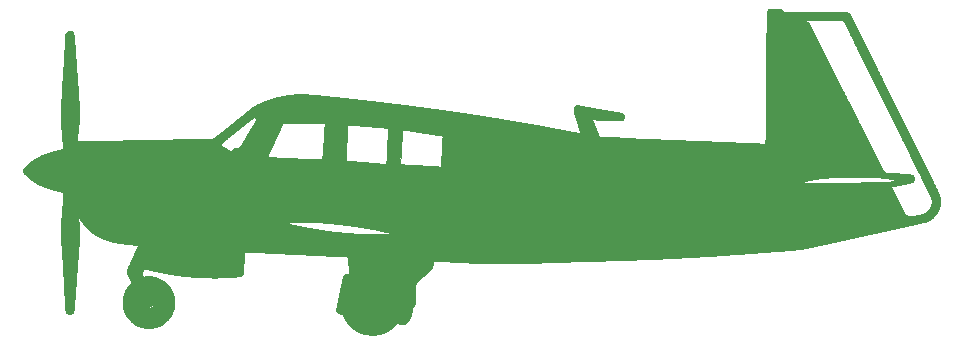
<source format=gto>
%TF.GenerationSoftware,KiCad,Pcbnew,(6.99.0-2452-gdb4f2d9dd8)*%
%TF.CreationDate,2022-07-19T11:49:01+04:00*%
%TF.ProjectId,Mooney,4d6f6f6e-6579-42e6-9b69-6361645f7063,rev?*%
%TF.SameCoordinates,Original*%
%TF.FileFunction,Legend,Top*%
%TF.FilePolarity,Positive*%
%FSLAX46Y46*%
G04 Gerber Fmt 4.6, Leading zero omitted, Abs format (unit mm)*
G04 Created by KiCad (PCBNEW (6.99.0-2452-gdb4f2d9dd8)) date 2022-07-19 11:49:01*
%MOMM*%
%LPD*%
G01*
G04 APERTURE LIST*
%ADD10C,0.020000*%
%ADD11R,1.700000X1.700000*%
%ADD12O,1.700000X1.700000*%
G04 APERTURE END LIST*
D10*
G36*
X69408101Y-56827746D02*
G01*
X69400500Y-56772600D01*
X69391901Y-56703821D01*
X69381875Y-56618971D01*
X69377252Y-56571140D01*
X69374017Y-56519914D01*
X69372119Y-56465926D01*
X69371510Y-56409810D01*
X69373954Y-56293730D01*
X69380949Y-56176744D01*
X69392094Y-56063922D01*
X69406989Y-55960336D01*
X69415718Y-55913590D01*
X69425234Y-55871055D01*
X69435488Y-55833364D01*
X69446429Y-55801150D01*
X69451664Y-55787043D01*
X69457089Y-55771486D01*
X69462546Y-55754993D01*
X69467878Y-55738074D01*
X69472928Y-55721241D01*
X69477537Y-55705007D01*
X69481550Y-55689882D01*
X69484807Y-55676379D01*
X69488217Y-55662975D01*
X69492667Y-55648131D01*
X69497967Y-55632340D01*
X69503930Y-55616095D01*
X69510368Y-55599886D01*
X69517093Y-55584207D01*
X69523916Y-55569549D01*
X69530651Y-55556404D01*
X69537295Y-55543777D01*
X69543860Y-55530603D01*
X69550176Y-55517271D01*
X69556073Y-55504167D01*
X69561381Y-55491680D01*
X69565930Y-55480199D01*
X69569551Y-55470110D01*
X69572072Y-55461803D01*
X69573195Y-55457969D01*
X69574631Y-55453784D01*
X69576359Y-55449288D01*
X69578356Y-55444524D01*
X69580601Y-55439531D01*
X69583072Y-55434352D01*
X69585745Y-55429027D01*
X69588600Y-55423599D01*
X69594763Y-55412594D01*
X69601384Y-55401667D01*
X69604811Y-55396337D01*
X69608286Y-55391149D01*
X69611787Y-55386146D01*
X69615291Y-55381369D01*
X69618793Y-55376608D01*
X69622285Y-55371652D01*
X69629153Y-55361315D01*
X69635720Y-55350676D01*
X69641812Y-55340051D01*
X69647254Y-55329758D01*
X69651870Y-55320114D01*
X69653814Y-55315635D01*
X69655486Y-55311437D01*
X69656865Y-55307559D01*
X69657928Y-55304042D01*
X69658958Y-55300597D01*
X69660241Y-55296930D01*
X69661757Y-55293073D01*
X69663488Y-55289060D01*
X69665415Y-55284924D01*
X69667520Y-55280695D01*
X69669784Y-55276408D01*
X69672189Y-55272094D01*
X69674715Y-55267787D01*
X69677344Y-55263518D01*
X69680058Y-55259321D01*
X69682838Y-55255227D01*
X69685665Y-55251270D01*
X69688520Y-55247482D01*
X69691386Y-55243895D01*
X69694243Y-55240542D01*
X69700236Y-55233483D01*
X69706689Y-55225393D01*
X69713399Y-55216558D01*
X69720164Y-55207262D01*
X69726780Y-55197790D01*
X69733046Y-55188427D01*
X69738758Y-55179456D01*
X69743712Y-55171162D01*
X69748485Y-55163161D01*
X69753677Y-55155029D01*
X69759121Y-55146992D01*
X69764651Y-55139276D01*
X69770100Y-55132105D01*
X69775302Y-55125707D01*
X69780090Y-55120306D01*
X69782277Y-55118050D01*
X69784298Y-55116128D01*
X69786315Y-55114188D01*
X69788492Y-55111876D01*
X69790807Y-55109224D01*
X69793240Y-55106261D01*
X69795771Y-55103018D01*
X69798379Y-55099525D01*
X69801043Y-55095811D01*
X69803744Y-55091907D01*
X69806461Y-55087843D01*
X69809173Y-55083649D01*
X69811860Y-55079355D01*
X69814502Y-55074992D01*
X69817077Y-55070588D01*
X69819566Y-55066175D01*
X69821948Y-55061782D01*
X69824203Y-55057440D01*
X69829978Y-55047892D01*
X69839397Y-55034551D01*
X69867047Y-54998921D01*
X69902912Y-54955419D01*
X69942751Y-54908910D01*
X69982324Y-54864264D01*
X70017390Y-54826348D01*
X70031908Y-54811434D01*
X70043709Y-54800028D01*
X70052263Y-54792738D01*
X70055156Y-54790827D01*
X70057039Y-54790173D01*
X70058373Y-54790012D01*
X70059773Y-54789539D01*
X70061234Y-54788768D01*
X70062748Y-54787715D01*
X70064308Y-54786396D01*
X70065907Y-54784825D01*
X70067537Y-54783017D01*
X70069192Y-54780988D01*
X70072546Y-54776325D01*
X70075911Y-54770958D01*
X70079229Y-54765008D01*
X70082443Y-54758595D01*
X70085495Y-54751840D01*
X70088328Y-54744866D01*
X70090884Y-54737792D01*
X70093105Y-54730740D01*
X70094934Y-54723830D01*
X70096314Y-54717184D01*
X70096817Y-54713998D01*
X70097186Y-54710923D01*
X70097414Y-54707975D01*
X70097494Y-54705168D01*
X70097223Y-54695231D01*
X70096397Y-54684766D01*
X70095044Y-54673858D01*
X70093192Y-54662595D01*
X70090867Y-54651063D01*
X70088097Y-54639346D01*
X70084910Y-54627533D01*
X70081334Y-54615707D01*
X70077396Y-54603957D01*
X70073123Y-54592367D01*
X70068544Y-54581024D01*
X70063685Y-54570014D01*
X70058575Y-54559423D01*
X70053241Y-54549337D01*
X70047710Y-54539843D01*
X70042010Y-54531026D01*
X70038919Y-54526334D01*
X70035760Y-54521214D01*
X70032556Y-54515716D01*
X70029328Y-54509888D01*
X70022896Y-54497451D01*
X70016649Y-54484306D01*
X70010770Y-54470855D01*
X70005444Y-54457503D01*
X70000853Y-54444653D01*
X69998891Y-54438542D01*
X69997182Y-54432707D01*
X69993740Y-54421059D01*
X69989808Y-54409061D01*
X69985521Y-54397056D01*
X69981019Y-54385388D01*
X69976439Y-54374400D01*
X69971919Y-54364437D01*
X69967596Y-54355840D01*
X69965551Y-54352162D01*
X69963607Y-54348955D01*
X69959407Y-54342092D01*
X69954479Y-54333561D01*
X69949003Y-54323700D01*
X69943159Y-54312848D01*
X69937127Y-54301345D01*
X69931086Y-54289529D01*
X69925218Y-54277739D01*
X69919701Y-54266315D01*
X69914042Y-54254825D01*
X69907766Y-54242846D01*
X69901080Y-54230730D01*
X69894193Y-54218830D01*
X69887315Y-54207499D01*
X69880654Y-54197087D01*
X69874418Y-54187949D01*
X69868816Y-54180435D01*
X69866153Y-54176904D01*
X69863394Y-54172924D01*
X69860559Y-54168539D01*
X69857672Y-54163793D01*
X69854752Y-54158730D01*
X69851822Y-54153394D01*
X69848904Y-54147829D01*
X69846019Y-54142079D01*
X69840434Y-54130200D01*
X69837777Y-54124158D01*
X69835239Y-54118107D01*
X69832843Y-54112091D01*
X69830609Y-54106154D01*
X69828559Y-54100339D01*
X69826714Y-54094691D01*
X69822977Y-54083362D01*
X69818799Y-54071790D01*
X69814319Y-54060301D01*
X69809679Y-54049220D01*
X69805021Y-54038872D01*
X69800484Y-54029581D01*
X69796211Y-54021673D01*
X69794217Y-54018339D01*
X69792342Y-54015472D01*
X69788642Y-54009938D01*
X69784852Y-54003940D01*
X69781079Y-53997669D01*
X69777429Y-53991316D01*
X69774011Y-53985073D01*
X69770932Y-53979129D01*
X69768299Y-53973676D01*
X69766219Y-53968906D01*
X69763423Y-53960352D01*
X69760792Y-53949080D01*
X69758342Y-53935386D01*
X69756088Y-53919563D01*
X69752234Y-53882713D01*
X69749357Y-53840886D01*
X69747585Y-53796442D01*
X69747043Y-53751737D01*
X69747859Y-53709130D01*
X69748816Y-53689350D01*
X69750161Y-53670979D01*
X69752726Y-53643784D01*
X69755378Y-53621361D01*
X69756843Y-53611546D01*
X69758458Y-53602454D01*
X69760267Y-53593927D01*
X69762311Y-53585809D01*
X69764633Y-53577943D01*
X69767277Y-53570172D01*
X69770285Y-53562340D01*
X69773701Y-53554289D01*
X69777566Y-53545864D01*
X69781924Y-53536906D01*
X69792290Y-53516768D01*
X69799181Y-53503294D01*
X69805609Y-53489968D01*
X69811434Y-53477137D01*
X69816516Y-53465145D01*
X69820713Y-53454339D01*
X69823885Y-53445064D01*
X69825043Y-53441109D01*
X69825892Y-53437666D01*
X69826414Y-53434779D01*
X69826592Y-53432490D01*
X69826751Y-53430279D01*
X69827216Y-53427617D01*
X69827972Y-53424541D01*
X69829004Y-53421087D01*
X69830295Y-53417289D01*
X69831831Y-53413183D01*
X69833594Y-53408806D01*
X69835571Y-53404192D01*
X69837744Y-53399377D01*
X69840099Y-53394398D01*
X69842619Y-53389288D01*
X69845290Y-53384085D01*
X69848095Y-53378823D01*
X69851018Y-53373538D01*
X69854045Y-53368267D01*
X69857158Y-53363043D01*
X69863885Y-53351729D01*
X69871293Y-53338836D01*
X69879140Y-53324812D01*
X69887183Y-53310108D01*
X69895178Y-53295173D01*
X69902882Y-53280457D01*
X69910052Y-53266408D01*
X69916445Y-53253476D01*
X69922635Y-53240998D01*
X69929225Y-53228251D01*
X69936012Y-53215593D01*
X69942794Y-53203381D01*
X69949368Y-53191975D01*
X69955532Y-53181733D01*
X69961084Y-53173012D01*
X69965819Y-53166170D01*
X69967972Y-53163079D01*
X69970160Y-53159616D01*
X69972368Y-53155818D01*
X69974580Y-53151722D01*
X69976780Y-53147366D01*
X69978955Y-53142787D01*
X69981087Y-53138022D01*
X69983161Y-53133110D01*
X69985163Y-53128088D01*
X69987077Y-53122993D01*
X69988887Y-53117863D01*
X69990579Y-53112736D01*
X69992135Y-53107648D01*
X69993542Y-53102638D01*
X69994784Y-53097742D01*
X69995846Y-53092999D01*
X69996994Y-53087955D01*
X69998378Y-53082717D01*
X69999984Y-53077317D01*
X70001798Y-53071787D01*
X70003805Y-53066158D01*
X70005991Y-53060462D01*
X70008343Y-53054730D01*
X70010846Y-53048993D01*
X70013485Y-53043284D01*
X70016248Y-53037634D01*
X70019118Y-53032075D01*
X70022083Y-53026637D01*
X70025128Y-53021353D01*
X70028239Y-53016254D01*
X70031402Y-53011372D01*
X70034603Y-53006738D01*
X70037683Y-53002263D01*
X70040846Y-52997353D01*
X70044067Y-52992058D01*
X70047325Y-52986426D01*
X70053851Y-52974352D01*
X70060236Y-52961525D01*
X70066291Y-52948339D01*
X70071828Y-52935190D01*
X70076658Y-52922470D01*
X70078749Y-52916395D01*
X70080593Y-52910576D01*
X70082434Y-52904759D01*
X70084519Y-52898693D01*
X70089324Y-52886009D01*
X70094822Y-52872914D01*
X70100826Y-52859802D01*
X70107148Y-52847063D01*
X70113603Y-52835090D01*
X70120002Y-52824274D01*
X70123122Y-52819423D01*
X70126159Y-52815008D01*
X70129481Y-52810186D01*
X70132768Y-52805071D01*
X70136011Y-52799686D01*
X70139199Y-52794054D01*
X70142323Y-52788198D01*
X70145372Y-52782141D01*
X70148336Y-52775906D01*
X70151206Y-52769515D01*
X70153972Y-52762992D01*
X70156623Y-52756360D01*
X70159149Y-52749641D01*
X70161541Y-52742858D01*
X70163789Y-52736035D01*
X70165881Y-52729193D01*
X70167810Y-52722357D01*
X70169564Y-52715549D01*
X70171280Y-52708859D01*
X70173140Y-52702202D01*
X70177252Y-52689081D01*
X70181817Y-52676375D01*
X70184243Y-52670238D01*
X70186751Y-52664277D01*
X70189331Y-52658514D01*
X70191972Y-52652975D01*
X70194664Y-52647684D01*
X70197397Y-52642663D01*
X70200160Y-52637937D01*
X70202942Y-52633529D01*
X70205735Y-52629464D01*
X70208526Y-52625766D01*
X70212629Y-52620195D01*
X70216841Y-52613712D01*
X70221111Y-52606449D01*
X70225387Y-52598535D01*
X70229618Y-52590100D01*
X70233752Y-52581274D01*
X70237736Y-52572187D01*
X70241521Y-52562969D01*
X70245053Y-52553751D01*
X70248282Y-52544662D01*
X70251156Y-52535833D01*
X70253623Y-52527392D01*
X70255632Y-52519471D01*
X70257131Y-52512200D01*
X70258068Y-52505708D01*
X70258391Y-52500125D01*
X70258440Y-52499567D01*
X70258585Y-52498868D01*
X70259154Y-52497068D01*
X70260079Y-52494756D01*
X70261341Y-52491969D01*
X70262920Y-52488740D01*
X70264798Y-52485102D01*
X70269372Y-52476738D01*
X70274910Y-52467150D01*
X70281259Y-52456610D01*
X70288265Y-52445391D01*
X70295775Y-52433765D01*
X70303567Y-52421372D01*
X70310989Y-52408548D01*
X70317887Y-52395621D01*
X70324107Y-52382923D01*
X70329494Y-52370785D01*
X70331827Y-52365029D01*
X70333894Y-52359536D01*
X70335675Y-52354349D01*
X70337152Y-52349507D01*
X70338304Y-52345054D01*
X70339113Y-52341029D01*
X70339885Y-52337095D01*
X70340961Y-52332711D01*
X70342321Y-52327923D01*
X70343947Y-52322779D01*
X70345817Y-52317325D01*
X70347914Y-52311607D01*
X70352708Y-52299566D01*
X70358173Y-52287030D01*
X70364154Y-52274372D01*
X70370494Y-52261963D01*
X70373750Y-52255969D01*
X70377038Y-52250177D01*
X70383759Y-52238171D01*
X70390611Y-52225134D01*
X70397400Y-52211481D01*
X70403936Y-52197630D01*
X70410027Y-52183998D01*
X70415482Y-52171000D01*
X70420108Y-52159054D01*
X70423714Y-52148576D01*
X70427240Y-52138272D01*
X70431633Y-52126821D01*
X70436718Y-52114606D01*
X70442320Y-52102009D01*
X70448265Y-52089413D01*
X70454376Y-52077198D01*
X70460479Y-52065748D01*
X70466399Y-52055443D01*
X70472387Y-52044854D01*
X70478684Y-52032590D01*
X70485102Y-52019088D01*
X70491452Y-52004788D01*
X70497546Y-51990129D01*
X70503194Y-51975550D01*
X70508209Y-51961490D01*
X70512401Y-51948389D01*
X70516449Y-51935658D01*
X70521055Y-51922660D01*
X70526057Y-51909760D01*
X70531296Y-51897323D01*
X70536612Y-51885712D01*
X70541845Y-51875293D01*
X70546833Y-51866430D01*
X70549186Y-51862696D01*
X70551418Y-51859488D01*
X70553649Y-51856286D01*
X70555999Y-51852571D01*
X70558447Y-51848387D01*
X70560975Y-51843779D01*
X70563562Y-51838793D01*
X70566188Y-51833473D01*
X70571479Y-51822012D01*
X70576688Y-51809755D01*
X70581655Y-51797063D01*
X70586223Y-51784294D01*
X70588306Y-51777994D01*
X70590230Y-51771809D01*
X70592417Y-51764801D01*
X70594724Y-51757913D01*
X70597146Y-51751158D01*
X70599676Y-51744547D01*
X70602308Y-51738093D01*
X70605036Y-51731808D01*
X70607853Y-51725706D01*
X70610754Y-51719797D01*
X70613731Y-51714096D01*
X70616780Y-51708613D01*
X70619893Y-51703361D01*
X70623064Y-51698353D01*
X70626287Y-51693601D01*
X70629555Y-51689118D01*
X70632864Y-51684915D01*
X70636205Y-51681006D01*
X70642572Y-51673640D01*
X70648279Y-51666540D01*
X70653331Y-51659688D01*
X70657733Y-51653068D01*
X70661487Y-51646663D01*
X70664600Y-51640456D01*
X70667075Y-51634430D01*
X70668075Y-51631481D01*
X70668917Y-51628570D01*
X70669602Y-51625696D01*
X70670130Y-51622858D01*
X70670502Y-51620052D01*
X70670718Y-51617277D01*
X70670780Y-51614530D01*
X70670687Y-51611810D01*
X70670440Y-51609115D01*
X70670040Y-51606442D01*
X70669486Y-51603790D01*
X70668781Y-51601155D01*
X70667924Y-51598537D01*
X70666916Y-51595933D01*
X70665757Y-51593341D01*
X70664448Y-51590759D01*
X70661382Y-51585615D01*
X70658597Y-51581462D01*
X70657248Y-51579567D01*
X70655900Y-51577783D01*
X70654529Y-51576106D01*
X70653115Y-51574528D01*
X70651635Y-51573045D01*
X70650068Y-51571649D01*
X70648391Y-51570335D01*
X70646583Y-51569096D01*
X70644622Y-51567926D01*
X70642487Y-51566819D01*
X70640154Y-51565769D01*
X70637602Y-51564769D01*
X70634810Y-51563815D01*
X70631755Y-51562898D01*
X70628416Y-51562014D01*
X70624771Y-51561155D01*
X70620797Y-51560317D01*
X70616474Y-51559492D01*
X70611778Y-51558675D01*
X70606689Y-51557859D01*
X70601184Y-51557038D01*
X70595241Y-51556207D01*
X70581956Y-51554486D01*
X70566658Y-51552647D01*
X70549172Y-51550641D01*
X70529323Y-51548419D01*
X70492414Y-51543950D01*
X70451378Y-51538393D01*
X70411214Y-51532457D01*
X70376925Y-51526852D01*
X70336247Y-51520450D01*
X70286897Y-51513909D01*
X70230329Y-51507370D01*
X70167997Y-51500975D01*
X70101353Y-51494863D01*
X70031853Y-51489177D01*
X69960948Y-51484058D01*
X69890093Y-51479645D01*
X69856887Y-51477479D01*
X69820898Y-51474647D01*
X69745155Y-51467465D01*
X69672030Y-51459059D01*
X69639315Y-51454696D01*
X69610692Y-51450387D01*
X69491464Y-51431944D01*
X69380776Y-51416606D01*
X69278774Y-51404391D01*
X69185598Y-51395319D01*
X69163244Y-51393161D01*
X69141303Y-51390515D01*
X69119966Y-51387415D01*
X69099421Y-51383897D01*
X69079859Y-51379994D01*
X69061470Y-51375744D01*
X69044442Y-51371179D01*
X69028966Y-51366336D01*
X68995597Y-51355222D01*
X68966854Y-51346327D01*
X68953517Y-51342577D01*
X68940496Y-51339217D01*
X68927511Y-51336195D01*
X68914281Y-51333454D01*
X68900527Y-51330942D01*
X68885967Y-51328603D01*
X68870323Y-51326382D01*
X68853313Y-51324226D01*
X68814076Y-51319887D01*
X68766015Y-51315150D01*
X68727079Y-51311271D01*
X68694915Y-51307622D01*
X68668251Y-51303950D01*
X68645818Y-51299996D01*
X68635790Y-51297834D01*
X68626342Y-51295506D01*
X68617317Y-51292980D01*
X68608554Y-51290224D01*
X68591180Y-51283892D01*
X68572951Y-51276256D01*
X68559912Y-51270837D01*
X68545677Y-51265464D01*
X68530705Y-51260277D01*
X68515458Y-51255416D01*
X68500394Y-51251021D01*
X68485973Y-51247232D01*
X68472654Y-51244191D01*
X68460897Y-51242036D01*
X68408503Y-51233857D01*
X68356222Y-51225525D01*
X68350582Y-51224514D01*
X68344468Y-51223234D01*
X68331052Y-51219943D01*
X68316444Y-51215808D01*
X68301112Y-51210983D01*
X68285524Y-51205622D01*
X68270151Y-51199879D01*
X68255460Y-51193910D01*
X68241921Y-51187869D01*
X68226307Y-51180915D01*
X68210044Y-51174432D01*
X68193186Y-51168437D01*
X68175786Y-51162945D01*
X68157896Y-51157973D01*
X68139571Y-51153535D01*
X68120864Y-51149649D01*
X68101827Y-51146329D01*
X68080240Y-51142678D01*
X68061382Y-51138914D01*
X68052802Y-51136930D01*
X68044695Y-51134848D01*
X68036991Y-51132644D01*
X68029621Y-51130294D01*
X68022516Y-51127775D01*
X68015604Y-51125064D01*
X68008818Y-51122137D01*
X68002086Y-51118971D01*
X67995340Y-51115542D01*
X67988510Y-51111826D01*
X67974318Y-51103444D01*
X67968307Y-51099829D01*
X67962218Y-51096354D01*
X67956059Y-51093024D01*
X67949843Y-51089842D01*
X67943579Y-51086813D01*
X67937277Y-51083940D01*
X67930950Y-51081228D01*
X67924605Y-51078681D01*
X67918255Y-51076303D01*
X67911910Y-51074097D01*
X67905579Y-51072068D01*
X67899274Y-51070220D01*
X67893005Y-51068557D01*
X67886782Y-51067083D01*
X67880616Y-51065801D01*
X67874517Y-51064717D01*
X67848544Y-51060254D01*
X67826599Y-51055854D01*
X67816890Y-51053589D01*
X67807891Y-51051234D01*
X67799503Y-51048754D01*
X67791629Y-51046112D01*
X67784168Y-51043274D01*
X67777023Y-51040205D01*
X67770095Y-51036869D01*
X67763284Y-51033230D01*
X67756492Y-51029255D01*
X67749620Y-51024906D01*
X67742569Y-51020150D01*
X67735241Y-51014950D01*
X67731233Y-51012175D01*
X67726751Y-51009302D01*
X67721843Y-51006355D01*
X67716557Y-51003355D01*
X67705045Y-50997289D01*
X67692602Y-50991282D01*
X67679611Y-50985513D01*
X67666460Y-50980160D01*
X67653534Y-50975402D01*
X67647276Y-50973302D01*
X67641219Y-50971417D01*
X67629541Y-50967799D01*
X67618442Y-50964093D01*
X67608180Y-50960405D01*
X67599013Y-50956839D01*
X67591198Y-50953500D01*
X67584992Y-50950493D01*
X67582573Y-50949146D01*
X67580653Y-50947921D01*
X67579264Y-50946831D01*
X67578438Y-50945889D01*
X67577592Y-50944751D01*
X67576387Y-50943484D01*
X67572977Y-50940597D01*
X67568363Y-50937305D01*
X67562698Y-50933682D01*
X67556136Y-50929804D01*
X67548830Y-50925747D01*
X67540933Y-50921585D01*
X67532600Y-50917396D01*
X67523984Y-50913253D01*
X67515237Y-50909232D01*
X67506515Y-50905409D01*
X67497970Y-50901860D01*
X67489755Y-50898659D01*
X67482024Y-50895882D01*
X67474932Y-50893605D01*
X67468630Y-50891904D01*
X67465823Y-50891141D01*
X67462663Y-50890104D01*
X67459187Y-50888813D01*
X67455427Y-50887284D01*
X67451420Y-50885536D01*
X67447199Y-50883587D01*
X67438256Y-50879155D01*
X67428877Y-50874133D01*
X67419338Y-50868664D01*
X67409919Y-50862892D01*
X67405341Y-50859937D01*
X67400896Y-50856959D01*
X67391324Y-50850733D01*
X67380326Y-50844116D01*
X67368293Y-50837313D01*
X67355612Y-50830525D01*
X67342671Y-50823956D01*
X67329861Y-50817807D01*
X67317568Y-50812281D01*
X67306182Y-50807580D01*
X67295086Y-50803042D01*
X67283629Y-50797979D01*
X67272139Y-50792563D01*
X67260946Y-50786964D01*
X67250381Y-50781352D01*
X67240772Y-50775896D01*
X67232451Y-50770766D01*
X67228876Y-50768377D01*
X67225747Y-50766133D01*
X67222676Y-50763903D01*
X67219273Y-50761553D01*
X67211610Y-50756574D01*
X67203041Y-50751356D01*
X67193852Y-50746059D01*
X67184325Y-50740841D01*
X67174744Y-50735863D01*
X67165394Y-50731284D01*
X67156557Y-50727263D01*
X67152211Y-50725304D01*
X67147682Y-50723132D01*
X67138221Y-50718241D01*
X67128464Y-50712771D01*
X67118704Y-50706903D01*
X67109233Y-50700818D01*
X67100341Y-50694697D01*
X67092321Y-50688722D01*
X67088729Y-50685846D01*
X67085464Y-50683073D01*
X67082210Y-50680308D01*
X67078650Y-50677451D01*
X67074821Y-50674524D01*
X67070757Y-50671550D01*
X67062065Y-50665546D01*
X67052858Y-50659617D01*
X67043419Y-50653938D01*
X67034030Y-50648685D01*
X67029443Y-50646273D01*
X67024974Y-50644034D01*
X67020659Y-50641989D01*
X67016533Y-50640161D01*
X67012410Y-50638322D01*
X67008101Y-50636242D01*
X67003640Y-50633946D01*
X66999064Y-50631457D01*
X66989705Y-50625990D01*
X66980306Y-50620028D01*
X66971147Y-50613756D01*
X66966746Y-50610562D01*
X66962510Y-50607360D01*
X66958476Y-50604174D01*
X66954678Y-50601026D01*
X66951151Y-50597940D01*
X66947930Y-50594939D01*
X66944713Y-50591939D01*
X66941197Y-50588858D01*
X66937417Y-50585718D01*
X66933408Y-50582543D01*
X66929204Y-50579355D01*
X66924841Y-50576177D01*
X66920352Y-50573033D01*
X66915774Y-50569945D01*
X66911140Y-50566937D01*
X66906486Y-50564031D01*
X66901846Y-50561251D01*
X66897255Y-50558619D01*
X66892748Y-50556159D01*
X66888359Y-50553894D01*
X66884124Y-50551845D01*
X66880077Y-50550038D01*
X66872150Y-50546465D01*
X66864274Y-50542552D01*
X66856653Y-50538426D01*
X66849497Y-50534212D01*
X66843010Y-50530040D01*
X66840084Y-50528009D01*
X66837402Y-50526035D01*
X66834991Y-50524135D01*
X66832877Y-50522325D01*
X66831086Y-50520620D01*
X66829644Y-50519037D01*
X66828159Y-50517384D01*
X66826243Y-50515476D01*
X66823928Y-50513335D01*
X66821242Y-50510984D01*
X66818216Y-50508445D01*
X66814880Y-50505742D01*
X66807397Y-50499933D01*
X66799034Y-50493738D01*
X66790031Y-50487339D01*
X66780628Y-50480920D01*
X66771065Y-50474661D01*
X66761222Y-50468192D01*
X66751014Y-50461168D01*
X66740738Y-50453814D01*
X66730692Y-50446355D01*
X66721172Y-50439014D01*
X66712474Y-50432017D01*
X66704895Y-50425587D01*
X66698733Y-50419949D01*
X66692393Y-50413969D01*
X66684307Y-50406558D01*
X66664226Y-50388614D01*
X66641147Y-50368466D01*
X66617730Y-50348457D01*
X66548194Y-50287580D01*
X66470049Y-50215554D01*
X66388160Y-50137258D01*
X66307394Y-50057569D01*
X66232618Y-49981364D01*
X66168698Y-49913521D01*
X66120500Y-49858918D01*
X66103818Y-49838105D01*
X66092892Y-49822432D01*
X66091220Y-49819762D01*
X66089431Y-49817050D01*
X66087540Y-49814314D01*
X66085564Y-49811573D01*
X66083519Y-49808846D01*
X66081421Y-49806152D01*
X66077131Y-49800941D01*
X66074972Y-49798462D01*
X66072826Y-49796092D01*
X66070708Y-49793851D01*
X66068634Y-49791758D01*
X66066623Y-49789831D01*
X66064688Y-49788091D01*
X66062847Y-49786555D01*
X66061117Y-49785243D01*
X66059303Y-49783824D01*
X66057221Y-49781970D01*
X66054895Y-49779711D01*
X66052348Y-49777078D01*
X66049606Y-49774100D01*
X66046692Y-49770806D01*
X66043632Y-49767228D01*
X66040450Y-49763394D01*
X66033815Y-49755079D01*
X66026983Y-49746100D01*
X66020149Y-49736696D01*
X66016793Y-49731909D01*
X66013509Y-49727106D01*
X65991422Y-49694418D01*
X83347956Y-49694418D01*
X83347998Y-49697670D01*
X83348312Y-49700929D01*
X83348895Y-49704192D01*
X83349742Y-49707454D01*
X83350851Y-49710713D01*
X83352219Y-49713964D01*
X83353841Y-49717206D01*
X83355716Y-49720433D01*
X83357839Y-49723643D01*
X83360207Y-49726832D01*
X83362817Y-49729997D01*
X83365666Y-49733134D01*
X83368751Y-49736240D01*
X83372067Y-49739311D01*
X83375613Y-49742344D01*
X83379384Y-49745336D01*
X83383377Y-49748283D01*
X83387589Y-49751181D01*
X83392017Y-49754027D01*
X83396658Y-49756818D01*
X83401508Y-49759550D01*
X83406563Y-49762219D01*
X83411821Y-49764823D01*
X83417279Y-49767358D01*
X83422932Y-49769820D01*
X83428779Y-49772206D01*
X83441036Y-49776736D01*
X83444708Y-49777845D01*
X83449558Y-49779051D01*
X83462473Y-49781708D01*
X83479145Y-49784615D01*
X83498936Y-49787678D01*
X83521207Y-49790802D01*
X83545321Y-49793895D01*
X83570640Y-49796862D01*
X83596528Y-49799609D01*
X83632640Y-49803429D01*
X83663319Y-49807175D01*
X83689733Y-49811090D01*
X83713049Y-49815417D01*
X83734435Y-49820400D01*
X83755058Y-49826282D01*
X83776087Y-49833306D01*
X83798688Y-49841716D01*
X83821043Y-49850021D01*
X83831642Y-49853670D01*
X83842031Y-49857020D01*
X83852343Y-49860099D01*
X83862710Y-49862936D01*
X83873266Y-49865559D01*
X83884143Y-49867995D01*
X83895473Y-49870274D01*
X83907389Y-49872423D01*
X83920023Y-49874470D01*
X83933508Y-49876444D01*
X83963561Y-49880283D01*
X83998607Y-49884166D01*
X84032287Y-49887932D01*
X84062206Y-49891812D01*
X84089139Y-49895963D01*
X84113857Y-49900541D01*
X84137134Y-49905705D01*
X84159743Y-49911610D01*
X84182457Y-49918414D01*
X84206049Y-49926273D01*
X84226459Y-49932995D01*
X84248061Y-49939413D01*
X84270604Y-49945468D01*
X84293839Y-49951104D01*
X84317514Y-49956262D01*
X84341380Y-49960884D01*
X84365186Y-49964914D01*
X84388682Y-49968294D01*
X84409817Y-49971301D01*
X84432024Y-49974913D01*
X84454638Y-49978994D01*
X84476996Y-49983406D01*
X84498433Y-49988013D01*
X84518285Y-49992678D01*
X84535888Y-49997264D01*
X84550579Y-50001634D01*
X84578234Y-50009923D01*
X84608821Y-50017822D01*
X84642282Y-50025320D01*
X84678563Y-50032406D01*
X84717605Y-50039071D01*
X84759352Y-50045303D01*
X84803749Y-50051094D01*
X84850738Y-50056432D01*
X84869128Y-50058665D01*
X84888957Y-50061584D01*
X84909599Y-50065066D01*
X84930430Y-50068987D01*
X84950825Y-50073223D01*
X84970158Y-50077651D01*
X84987804Y-50082147D01*
X85003138Y-50086587D01*
X85031179Y-50094594D01*
X85063032Y-50102303D01*
X85098228Y-50109635D01*
X85136298Y-50116512D01*
X85176772Y-50122854D01*
X85219183Y-50128583D01*
X85263062Y-50133619D01*
X85307938Y-50137884D01*
X85323186Y-50139476D01*
X85340585Y-50141799D01*
X85359526Y-50144744D01*
X85379403Y-50148199D01*
X85399607Y-50152053D01*
X85419530Y-50156195D01*
X85438566Y-50160514D01*
X85456106Y-50164900D01*
X85496733Y-50175269D01*
X85535104Y-50184259D01*
X85572137Y-50192027D01*
X85608750Y-50198727D01*
X85645862Y-50204515D01*
X85684390Y-50209547D01*
X85725255Y-50213979D01*
X85769373Y-50217966D01*
X85852756Y-50225329D01*
X85883565Y-50228623D01*
X85909566Y-50232017D01*
X85932594Y-50235778D01*
X85954487Y-50240174D01*
X85977079Y-50245472D01*
X86002206Y-50251941D01*
X86041238Y-50261713D01*
X86082391Y-50270999D01*
X86124704Y-50279633D01*
X86167212Y-50287447D01*
X86208952Y-50294274D01*
X86248962Y-50299947D01*
X86286279Y-50304297D01*
X86319939Y-50307158D01*
X86357675Y-50309884D01*
X86393954Y-50313103D01*
X86430309Y-50317024D01*
X86468271Y-50321856D01*
X86509373Y-50327808D01*
X86555146Y-50335089D01*
X86607124Y-50343908D01*
X86666839Y-50354474D01*
X86698271Y-50359771D01*
X86734109Y-50365212D01*
X86814000Y-50375905D01*
X86896510Y-50385314D01*
X86935623Y-50389150D01*
X86971639Y-50392201D01*
X87045286Y-50398771D01*
X87123761Y-50407318D01*
X87197680Y-50416735D01*
X87229999Y-50421424D01*
X87257659Y-50425915D01*
X87318281Y-50436043D01*
X87377642Y-50445043D01*
X87436515Y-50453000D01*
X87495671Y-50460000D01*
X87555883Y-50466126D01*
X87617923Y-50471465D01*
X87682562Y-50476100D01*
X87750573Y-50480118D01*
X87816067Y-50484029D01*
X87878605Y-50488495D01*
X87931101Y-50492965D01*
X87966472Y-50496889D01*
X88063233Y-50510031D01*
X88157837Y-50521669D01*
X88251375Y-50531899D01*
X88344934Y-50540816D01*
X88439604Y-50548517D01*
X88536474Y-50555099D01*
X88636633Y-50560656D01*
X88741170Y-50565286D01*
X88838697Y-50569621D01*
X88944636Y-50575174D01*
X89046209Y-50581229D01*
X89130636Y-50587068D01*
X89286795Y-50598625D01*
X89418505Y-50607699D01*
X89519125Y-50614474D01*
X89600539Y-50620497D01*
X89680773Y-50625522D01*
X89787909Y-50629652D01*
X89924579Y-50632918D01*
X90093417Y-50635347D01*
X90538124Y-50637810D01*
X91143093Y-50637270D01*
X91960376Y-50632751D01*
X92121948Y-50628844D01*
X92159708Y-50626222D01*
X92175908Y-50623059D01*
X92175924Y-50623056D01*
X92179223Y-50621417D01*
X92182302Y-50619766D01*
X92185157Y-50618109D01*
X92187786Y-50616444D01*
X92190191Y-50614774D01*
X92192371Y-50613100D01*
X92194326Y-50611421D01*
X92196056Y-50609739D01*
X92197562Y-50608055D01*
X92198843Y-50606369D01*
X92199900Y-50604683D01*
X92200732Y-50602997D01*
X92201340Y-50601312D01*
X92201724Y-50599629D01*
X92201884Y-50597948D01*
X92201821Y-50596271D01*
X92201533Y-50594598D01*
X92201021Y-50592931D01*
X92200286Y-50591269D01*
X92199327Y-50589614D01*
X92198144Y-50587967D01*
X92196739Y-50586329D01*
X92195109Y-50584699D01*
X92193257Y-50583080D01*
X92191181Y-50581472D01*
X92188882Y-50579876D01*
X92186360Y-50578292D01*
X92183616Y-50576722D01*
X92180648Y-50575166D01*
X92177458Y-50573626D01*
X92174045Y-50572101D01*
X92170409Y-50570593D01*
X92163076Y-50567824D01*
X92155436Y-50565241D01*
X92147713Y-50562901D01*
X92140133Y-50560859D01*
X92132919Y-50559172D01*
X92126296Y-50557898D01*
X92123276Y-50557432D01*
X92120488Y-50557091D01*
X92117959Y-50556881D01*
X92115719Y-50556810D01*
X92110655Y-50556538D01*
X92104489Y-50555737D01*
X92097293Y-50554431D01*
X92089141Y-50552643D01*
X92080106Y-50550396D01*
X92070262Y-50547714D01*
X92048436Y-50541135D01*
X92024251Y-50533094D01*
X91998292Y-50523776D01*
X91971144Y-50513368D01*
X91943395Y-50502055D01*
X91936547Y-50499297D01*
X91929319Y-50496615D01*
X91921710Y-50494009D01*
X91913720Y-50491481D01*
X91905348Y-50489029D01*
X91896595Y-50486653D01*
X91877939Y-50482131D01*
X91857749Y-50477913D01*
X91836021Y-50473999D01*
X91812751Y-50470387D01*
X91787935Y-50467078D01*
X91762047Y-50463567D01*
X91736598Y-50459478D01*
X91711481Y-50454784D01*
X91686590Y-50449463D01*
X91661818Y-50443488D01*
X91637057Y-50436837D01*
X91612200Y-50429484D01*
X91587142Y-50421405D01*
X91566138Y-50414652D01*
X91544205Y-50408131D01*
X91521990Y-50402001D01*
X91500140Y-50396420D01*
X91479302Y-50391546D01*
X91460124Y-50387539D01*
X91443253Y-50384556D01*
X91429336Y-50382756D01*
X91399098Y-50379248D01*
X91366401Y-50374303D01*
X91332354Y-50368163D01*
X91298065Y-50361074D01*
X91264644Y-50353278D01*
X91233200Y-50345020D01*
X91204841Y-50336544D01*
X91180678Y-50328093D01*
X91175559Y-50326248D01*
X91169624Y-50324333D01*
X91155593Y-50320357D01*
X91139158Y-50316285D01*
X91120893Y-50312237D01*
X91101369Y-50308335D01*
X91081161Y-50304699D01*
X91060840Y-50301449D01*
X91040981Y-50298706D01*
X91020003Y-50295795D01*
X90999060Y-50292376D01*
X90978543Y-50288537D01*
X90958839Y-50284367D01*
X90940337Y-50279951D01*
X90923427Y-50275378D01*
X90908496Y-50270734D01*
X90895934Y-50266109D01*
X90884074Y-50261400D01*
X90872377Y-50257040D01*
X90860679Y-50252996D01*
X90848816Y-50249235D01*
X90836621Y-50245726D01*
X90823930Y-50242435D01*
X90810579Y-50239330D01*
X90796402Y-50236379D01*
X90781235Y-50233549D01*
X90764911Y-50230807D01*
X90747267Y-50228122D01*
X90728138Y-50225460D01*
X90684763Y-50220078D01*
X90633468Y-50214401D01*
X90606087Y-50211239D01*
X90579303Y-50207641D01*
X90553417Y-50203663D01*
X90528729Y-50199361D01*
X90505542Y-50194790D01*
X90484157Y-50190008D01*
X90464876Y-50185070D01*
X90448000Y-50180032D01*
X90419377Y-50171411D01*
X90388264Y-50163403D01*
X90354367Y-50155956D01*
X90317394Y-50149020D01*
X90277054Y-50142545D01*
X90233053Y-50136479D01*
X90185099Y-50130772D01*
X90132900Y-50125374D01*
X90112392Y-50123110D01*
X90091225Y-50120257D01*
X90069936Y-50116917D01*
X90049065Y-50113191D01*
X90029148Y-50109181D01*
X90010722Y-50104990D01*
X89994327Y-50100718D01*
X89980498Y-50096469D01*
X89966006Y-50091679D01*
X89951683Y-50087241D01*
X89937341Y-50083127D01*
X89922793Y-50079306D01*
X89907851Y-50075746D01*
X89892328Y-50072419D01*
X89876036Y-50069293D01*
X89858787Y-50066339D01*
X89840395Y-50063525D01*
X89820672Y-50060822D01*
X89776481Y-50055626D01*
X89724716Y-50050508D01*
X89663875Y-50045225D01*
X89628037Y-50042059D01*
X89595461Y-50038756D01*
X89566085Y-50035307D01*
X89539849Y-50031703D01*
X89516690Y-50027934D01*
X89496548Y-50023991D01*
X89479362Y-50019865D01*
X89465069Y-50015546D01*
X89452017Y-50011388D01*
X89436938Y-50007166D01*
X89401328Y-49998628D01*
X89359495Y-49990139D01*
X89312698Y-49981906D01*
X89262193Y-49974135D01*
X89209237Y-49967033D01*
X89155088Y-49960807D01*
X89101003Y-49955664D01*
X89077250Y-49953460D01*
X89051917Y-49950757D01*
X88999638Y-49944275D01*
X88974254Y-49940708D01*
X88950416Y-49937063D01*
X88928904Y-49933445D01*
X88910500Y-49929961D01*
X88864734Y-49921209D01*
X88813782Y-49912498D01*
X88758987Y-49904008D01*
X88701697Y-49895922D01*
X88643254Y-49888420D01*
X88585005Y-49881684D01*
X88528295Y-49875894D01*
X88474468Y-49871233D01*
X88431603Y-49867702D01*
X88392278Y-49864037D01*
X88356089Y-49860182D01*
X88322631Y-49856086D01*
X88291500Y-49851694D01*
X88262290Y-49846955D01*
X88234598Y-49841814D01*
X88208019Y-49836218D01*
X88176514Y-49830500D01*
X88130409Y-49823888D01*
X88073130Y-49816749D01*
X88008103Y-49809450D01*
X87938754Y-49802358D01*
X87868508Y-49795840D01*
X87800793Y-49790263D01*
X87739034Y-49785994D01*
X87689811Y-49782553D01*
X87638184Y-49778091D01*
X87585089Y-49772719D01*
X87531462Y-49766553D01*
X87478237Y-49759707D01*
X87426351Y-49752294D01*
X87376739Y-49744428D01*
X87330337Y-49736223D01*
X87317653Y-49734396D01*
X87297302Y-49732160D01*
X87237816Y-49726808D01*
X87160315Y-49720862D01*
X87073235Y-49715018D01*
X86871372Y-49701926D01*
X86729741Y-49691386D01*
X86630741Y-49681935D01*
X86556771Y-49672110D01*
X86472053Y-49659194D01*
X86397729Y-49649140D01*
X86361284Y-49644996D01*
X86323621Y-49641338D01*
X86283467Y-49638090D01*
X86239549Y-49635176D01*
X86135333Y-49630044D01*
X86000795Y-49625331D01*
X85600036Y-49614723D01*
X85029687Y-49606201D01*
X84449405Y-49607012D01*
X83932086Y-49616476D01*
X83719816Y-49624239D01*
X83550623Y-49633910D01*
X83508878Y-49637543D01*
X83471308Y-49641984D01*
X83438217Y-49647160D01*
X83423445Y-49650002D01*
X83409908Y-49653000D01*
X83397642Y-49656145D01*
X83386685Y-49659430D01*
X83377075Y-49662844D01*
X83368851Y-49666379D01*
X83362051Y-49670026D01*
X83356711Y-49673775D01*
X83352870Y-49677618D01*
X83350567Y-49681546D01*
X83349490Y-49684736D01*
X83348698Y-49687948D01*
X83348188Y-49691176D01*
X83347956Y-49694418D01*
X65991422Y-49694418D01*
X65953438Y-49638205D01*
X65947086Y-49629010D01*
X65940009Y-49619095D01*
X65932445Y-49608774D01*
X65924630Y-49598359D01*
X65916803Y-49588162D01*
X65909199Y-49578495D01*
X65902057Y-49569673D01*
X65895614Y-49562006D01*
X65889447Y-49554598D01*
X65883099Y-49546518D01*
X65876752Y-49538026D01*
X65870587Y-49529383D01*
X65864785Y-49520849D01*
X65859528Y-49512684D01*
X65854998Y-49505150D01*
X65853062Y-49501700D01*
X65851375Y-49498506D01*
X65849694Y-49495317D01*
X65847774Y-49491881D01*
X65843306Y-49484401D01*
X65838147Y-49476322D01*
X65832475Y-49467901D01*
X65826468Y-49459395D01*
X65820301Y-49451060D01*
X65814152Y-49443154D01*
X65808199Y-49435931D01*
X65805263Y-49432351D01*
X65802267Y-49428432D01*
X65799233Y-49424211D01*
X65796180Y-49419728D01*
X65793132Y-49415023D01*
X65790111Y-49410133D01*
X65787136Y-49405100D01*
X65784231Y-49399960D01*
X65781417Y-49394754D01*
X65778714Y-49389521D01*
X65776146Y-49384299D01*
X65773733Y-49379128D01*
X65771498Y-49374047D01*
X65769461Y-49369094D01*
X65767644Y-49364310D01*
X65766070Y-49359732D01*
X65764540Y-49355216D01*
X65762855Y-49350610D01*
X65759084Y-49341266D01*
X65754895Y-49331962D01*
X65750426Y-49322963D01*
X65745815Y-49314534D01*
X65743499Y-49310616D01*
X65741198Y-49306939D01*
X65738932Y-49303536D01*
X65736715Y-49300441D01*
X65734567Y-49297687D01*
X65732503Y-49295306D01*
X65730365Y-49292886D01*
X65727998Y-49290017D01*
X65722673Y-49283079D01*
X65716725Y-49274786D01*
X65710352Y-49265434D01*
X65703750Y-49255318D01*
X65697116Y-49244734D01*
X65690647Y-49233976D01*
X65684539Y-49223340D01*
X65678177Y-49212358D01*
X65672073Y-49202629D01*
X65666212Y-49194148D01*
X65663368Y-49190374D01*
X65660579Y-49186910D01*
X65657843Y-49183755D01*
X65655159Y-49180909D01*
X65652524Y-49178371D01*
X65649937Y-49176140D01*
X65647395Y-49174216D01*
X65644897Y-49172598D01*
X65642441Y-49171285D01*
X65640026Y-49170276D01*
X65637648Y-49169572D01*
X65635306Y-49169171D01*
X65632999Y-49169072D01*
X65630725Y-49169275D01*
X65628481Y-49169780D01*
X65626266Y-49170585D01*
X65624077Y-49171690D01*
X65621914Y-49173094D01*
X65619773Y-49174797D01*
X65617654Y-49176797D01*
X65615554Y-49179095D01*
X65613472Y-49181689D01*
X65611405Y-49184579D01*
X65609352Y-49187764D01*
X65607310Y-49191244D01*
X65605279Y-49195018D01*
X65603177Y-49199279D01*
X65601310Y-49203524D01*
X65599670Y-49207827D01*
X65598251Y-49212266D01*
X65597048Y-49216914D01*
X65596054Y-49221848D01*
X65595262Y-49227143D01*
X65594666Y-49232874D01*
X65594260Y-49239117D01*
X65594037Y-49245948D01*
X65593991Y-49253441D01*
X65594117Y-49261673D01*
X65594407Y-49270719D01*
X65594855Y-49280654D01*
X65595454Y-49291553D01*
X65596200Y-49303493D01*
X65597530Y-49320830D01*
X65599297Y-49339175D01*
X65601423Y-49357972D01*
X65603833Y-49376663D01*
X65606450Y-49394692D01*
X65609197Y-49411503D01*
X65611999Y-49426537D01*
X65614779Y-49439239D01*
X65622799Y-49474609D01*
X65630857Y-49514238D01*
X65638758Y-49556916D01*
X65646305Y-49601433D01*
X65653301Y-49646577D01*
X65659551Y-49691140D01*
X65664857Y-49733909D01*
X65669024Y-49773674D01*
X65677198Y-49891899D01*
X65683278Y-50042911D01*
X65687232Y-50217392D01*
X65689026Y-50406021D01*
X65688624Y-50599480D01*
X65685994Y-50788449D01*
X65681102Y-50963609D01*
X65673913Y-51115640D01*
X65664024Y-51267867D01*
X65654281Y-51393844D01*
X65643741Y-51504544D01*
X65631463Y-51610940D01*
X65623351Y-51678862D01*
X65616153Y-51745437D01*
X65609811Y-51811388D01*
X65604270Y-51877436D01*
X65599473Y-51944304D01*
X65595364Y-52012713D01*
X65591887Y-52083384D01*
X65588985Y-52157040D01*
X65585264Y-52248414D01*
X65580513Y-52338849D01*
X65574719Y-52428493D01*
X65567871Y-52517493D01*
X65559954Y-52605998D01*
X65550958Y-52694155D01*
X65540868Y-52782112D01*
X65529674Y-52870018D01*
X65526928Y-52893972D01*
X65524021Y-52925506D01*
X65518078Y-53005923D01*
X65512550Y-53100493D01*
X65508141Y-53198440D01*
X65498342Y-53417779D01*
X65486523Y-53611943D01*
X65473099Y-53775040D01*
X65465917Y-53843096D01*
X65458489Y-53901175D01*
X65450675Y-53958670D01*
X65443840Y-54014888D01*
X65437916Y-54070645D01*
X65432836Y-54126756D01*
X65428531Y-54184038D01*
X65424934Y-54243308D01*
X65421978Y-54305382D01*
X65419594Y-54371075D01*
X65413276Y-54534182D01*
X65405000Y-54688519D01*
X65395400Y-54823835D01*
X65390302Y-54881155D01*
X65385110Y-54929875D01*
X65363933Y-55115529D01*
X65349542Y-55260531D01*
X65344447Y-55322813D01*
X65340516Y-55380963D01*
X65335436Y-55492908D01*
X65326824Y-55710569D01*
X65321439Y-55806485D01*
X65315042Y-55897563D01*
X65307412Y-55986628D01*
X65298329Y-56076510D01*
X65287573Y-56170036D01*
X65274923Y-56270033D01*
X65272152Y-56294709D01*
X65269083Y-56328324D01*
X65262458Y-56416396D01*
X65255861Y-56522303D01*
X65250106Y-56634099D01*
X65245034Y-56737625D01*
X65239931Y-56823472D01*
X65234406Y-56894785D01*
X65228068Y-56954707D01*
X65220525Y-57006383D01*
X65211386Y-57052959D01*
X65200261Y-57097578D01*
X65186757Y-57143385D01*
X65178527Y-57169057D01*
X65171125Y-57190371D01*
X65167602Y-57199654D01*
X65164126Y-57208159D01*
X65160645Y-57215990D01*
X65157105Y-57223252D01*
X65153453Y-57230048D01*
X65149637Y-57236482D01*
X65145602Y-57242658D01*
X65141296Y-57248680D01*
X65136665Y-57254651D01*
X65131656Y-57260677D01*
X65120293Y-57273305D01*
X65116164Y-57277623D01*
X65111814Y-57281992D01*
X65107281Y-57286382D01*
X65102602Y-57290762D01*
X65092950Y-57299374D01*
X65083155Y-57307588D01*
X65073511Y-57315166D01*
X65068837Y-57318642D01*
X65064311Y-57321868D01*
X65059971Y-57324816D01*
X65055852Y-57327454D01*
X65051992Y-57329754D01*
X65048427Y-57331685D01*
X65041101Y-57335571D01*
X65032921Y-57340171D01*
X65024163Y-57345314D01*
X65015101Y-57350830D01*
X65006012Y-57356550D01*
X64997171Y-57362301D01*
X64988852Y-57367914D01*
X64981331Y-57373219D01*
X64975633Y-57377291D01*
X64970372Y-57380891D01*
X64965417Y-57384048D01*
X64960636Y-57386791D01*
X64958270Y-57388016D01*
X64955899Y-57389149D01*
X64953506Y-57390192D01*
X64951075Y-57391150D01*
X64948590Y-57392027D01*
X64946033Y-57392824D01*
X64943389Y-57393548D01*
X64940642Y-57394200D01*
X64937775Y-57394784D01*
X64934771Y-57395305D01*
X64928288Y-57396170D01*
X64921064Y-57396822D01*
X64912966Y-57397291D01*
X64903864Y-57397605D01*
X64893628Y-57397794D01*
X64869225Y-57397911D01*
X64847309Y-57397760D01*
X64829197Y-57397249D01*
X64821402Y-57396831D01*
X64814358Y-57396290D01*
X64808000Y-57395616D01*
X64802260Y-57394797D01*
X64797073Y-57393822D01*
X64792371Y-57392681D01*
X64788088Y-57391363D01*
X64784158Y-57389857D01*
X64780515Y-57388151D01*
X64777090Y-57386235D01*
X64773819Y-57384099D01*
X64770635Y-57381731D01*
X64765461Y-57377870D01*
X64758621Y-57373088D01*
X64750408Y-57367574D01*
X64741116Y-57361518D01*
X64731038Y-57355107D01*
X64720468Y-57348531D01*
X64709701Y-57341979D01*
X64699029Y-57335640D01*
X64687991Y-57328836D01*
X64677271Y-57321557D01*
X64666888Y-57313829D01*
X64656865Y-57305676D01*
X64647223Y-57297123D01*
X64637981Y-57288195D01*
X64629161Y-57278917D01*
X64620783Y-57269315D01*
X64612870Y-57259414D01*
X64605441Y-57249237D01*
X64598517Y-57238811D01*
X64592120Y-57228161D01*
X64586270Y-57217311D01*
X64580988Y-57206287D01*
X64576296Y-57195113D01*
X64572213Y-57183815D01*
X64569041Y-57174653D01*
X64565491Y-57165081D01*
X64561685Y-57155381D01*
X64557740Y-57145836D01*
X64553778Y-57136729D01*
X64549919Y-57128343D01*
X64546281Y-57120960D01*
X64542986Y-57114864D01*
X64537383Y-57103749D01*
X64532185Y-57090385D01*
X64527361Y-57074420D01*
X64522878Y-57055503D01*
X64518703Y-57033286D01*
X64514806Y-57007416D01*
X64511154Y-56977545D01*
X64507715Y-56943322D01*
X64504456Y-56904395D01*
X64501346Y-56860416D01*
X64498353Y-56811034D01*
X64495444Y-56755898D01*
X64489751Y-56626964D01*
X64484011Y-56470811D01*
X64480092Y-56371080D01*
X64475429Y-56274782D01*
X64470605Y-56192890D01*
X64466204Y-56136378D01*
X64462306Y-56094898D01*
X64458858Y-56053933D01*
X64456232Y-56018208D01*
X64454803Y-55992444D01*
X64453728Y-55970021D01*
X64452017Y-55943391D01*
X64449917Y-55915887D01*
X64447674Y-55890843D01*
X64440834Y-55812515D01*
X64434296Y-55720171D01*
X64422303Y-55497283D01*
X64412042Y-55229876D01*
X64403863Y-54925642D01*
X64399831Y-54792275D01*
X64393648Y-54665697D01*
X64385086Y-54542092D01*
X64373919Y-54417642D01*
X64368015Y-54352125D01*
X64361997Y-54274674D01*
X64356471Y-54193565D01*
X64352038Y-54117076D01*
X64332528Y-53692696D01*
X64319311Y-53333909D01*
X64314783Y-53200164D01*
X64308437Y-53076996D01*
X64300037Y-52960576D01*
X64289348Y-52847076D01*
X64272491Y-52686209D01*
X64268055Y-52632624D01*
X64262526Y-52549313D01*
X64256606Y-52447667D01*
X64251000Y-52339076D01*
X64235072Y-52015245D01*
X64224245Y-51823818D01*
X64215113Y-51713278D01*
X64204272Y-51632109D01*
X64178631Y-51462776D01*
X64171063Y-51374610D01*
X64164844Y-51228974D01*
X64160086Y-51037035D01*
X64156897Y-50809962D01*
X64155667Y-50295082D01*
X64157845Y-50029611D01*
X64162032Y-49773675D01*
X64167307Y-49565983D01*
X64170335Y-49488290D01*
X64173987Y-49422586D01*
X64178532Y-49364784D01*
X64184242Y-49310800D01*
X64191388Y-49256547D01*
X64200240Y-49197942D01*
X64206977Y-49154571D01*
X64212313Y-49117189D01*
X64216666Y-49080650D01*
X64220458Y-49039810D01*
X64224109Y-48989523D01*
X64228039Y-48924645D01*
X64238418Y-48730531D01*
X64250686Y-48499975D01*
X64259582Y-48354726D01*
X64268503Y-48246474D01*
X64280843Y-48126909D01*
X64295366Y-47983369D01*
X64306131Y-47856237D01*
X64313822Y-47736382D01*
X64319121Y-47614676D01*
X64325029Y-47461034D01*
X64332268Y-47293759D01*
X64336362Y-47196475D01*
X64337116Y-47164472D01*
X64336928Y-47141200D01*
X64336461Y-47132283D01*
X64335735Y-47124885D01*
X64334742Y-47118784D01*
X64333475Y-47113757D01*
X64331926Y-47109585D01*
X64330087Y-47106044D01*
X64327950Y-47102914D01*
X64325509Y-47099974D01*
X64321865Y-47096221D01*
X64317672Y-47092503D01*
X64312991Y-47088848D01*
X64307887Y-47085284D01*
X64302423Y-47081841D01*
X64296663Y-47078547D01*
X64290670Y-47075431D01*
X64284507Y-47072520D01*
X64278239Y-47069844D01*
X64271929Y-47067431D01*
X64265640Y-47065310D01*
X64259437Y-47063509D01*
X64253381Y-47062057D01*
X64247538Y-47060982D01*
X64241971Y-47060313D01*
X64236742Y-47060078D01*
X64234461Y-47059950D01*
X64231628Y-47059575D01*
X64228286Y-47058964D01*
X64224475Y-47058132D01*
X64220235Y-47057090D01*
X64215608Y-47055851D01*
X64205355Y-47052834D01*
X64194044Y-47049182D01*
X64182000Y-47044998D01*
X64169551Y-47040382D01*
X64157024Y-47035437D01*
X64143446Y-47030200D01*
X64127984Y-47024751D01*
X64111176Y-47019247D01*
X64093561Y-47013850D01*
X64075676Y-47008717D01*
X64058061Y-47004010D01*
X64041252Y-46999888D01*
X64025789Y-46996510D01*
X64010391Y-46993141D01*
X63993766Y-46989043D01*
X63976441Y-46984373D01*
X63958941Y-46979290D01*
X63941791Y-46973951D01*
X63925516Y-46968515D01*
X63910642Y-46963140D01*
X63897695Y-46957983D01*
X63890930Y-46955238D01*
X63883643Y-46952498D01*
X63867669Y-46947075D01*
X63850094Y-46941797D01*
X63831242Y-46936746D01*
X63811436Y-46932004D01*
X63791000Y-46927652D01*
X63770257Y-46923773D01*
X63749529Y-46920448D01*
X63712534Y-46914985D01*
X63683878Y-46910496D01*
X63661417Y-46906416D01*
X63651841Y-46904353D01*
X63643011Y-46902181D01*
X63634658Y-46899829D01*
X63626515Y-46897227D01*
X63618314Y-46894304D01*
X63609788Y-46890990D01*
X63590688Y-46882907D01*
X63567071Y-46872412D01*
X63559725Y-46869231D01*
X63552168Y-46866164D01*
X63544397Y-46863208D01*
X63536410Y-46860365D01*
X63528207Y-46857633D01*
X63519784Y-46855013D01*
X63502276Y-46850103D01*
X63483871Y-46845631D01*
X63464556Y-46841595D01*
X63444316Y-46837990D01*
X63423137Y-46834813D01*
X63399933Y-46831385D01*
X63379107Y-46827733D01*
X63360186Y-46823722D01*
X63351292Y-46821540D01*
X63342698Y-46819219D01*
X63334343Y-46816741D01*
X63326170Y-46814090D01*
X63318118Y-46811249D01*
X63310129Y-46808202D01*
X63294104Y-46801421D01*
X63277621Y-46793613D01*
X63255293Y-46782900D01*
X63244823Y-46778185D01*
X63234693Y-46773861D01*
X63224811Y-46769901D01*
X63215085Y-46766276D01*
X63205423Y-46762961D01*
X63195733Y-46759927D01*
X63185923Y-46757146D01*
X63175901Y-46754592D01*
X63165575Y-46752238D01*
X63154853Y-46750054D01*
X63143643Y-46748015D01*
X63131854Y-46746093D01*
X63106167Y-46742488D01*
X63101182Y-46741727D01*
X63095737Y-46740671D01*
X63089879Y-46739336D01*
X63083655Y-46737738D01*
X63070295Y-46733821D01*
X63056033Y-46729053D01*
X63041242Y-46723566D01*
X63026298Y-46717493D01*
X63011576Y-46710966D01*
X62997451Y-46704117D01*
X62983736Y-46697446D01*
X62969385Y-46691012D01*
X62954824Y-46684972D01*
X62940476Y-46679481D01*
X62926768Y-46674695D01*
X62914126Y-46670770D01*
X62902973Y-46667862D01*
X62898089Y-46666837D01*
X62893737Y-46666125D01*
X62882900Y-46664573D01*
X62872582Y-46662901D01*
X62862721Y-46661089D01*
X62853255Y-46659114D01*
X62844126Y-46656957D01*
X62835271Y-46654594D01*
X62826630Y-46652005D01*
X62818142Y-46649168D01*
X62809746Y-46646063D01*
X62801382Y-46642666D01*
X62792988Y-46638958D01*
X62784504Y-46634917D01*
X62775870Y-46630521D01*
X62767023Y-46625749D01*
X62757904Y-46620579D01*
X62748452Y-46614990D01*
X62743429Y-46612062D01*
X62737998Y-46609077D01*
X62726117Y-46603021D01*
X62713223Y-46596993D01*
X62699727Y-46591165D01*
X62686042Y-46585707D01*
X62672580Y-46580791D01*
X62659753Y-46576588D01*
X62653706Y-46574807D01*
X62647973Y-46573268D01*
X62636255Y-46570022D01*
X62623610Y-46566026D01*
X62610435Y-46561439D01*
X62597131Y-46556416D01*
X62584097Y-46551114D01*
X62571732Y-46545690D01*
X62560435Y-46540299D01*
X62550606Y-46535100D01*
X62540639Y-46529761D01*
X62528946Y-46523972D01*
X62515955Y-46517916D01*
X62502093Y-46511779D01*
X62487787Y-46505744D01*
X62473465Y-46499997D01*
X62459552Y-46494722D01*
X62446477Y-46490103D01*
X62433771Y-46485616D01*
X62420915Y-46480716D01*
X62408263Y-46475562D01*
X62396168Y-46470313D01*
X62384982Y-46465126D01*
X62375059Y-46460160D01*
X62366753Y-46455573D01*
X62363315Y-46453471D01*
X62360415Y-46451523D01*
X62357524Y-46449558D01*
X62354118Y-46447405D01*
X62345933Y-46442623D01*
X62336202Y-46437348D01*
X62325270Y-46431752D01*
X62313483Y-46426006D01*
X62301183Y-46420284D01*
X62288717Y-46414757D01*
X62276427Y-46409598D01*
X62264066Y-46404358D01*
X62251394Y-46398601D01*
X62238769Y-46392516D01*
X62226551Y-46386290D01*
X62215099Y-46380112D01*
X62204771Y-46374169D01*
X62195926Y-46368650D01*
X62192173Y-46366108D01*
X62188924Y-46363742D01*
X62185735Y-46361408D01*
X62182153Y-46358960D01*
X62178219Y-46356418D01*
X62173970Y-46353803D01*
X62164689Y-46348431D01*
X62154620Y-46343009D01*
X62144078Y-46337699D01*
X62133374Y-46332664D01*
X62122821Y-46328066D01*
X62117698Y-46325981D01*
X62112731Y-46324068D01*
X62107808Y-46322152D01*
X62102814Y-46320064D01*
X62097785Y-46317824D01*
X62092756Y-46315453D01*
X62082835Y-46310398D01*
X62073327Y-46305061D01*
X62068816Y-46302339D01*
X62064512Y-46299608D01*
X62060451Y-46296888D01*
X62056667Y-46294200D01*
X62053195Y-46291565D01*
X62050070Y-46289003D01*
X62047325Y-46286533D01*
X62044997Y-46284178D01*
X62042682Y-46281810D01*
X62039977Y-46279305D01*
X62036916Y-46276684D01*
X62033531Y-46273969D01*
X62029856Y-46271181D01*
X62025924Y-46268343D01*
X62021769Y-46265475D01*
X62017425Y-46262599D01*
X62012924Y-46259738D01*
X62008300Y-46256912D01*
X62003586Y-46254144D01*
X61998817Y-46251455D01*
X61994025Y-46248867D01*
X61989243Y-46246401D01*
X61984505Y-46244079D01*
X61979845Y-46241923D01*
X61969990Y-46237209D01*
X61959105Y-46231474D01*
X61947551Y-46224941D01*
X61935686Y-46217831D01*
X61925505Y-46211397D01*
X126985563Y-46211397D01*
X126985697Y-46213596D01*
X126986038Y-46215769D01*
X126986586Y-46217914D01*
X126987341Y-46220032D01*
X126988303Y-46222122D01*
X126989471Y-46224182D01*
X126990846Y-46226214D01*
X126992426Y-46228215D01*
X126994213Y-46230186D01*
X126996206Y-46232126D01*
X126998404Y-46234034D01*
X127000808Y-46235910D01*
X127003417Y-46237753D01*
X127006231Y-46239562D01*
X127009250Y-46241338D01*
X127012474Y-46243078D01*
X127015903Y-46244784D01*
X127019535Y-46246453D01*
X127023373Y-46248087D01*
X127028238Y-46249450D01*
X127036103Y-46250753D01*
X127047085Y-46251999D01*
X127061302Y-46253192D01*
X127099909Y-46255435D01*
X127152865Y-46257514D01*
X127221108Y-46259458D01*
X127305580Y-46261301D01*
X127407220Y-46263071D01*
X127526967Y-46264801D01*
X127715713Y-46267917D01*
X127876003Y-46271695D01*
X127990893Y-46275659D01*
X128026016Y-46277560D01*
X128043435Y-46279329D01*
X128077608Y-46281142D01*
X128160749Y-46282798D01*
X128463366Y-46285577D01*
X128930136Y-46287537D01*
X129539913Y-46288548D01*
X130741705Y-46287177D01*
X130978783Y-46283666D01*
X131072378Y-46277576D01*
X131072378Y-46277579D01*
X131096926Y-46274485D01*
X131130927Y-46271737D01*
X131175483Y-46269298D01*
X131231698Y-46267132D01*
X131300675Y-46265202D01*
X131383516Y-46263474D01*
X131595205Y-46260478D01*
X132171073Y-46251633D01*
X132763625Y-46238855D01*
X133266208Y-46224764D01*
X133572170Y-46211975D01*
X133809237Y-46196341D01*
X134027224Y-46183086D01*
X134257568Y-46171341D01*
X134483881Y-46161868D01*
X134689773Y-46155428D01*
X134832845Y-46151377D01*
X134884233Y-46149343D01*
X134924372Y-46147161D01*
X134954897Y-46144722D01*
X134977444Y-46141922D01*
X134993651Y-46138651D01*
X135005154Y-46134804D01*
X135010506Y-46132397D01*
X135015337Y-46130005D01*
X135019646Y-46127627D01*
X135023433Y-46125263D01*
X135026697Y-46122913D01*
X135029437Y-46120575D01*
X135031652Y-46118248D01*
X135033341Y-46115933D01*
X135034503Y-46113628D01*
X135034887Y-46112480D01*
X135035138Y-46111334D01*
X135035258Y-46110190D01*
X135035245Y-46109048D01*
X135035100Y-46107908D01*
X135034823Y-46106771D01*
X135034413Y-46105635D01*
X135033871Y-46104502D01*
X135032388Y-46102240D01*
X135030373Y-46099984D01*
X135027827Y-46097735D01*
X135024747Y-46095490D01*
X135021133Y-46093250D01*
X135016984Y-46091015D01*
X135012299Y-46088782D01*
X135007078Y-46086552D01*
X135001320Y-46084324D01*
X134995024Y-46082097D01*
X134988188Y-46079871D01*
X134980813Y-46077645D01*
X134972897Y-46075418D01*
X134964440Y-46073190D01*
X134955441Y-46070960D01*
X134935812Y-46066491D01*
X134914004Y-46062006D01*
X134895848Y-46058134D01*
X134876643Y-46053486D01*
X134856970Y-46048235D01*
X134837411Y-46042557D01*
X134818550Y-46036630D01*
X134800969Y-46030628D01*
X134785250Y-46024727D01*
X134771975Y-46019104D01*
X134762586Y-46014883D01*
X134753705Y-46011086D01*
X134745116Y-46007671D01*
X134736601Y-46004597D01*
X134727941Y-46001825D01*
X134718920Y-45999312D01*
X134709320Y-45997019D01*
X134698923Y-45994904D01*
X134687511Y-45992926D01*
X134674867Y-45991045D01*
X134660774Y-45989219D01*
X134645013Y-45987409D01*
X134607620Y-45983669D01*
X134560946Y-45979498D01*
X134516676Y-45975484D01*
X134479361Y-45971628D01*
X134447554Y-45967680D01*
X134419812Y-45963387D01*
X134394689Y-45958500D01*
X134370742Y-45952767D01*
X134346526Y-45945938D01*
X134320595Y-45937762D01*
X134294920Y-45929642D01*
X134271410Y-45922939D01*
X134260066Y-45920050D01*
X134248783Y-45917432D01*
X134237400Y-45915057D01*
X134225758Y-45912897D01*
X134213696Y-45910924D01*
X134201054Y-45909110D01*
X134173390Y-45905849D01*
X134141484Y-45902888D01*
X134104055Y-45900006D01*
X134042996Y-45894793D01*
X133972645Y-45887492D01*
X133901703Y-45879071D01*
X133838869Y-45870495D01*
X133758391Y-45858851D01*
X133684728Y-45849012D01*
X133615539Y-45840757D01*
X133548479Y-45833865D01*
X133481205Y-45828117D01*
X133411374Y-45823292D01*
X133336642Y-45819170D01*
X133254665Y-45815529D01*
X133050703Y-45806423D01*
X132869436Y-45796965D01*
X132735422Y-45789724D01*
X132681108Y-45787224D01*
X132645070Y-45785953D01*
X132615710Y-45784942D01*
X132579584Y-45783134D01*
X132541275Y-45780787D01*
X132505367Y-45778163D01*
X132471713Y-45775581D01*
X132437063Y-45773372D01*
X132395233Y-45771322D01*
X132340037Y-45769220D01*
X132265292Y-45766851D01*
X132164811Y-45764004D01*
X131861904Y-45756026D01*
X131584639Y-45749355D01*
X131383772Y-45746970D01*
X131180670Y-45748752D01*
X130896700Y-45754585D01*
X130565521Y-45762952D01*
X130284667Y-45771999D01*
X130070647Y-45781120D01*
X129939968Y-45789708D01*
X129885408Y-45793776D01*
X129802570Y-45798454D01*
X129702706Y-45803166D01*
X129597066Y-45807335D01*
X129343191Y-45817198D01*
X129155913Y-45827007D01*
X129078418Y-45832452D01*
X129006979Y-45838557D01*
X128868142Y-45853642D01*
X128739397Y-45869965D01*
X128697329Y-45875777D01*
X128678432Y-45878917D01*
X128672165Y-45879930D01*
X128659136Y-45881392D01*
X128615989Y-45885390D01*
X128555380Y-45890359D01*
X128483700Y-45895749D01*
X128366635Y-45904460D01*
X128327085Y-45908100D01*
X128294451Y-45912079D01*
X128264427Y-45917010D01*
X128232708Y-45923505D01*
X128146969Y-45943634D01*
X128118808Y-45950006D01*
X128090194Y-45955731D01*
X128060614Y-45960880D01*
X128029554Y-45965523D01*
X127996502Y-45969731D01*
X127960946Y-45973575D01*
X127922373Y-45977126D01*
X127880269Y-45980455D01*
X127839004Y-45983672D01*
X127802833Y-45986893D01*
X127771367Y-45990172D01*
X127744212Y-45993563D01*
X127720979Y-45997121D01*
X127701277Y-46000897D01*
X127684715Y-46004947D01*
X127670901Y-46009325D01*
X127586233Y-46040126D01*
X127581781Y-46041606D01*
X127576334Y-46043170D01*
X127562759Y-46046492D01*
X127546116Y-46049986D01*
X127527010Y-46053544D01*
X127506051Y-46057059D01*
X127483845Y-46060423D01*
X127461001Y-46063530D01*
X127438125Y-46066272D01*
X127405873Y-46070036D01*
X127379051Y-46073653D01*
X127356528Y-46077401D01*
X127346525Y-46079410D01*
X127337172Y-46081556D01*
X127328328Y-46083874D01*
X127319851Y-46086397D01*
X127311601Y-46089161D01*
X127303435Y-46092200D01*
X127295212Y-46095550D01*
X127286791Y-46099244D01*
X127268789Y-46107806D01*
X127261011Y-46111561D01*
X127253307Y-46115101D01*
X127245655Y-46118435D01*
X127238036Y-46121567D01*
X127230430Y-46124503D01*
X127222814Y-46127251D01*
X127215171Y-46129815D01*
X127207478Y-46132203D01*
X127199716Y-46134419D01*
X127191865Y-46136471D01*
X127183903Y-46138364D01*
X127175811Y-46140104D01*
X127167568Y-46141697D01*
X127159154Y-46143150D01*
X127141732Y-46145659D01*
X127106872Y-46150181D01*
X127079105Y-46154133D01*
X127057383Y-46157779D01*
X127048462Y-46159570D01*
X127040659Y-46161384D01*
X127033843Y-46163253D01*
X127027884Y-46165212D01*
X127022649Y-46167291D01*
X127018009Y-46169526D01*
X127013831Y-46171948D01*
X127009986Y-46174591D01*
X127006341Y-46177488D01*
X127002767Y-46180672D01*
X127000190Y-46183161D01*
X126997822Y-46185631D01*
X126995664Y-46188083D01*
X126993716Y-46190514D01*
X126991976Y-46192924D01*
X126990445Y-46195314D01*
X126989123Y-46197681D01*
X126988009Y-46200026D01*
X126987104Y-46202349D01*
X126986407Y-46204648D01*
X126985918Y-46206922D01*
X126985637Y-46209172D01*
X126985563Y-46211397D01*
X61925505Y-46211397D01*
X61923870Y-46210364D01*
X61912461Y-46202761D01*
X61901819Y-46195244D01*
X61892303Y-46188034D01*
X61883465Y-46181232D01*
X61874769Y-46174887D01*
X61866438Y-46169137D01*
X61858694Y-46164121D01*
X61851760Y-46159978D01*
X61848666Y-46158277D01*
X61845858Y-46156846D01*
X61843364Y-46155704D01*
X61841212Y-46154866D01*
X61839428Y-46154350D01*
X61838042Y-46154175D01*
X61837405Y-46154130D01*
X61836674Y-46153998D01*
X61834943Y-46153478D01*
X61832874Y-46152633D01*
X61830494Y-46151480D01*
X61827829Y-46150037D01*
X61824905Y-46148321D01*
X61821748Y-46146351D01*
X61818384Y-46144142D01*
X61814839Y-46141714D01*
X61811140Y-46139083D01*
X61807312Y-46136267D01*
X61803381Y-46133283D01*
X61799375Y-46130149D01*
X61795318Y-46126883D01*
X61791236Y-46123501D01*
X61787157Y-46120022D01*
X61778416Y-46112749D01*
X61768687Y-46105166D01*
X61758295Y-46097496D01*
X61747567Y-46089962D01*
X61736827Y-46082787D01*
X61726401Y-46076195D01*
X61716615Y-46070408D01*
X61712063Y-46067886D01*
X61707793Y-46065649D01*
X61699539Y-46061300D01*
X61691377Y-46056687D01*
X61683520Y-46051951D01*
X61676180Y-46047233D01*
X61669567Y-46042674D01*
X61663893Y-46038414D01*
X61661474Y-46036440D01*
X61659370Y-46034594D01*
X61657606Y-46032892D01*
X61656209Y-46031354D01*
X61654818Y-46029785D01*
X61653074Y-46027994D01*
X61651001Y-46026003D01*
X61648627Y-46023831D01*
X61645976Y-46021499D01*
X61643074Y-46019027D01*
X61636622Y-46013750D01*
X61629477Y-46008162D01*
X61621844Y-46002429D01*
X61613930Y-45996716D01*
X61605941Y-45991188D01*
X61590570Y-45980356D01*
X61573856Y-45967734D01*
X61555785Y-45953312D01*
X61536342Y-45937077D01*
X61515515Y-45919018D01*
X61493290Y-45899123D01*
X61469652Y-45877380D01*
X61444588Y-45853778D01*
X61436638Y-45846341D01*
X61428649Y-45839106D01*
X61420837Y-45832253D01*
X61413418Y-45825961D01*
X61406606Y-45820410D01*
X61400619Y-45815779D01*
X61395671Y-45812248D01*
X61393655Y-45810952D01*
X61391979Y-45809998D01*
X61387791Y-45807292D01*
X61381378Y-45802398D01*
X61362340Y-45786462D01*
X61335789Y-45763036D01*
X61302647Y-45732965D01*
X61263837Y-45697095D01*
X61220281Y-45656271D01*
X61172903Y-45611339D01*
X61122625Y-45563144D01*
X61104721Y-45545602D01*
X61087520Y-45528164D01*
X61071066Y-45510887D01*
X61055400Y-45493827D01*
X61040564Y-45477040D01*
X61026602Y-45460583D01*
X61013556Y-45444513D01*
X61001468Y-45428885D01*
X60990381Y-45413756D01*
X60980338Y-45399184D01*
X60971380Y-45385223D01*
X60963551Y-45371930D01*
X60956893Y-45359363D01*
X60951448Y-45347577D01*
X60947259Y-45336629D01*
X60944369Y-45326575D01*
X60941198Y-45310711D01*
X60938872Y-45294227D01*
X60937368Y-45277270D01*
X60936663Y-45259990D01*
X60936734Y-45242535D01*
X60937558Y-45225053D01*
X60939111Y-45207693D01*
X60941373Y-45190603D01*
X60944318Y-45173931D01*
X60947924Y-45157827D01*
X60952170Y-45142438D01*
X60957030Y-45127913D01*
X60962484Y-45114401D01*
X60968507Y-45102050D01*
X60975077Y-45091008D01*
X60982171Y-45081424D01*
X60986415Y-45076148D01*
X60990903Y-45070223D01*
X60995498Y-45063852D01*
X61000064Y-45057235D01*
X61004466Y-45050574D01*
X61008567Y-45044070D01*
X61012232Y-45037925D01*
X61015325Y-45032339D01*
X61021133Y-45023620D01*
X61031240Y-45011069D01*
X61045201Y-44995125D01*
X61062569Y-44976229D01*
X61105740Y-44931336D01*
X61157183Y-44879904D01*
X61213326Y-44825448D01*
X61270597Y-44771482D01*
X61325427Y-44721523D01*
X61374242Y-44679085D01*
X61428072Y-44633622D01*
X61476546Y-44592366D01*
X61486161Y-44584350D01*
X61496375Y-44576234D01*
X61506876Y-44568240D01*
X61517351Y-44560593D01*
X61527489Y-44553515D01*
X61536975Y-44547230D01*
X61545499Y-44541960D01*
X61549301Y-44539776D01*
X61552746Y-44537930D01*
X61556068Y-44536163D01*
X61559513Y-44534214D01*
X61563054Y-44532102D01*
X61566662Y-44529848D01*
X61573976Y-44524991D01*
X61581239Y-44519803D01*
X61588235Y-44514445D01*
X61594746Y-44509075D01*
X61597753Y-44506436D01*
X61600558Y-44503854D01*
X61603133Y-44501349D01*
X61605453Y-44498941D01*
X61607763Y-44496538D01*
X61610310Y-44494046D01*
X61613067Y-44491486D01*
X61616010Y-44488877D01*
X61619111Y-44486238D01*
X61622345Y-44483589D01*
X61625686Y-44480949D01*
X61629107Y-44478339D01*
X61632583Y-44475777D01*
X61636087Y-44473283D01*
X61639594Y-44470876D01*
X61643077Y-44468577D01*
X61646510Y-44466404D01*
X61649868Y-44464378D01*
X61653124Y-44462517D01*
X61656252Y-44460841D01*
X61659381Y-44459165D01*
X61662637Y-44457304D01*
X61665995Y-44455277D01*
X61669429Y-44453103D01*
X61676419Y-44448396D01*
X61683399Y-44443339D01*
X61690161Y-44438087D01*
X61696496Y-44432797D01*
X61699438Y-44430187D01*
X61702196Y-44427625D01*
X61704742Y-44425132D01*
X61707052Y-44422728D01*
X61709428Y-44420291D01*
X61712168Y-44417705D01*
X61715240Y-44414991D01*
X61718611Y-44412173D01*
X61722249Y-44409273D01*
X61726121Y-44406314D01*
X61730194Y-44403319D01*
X61734436Y-44400309D01*
X61738815Y-44397309D01*
X61743298Y-44394340D01*
X61747852Y-44391426D01*
X61752445Y-44388589D01*
X61757044Y-44385852D01*
X61761616Y-44383237D01*
X61766130Y-44380767D01*
X61770553Y-44378465D01*
X61779662Y-44373686D01*
X61789329Y-44368314D01*
X61799259Y-44362531D01*
X61809157Y-44356521D01*
X61818727Y-44350466D01*
X61827674Y-44344550D01*
X61835703Y-44338955D01*
X61842519Y-44333864D01*
X61849250Y-44328818D01*
X61857032Y-44323355D01*
X61865588Y-44317646D01*
X61874640Y-44311866D01*
X61883910Y-44306189D01*
X61893121Y-44300789D01*
X61901994Y-44295838D01*
X61910253Y-44291511D01*
X61918512Y-44287185D01*
X61919539Y-44286612D01*
X88255511Y-44286612D01*
X88255670Y-44302233D01*
X88256303Y-44316099D01*
X88257449Y-44328408D01*
X88259145Y-44339360D01*
X88261429Y-44349153D01*
X88264341Y-44357987D01*
X88267917Y-44366060D01*
X88272197Y-44373571D01*
X88277218Y-44380719D01*
X88283018Y-44387703D01*
X88289635Y-44394722D01*
X88297109Y-44401974D01*
X88300411Y-44404934D01*
X88302076Y-44406308D01*
X88303765Y-44407614D01*
X88305489Y-44408856D01*
X88307260Y-44410037D01*
X88309089Y-44411158D01*
X88310987Y-44412223D01*
X88312966Y-44413233D01*
X88315037Y-44414193D01*
X88317210Y-44415104D01*
X88319498Y-44415969D01*
X88321912Y-44416791D01*
X88324463Y-44417573D01*
X88327161Y-44418316D01*
X88330020Y-44419024D01*
X88336259Y-44420345D01*
X88343272Y-44421556D01*
X88351148Y-44422679D01*
X88359977Y-44423735D01*
X88369850Y-44424746D01*
X88380856Y-44425731D01*
X88393086Y-44426713D01*
X88406631Y-44427713D01*
X88442982Y-44430554D01*
X88476259Y-44433600D01*
X88502779Y-44436484D01*
X88512354Y-44437751D01*
X88518859Y-44438840D01*
X88528562Y-44440065D01*
X88547301Y-44441719D01*
X88607477Y-44446023D01*
X88690565Y-44451169D01*
X88787743Y-44456576D01*
X89031997Y-44469919D01*
X89200000Y-44480404D01*
X89314274Y-44489602D01*
X89397341Y-44499084D01*
X89456522Y-44506879D01*
X89510847Y-44513447D01*
X89564266Y-44519117D01*
X89620734Y-44524217D01*
X89684203Y-44529075D01*
X89758625Y-44534019D01*
X89956142Y-44545479D01*
X90151188Y-44556742D01*
X90220754Y-44561548D01*
X90279835Y-44566583D01*
X90334550Y-44572434D01*
X90391013Y-44579684D01*
X90533651Y-44600725D01*
X90575591Y-44606726D01*
X90617871Y-44611909D01*
X90662612Y-44616427D01*
X90711939Y-44620436D01*
X90767972Y-44624090D01*
X90832836Y-44627543D01*
X90908651Y-44630949D01*
X90997542Y-44634463D01*
X91234876Y-44644647D01*
X91324646Y-44649722D01*
X91397788Y-44655005D01*
X91456280Y-44660660D01*
X91502100Y-44666851D01*
X91537224Y-44673742D01*
X91563631Y-44681499D01*
X91572612Y-44684566D01*
X91581343Y-44687161D01*
X91589815Y-44689282D01*
X91598021Y-44690931D01*
X91605952Y-44692108D01*
X91613602Y-44692813D01*
X91620961Y-44693048D01*
X91628023Y-44692812D01*
X91634779Y-44692107D01*
X91641221Y-44690932D01*
X91647342Y-44689288D01*
X91653133Y-44687177D01*
X91658587Y-44684597D01*
X91663696Y-44681551D01*
X91668452Y-44678038D01*
X91672848Y-44674058D01*
X91672846Y-44674056D01*
X91672845Y-44674053D01*
X91672844Y-44674049D01*
X91672843Y-44674046D01*
X91672843Y-44674043D01*
X91672842Y-44674040D01*
X91672842Y-44674037D01*
X91672841Y-44674036D01*
X91672841Y-44674034D01*
X91674226Y-44672565D01*
X91675551Y-44670964D01*
X91676822Y-44669193D01*
X91678042Y-44667212D01*
X91679218Y-44664981D01*
X91680355Y-44662463D01*
X91681457Y-44659618D01*
X91682530Y-44656406D01*
X91683579Y-44652789D01*
X91684609Y-44648727D01*
X91685625Y-44644182D01*
X91686551Y-44639521D01*
X92860536Y-44639521D01*
X92861456Y-44673103D01*
X92862721Y-44683511D01*
X92864528Y-44689584D01*
X92864987Y-44690385D01*
X92865511Y-44691197D01*
X92866098Y-44692019D01*
X92866747Y-44692849D01*
X92868217Y-44694530D01*
X92869905Y-44696226D01*
X92871790Y-44697926D01*
X92873855Y-44699618D01*
X92876082Y-44701289D01*
X92878452Y-44702926D01*
X92880946Y-44704519D01*
X92883547Y-44706054D01*
X92886236Y-44707520D01*
X92888994Y-44708904D01*
X92891804Y-44710194D01*
X92894646Y-44711378D01*
X92897503Y-44712444D01*
X92900356Y-44713379D01*
X92904527Y-44714261D01*
X92911253Y-44715168D01*
X92931775Y-44717034D01*
X92960731Y-44718923D01*
X92996934Y-44720779D01*
X93039191Y-44722547D01*
X93086315Y-44724172D01*
X93137115Y-44725601D01*
X93190401Y-44726778D01*
X93276113Y-44728743D01*
X93354703Y-44731296D01*
X93428072Y-44734563D01*
X93498120Y-44738668D01*
X93566744Y-44743738D01*
X93635844Y-44749898D01*
X93707320Y-44757274D01*
X93783071Y-44765991D01*
X93842258Y-44772820D01*
X93897354Y-44778449D01*
X93952079Y-44783095D01*
X94010152Y-44786977D01*
X94075295Y-44790312D01*
X94151226Y-44793317D01*
X94350338Y-44799213D01*
X94633280Y-44808083D01*
X94758064Y-44812916D01*
X94849868Y-44817227D01*
X94976921Y-44823596D01*
X95021378Y-44825354D01*
X95044600Y-44825787D01*
X95050654Y-44825824D01*
X95058138Y-44826210D01*
X95066758Y-44826914D01*
X95076219Y-44827902D01*
X95086226Y-44829142D01*
X95096483Y-44830600D01*
X95106695Y-44832243D01*
X95116567Y-44834038D01*
X95168695Y-44842226D01*
X95240142Y-44850522D01*
X95328492Y-44858753D01*
X95431331Y-44866747D01*
X95546246Y-44874329D01*
X95670821Y-44881329D01*
X95802643Y-44887573D01*
X95939297Y-44892888D01*
X96045309Y-44897063D01*
X96135720Y-44901562D01*
X96200945Y-44905844D01*
X96221117Y-44907735D01*
X96231399Y-44909367D01*
X96238233Y-44911370D01*
X96244400Y-44913051D01*
X96249974Y-44914393D01*
X96255030Y-44915378D01*
X96259643Y-44915991D01*
X96261806Y-44916152D01*
X96263887Y-44916213D01*
X96265895Y-44916173D01*
X96267838Y-44916029D01*
X96269727Y-44915778D01*
X96271571Y-44915420D01*
X96273379Y-44914952D01*
X96275160Y-44914371D01*
X96276924Y-44913676D01*
X96278680Y-44912864D01*
X96280438Y-44911933D01*
X96282206Y-44910882D01*
X96285814Y-44908408D01*
X96289578Y-44905425D01*
X96293572Y-44901917D01*
X96297872Y-44897866D01*
X96302553Y-44893256D01*
X96302553Y-44893262D01*
X96306907Y-44888881D01*
X96310717Y-44884887D01*
X96312430Y-44882974D01*
X96314021Y-44881085D01*
X96315494Y-44879197D01*
X96316854Y-44877286D01*
X96318105Y-44875327D01*
X96319253Y-44873296D01*
X96320300Y-44871170D01*
X96321253Y-44868924D01*
X96322115Y-44866535D01*
X96322891Y-44863978D01*
X96323585Y-44861229D01*
X96324203Y-44858265D01*
X96324748Y-44855061D01*
X96325225Y-44851594D01*
X96325638Y-44847839D01*
X96325993Y-44843773D01*
X96326294Y-44839371D01*
X96326544Y-44834610D01*
X96326749Y-44829465D01*
X96326914Y-44823913D01*
X96327138Y-44811489D01*
X96327254Y-44797148D01*
X96327303Y-44761943D01*
X96328081Y-44679061D01*
X96330236Y-44585738D01*
X96337621Y-44390411D01*
X96347332Y-44221239D01*
X96352397Y-44160610D01*
X96357247Y-44123499D01*
X96359623Y-44110615D01*
X96361646Y-44097822D01*
X96363284Y-44085454D01*
X96364508Y-44073848D01*
X96365288Y-44063338D01*
X96365592Y-44054260D01*
X96365556Y-44050363D01*
X96365391Y-44046949D01*
X96365091Y-44044061D01*
X96364654Y-44041741D01*
X96364220Y-44039399D01*
X96363933Y-44036446D01*
X96363788Y-44032927D01*
X96363780Y-44028886D01*
X96363905Y-44024367D01*
X96364159Y-44019414D01*
X96365038Y-44008382D01*
X96366384Y-43996144D01*
X96368161Y-43983053D01*
X96370337Y-43969460D01*
X96372878Y-43955720D01*
X96375189Y-43942637D01*
X96377398Y-43926788D01*
X96379545Y-43907267D01*
X96381673Y-43883168D01*
X96386035Y-43817611D01*
X96390814Y-43722873D01*
X96396341Y-43591707D01*
X96402945Y-43416866D01*
X96420711Y-42907177D01*
X96424914Y-42796300D01*
X96429542Y-42694690D01*
X96434031Y-42613599D01*
X96437823Y-42564277D01*
X96445729Y-42488423D01*
X96450653Y-42428838D01*
X96451901Y-42404430D01*
X96452289Y-42383230D01*
X96451779Y-42364953D01*
X96450331Y-42349312D01*
X96447909Y-42336020D01*
X96444473Y-42324792D01*
X96439986Y-42315342D01*
X96434409Y-42307383D01*
X96427703Y-42300629D01*
X96419831Y-42294794D01*
X96410755Y-42289591D01*
X96400435Y-42284735D01*
X96396367Y-42283098D01*
X96391696Y-42281467D01*
X96386469Y-42279851D01*
X96380734Y-42278257D01*
X96374536Y-42276696D01*
X96367923Y-42275175D01*
X96353636Y-42272289D01*
X96338248Y-42269669D01*
X96322130Y-42267384D01*
X96305657Y-42265503D01*
X96289202Y-42264095D01*
X96239444Y-42260256D01*
X96193405Y-42255951D01*
X96150134Y-42251036D01*
X96108682Y-42245372D01*
X96068100Y-42238817D01*
X96027436Y-42231229D01*
X95985742Y-42222467D01*
X95942068Y-42212389D01*
X95916184Y-42206497D01*
X95888027Y-42200647D01*
X95858502Y-42194991D01*
X95828510Y-42189683D01*
X95798954Y-42184876D01*
X95770738Y-42180723D01*
X95744764Y-42177378D01*
X95721935Y-42174994D01*
X95668081Y-42170015D01*
X95620374Y-42165100D01*
X95577764Y-42160095D01*
X95539202Y-42154845D01*
X95503638Y-42149197D01*
X95470022Y-42142995D01*
X95437305Y-42136086D01*
X95404436Y-42128316D01*
X95370127Y-42120169D01*
X95336638Y-42113017D01*
X95302866Y-42106694D01*
X95267708Y-42101037D01*
X95230062Y-42095882D01*
X95188826Y-42091067D01*
X95142896Y-42086426D01*
X95091170Y-42081795D01*
X95068355Y-42079659D01*
X95044064Y-42077030D01*
X95019044Y-42074012D01*
X94994041Y-42070709D01*
X94969802Y-42067222D01*
X94947074Y-42063656D01*
X94926603Y-42060112D01*
X94909136Y-42056695D01*
X94752502Y-42023740D01*
X94733925Y-42020170D01*
X94711918Y-42016483D01*
X94687296Y-42012787D01*
X94660876Y-42009186D01*
X94633474Y-42005787D01*
X94605906Y-42002697D01*
X94578988Y-42000021D01*
X94553536Y-41997867D01*
X94525580Y-41995347D01*
X94493722Y-41991781D01*
X94458842Y-41987300D01*
X94421820Y-41982035D01*
X94383535Y-41976117D01*
X94344867Y-41969676D01*
X94306696Y-41962844D01*
X94269903Y-41955751D01*
X94198007Y-41942150D01*
X94124298Y-41929589D01*
X94057433Y-41919465D01*
X94029272Y-41915753D01*
X94006069Y-41913174D01*
X93982767Y-41910635D01*
X93959121Y-41907479D01*
X93935414Y-41903760D01*
X93911928Y-41899532D01*
X93888943Y-41894849D01*
X93866743Y-41889764D01*
X93845608Y-41884332D01*
X93825820Y-41878606D01*
X93797101Y-41870235D01*
X93782961Y-41866547D01*
X93768554Y-41863134D01*
X93753566Y-41859951D01*
X93737686Y-41856955D01*
X93720604Y-41854103D01*
X93702007Y-41851352D01*
X93681584Y-41848657D01*
X93659024Y-41845975D01*
X93606246Y-41840478D01*
X93541181Y-41834512D01*
X93461336Y-41827729D01*
X93436044Y-41825348D01*
X93411472Y-41822459D01*
X93387574Y-41819055D01*
X93364305Y-41815127D01*
X93341620Y-41810665D01*
X93319472Y-41805664D01*
X93297818Y-41800113D01*
X93276610Y-41794004D01*
X93258585Y-41788814D01*
X93239203Y-41783759D01*
X93219071Y-41778966D01*
X93198798Y-41774561D01*
X93178991Y-41770670D01*
X93160258Y-41767417D01*
X93143207Y-41764930D01*
X93128444Y-41763334D01*
X93110784Y-41761856D01*
X93095383Y-41760795D01*
X93088478Y-41760540D01*
X93082075Y-41760533D01*
X93076153Y-41760822D01*
X93070692Y-41761454D01*
X93065671Y-41762477D01*
X93061069Y-41763940D01*
X93056865Y-41765891D01*
X93053038Y-41768376D01*
X93049568Y-41771444D01*
X93046433Y-41775144D01*
X93043613Y-41779522D01*
X93041088Y-41784627D01*
X93038835Y-41790506D01*
X93036834Y-41797208D01*
X93035065Y-41804781D01*
X93033507Y-41813272D01*
X93032138Y-41822729D01*
X93030938Y-41833200D01*
X93029886Y-41844733D01*
X93028962Y-41857376D01*
X93027412Y-41886183D01*
X93026120Y-41920004D01*
X93023647Y-42004222D01*
X93017373Y-42184061D01*
X93009374Y-42352564D01*
X93000489Y-42494318D01*
X92995977Y-42550348D01*
X92991558Y-42593911D01*
X92981561Y-42685669D01*
X92972182Y-42786296D01*
X92963482Y-42894868D01*
X92955518Y-43010463D01*
X92942035Y-43259032D01*
X92932204Y-43524621D01*
X92926548Y-43700391D01*
X92920321Y-43834204D01*
X92916412Y-43895475D01*
X92911661Y-43958373D01*
X92898702Y-44105210D01*
X92877842Y-44343575D01*
X92865047Y-44522932D01*
X92861742Y-44589307D01*
X92860536Y-44639521D01*
X91686551Y-44639521D01*
X91686632Y-44639114D01*
X91687635Y-44633483D01*
X91688640Y-44627252D01*
X91690674Y-44612829D01*
X91692775Y-44595532D01*
X91694982Y-44575048D01*
X91697339Y-44551063D01*
X91699884Y-44523265D01*
X91702659Y-44491340D01*
X91705704Y-44454976D01*
X91712771Y-44367677D01*
X91725438Y-44175612D01*
X91738995Y-43917787D01*
X91751214Y-43640432D01*
X91759868Y-43389777D01*
X91768154Y-43114367D01*
X91776188Y-42893579D01*
X91783502Y-42738856D01*
X91789626Y-42661645D01*
X91791212Y-42650091D01*
X91792693Y-42636704D01*
X91794038Y-42621964D01*
X91795214Y-42606349D01*
X91796187Y-42590341D01*
X91796927Y-42574417D01*
X91797401Y-42559057D01*
X91797576Y-42544742D01*
X91797744Y-42530307D01*
X91798223Y-42514604D01*
X91798980Y-42498138D01*
X91799980Y-42481412D01*
X91801188Y-42464929D01*
X91802570Y-42449193D01*
X91804090Y-42434707D01*
X91805715Y-42421976D01*
X91808866Y-42389552D01*
X91812724Y-42333891D01*
X91821493Y-42174505D01*
X91829880Y-41987105D01*
X91835744Y-41814978D01*
X91836676Y-41784723D01*
X91837760Y-41758675D01*
X91838861Y-41739612D01*
X91839375Y-41733568D01*
X91839843Y-41730312D01*
X91840736Y-41726136D01*
X91841335Y-41721891D01*
X91841645Y-41717591D01*
X91841668Y-41713249D01*
X91841409Y-41708877D01*
X91840870Y-41704489D01*
X91840056Y-41700098D01*
X91838970Y-41695716D01*
X91837615Y-41691356D01*
X91835996Y-41687031D01*
X91834115Y-41682755D01*
X91831977Y-41678539D01*
X91829584Y-41674398D01*
X91826942Y-41670343D01*
X91824052Y-41666389D01*
X91820919Y-41662546D01*
X91817765Y-41659069D01*
X91816145Y-41657441D01*
X91814475Y-41655881D01*
X91812740Y-41654383D01*
X91810923Y-41652943D01*
X91809008Y-41651555D01*
X91806981Y-41650216D01*
X91804825Y-41648919D01*
X91802524Y-41647660D01*
X91800063Y-41646433D01*
X91797425Y-41645235D01*
X91794596Y-41644060D01*
X91791558Y-41642903D01*
X91788297Y-41641759D01*
X91784797Y-41640624D01*
X91781041Y-41639491D01*
X91777014Y-41638358D01*
X91768084Y-41636065D01*
X91757881Y-41633707D01*
X91746277Y-41631243D01*
X91733147Y-41628635D01*
X91718364Y-41625842D01*
X91701801Y-41622825D01*
X91683333Y-41619546D01*
X91648197Y-41613771D01*
X91612089Y-41608757D01*
X91573182Y-41604358D01*
X91529650Y-41600426D01*
X91479663Y-41596812D01*
X91421394Y-41593371D01*
X91353016Y-41589954D01*
X91272701Y-41586414D01*
X91043349Y-41575759D01*
X90954918Y-41570639D01*
X90880812Y-41565407D01*
X90818651Y-41559876D01*
X90766054Y-41553856D01*
X90720643Y-41547160D01*
X90680037Y-41539600D01*
X90642351Y-41532919D01*
X90594283Y-41526266D01*
X90536279Y-41519680D01*
X90468783Y-41513202D01*
X90392240Y-41506870D01*
X90307094Y-41500724D01*
X90213789Y-41494804D01*
X90112771Y-41489149D01*
X89991226Y-41482058D01*
X89939756Y-41478310D01*
X89890774Y-41474078D01*
X89841496Y-41469101D01*
X89789137Y-41463118D01*
X89664037Y-41447090D01*
X89634538Y-41443524D01*
X89597664Y-41439664D01*
X89507696Y-41431556D01*
X89405940Y-41423746D01*
X89304204Y-41417217D01*
X89067791Y-41403271D01*
X88908473Y-41392223D01*
X88794103Y-41381520D01*
X88692531Y-41368606D01*
X88629959Y-41360235D01*
X88577896Y-41354278D01*
X88535247Y-41350737D01*
X88517110Y-41349874D01*
X88500915Y-41349617D01*
X88486525Y-41349965D01*
X88473803Y-41350920D01*
X88462612Y-41352482D01*
X88452814Y-41354651D01*
X88444274Y-41357427D01*
X88436853Y-41360812D01*
X88430415Y-41364805D01*
X88424822Y-41369407D01*
X88422587Y-41371650D01*
X88420393Y-41374133D01*
X88416141Y-41379767D01*
X88412094Y-41386204D01*
X88408281Y-41393342D01*
X88404728Y-41401076D01*
X88401464Y-41409305D01*
X88398515Y-41417925D01*
X88395911Y-41426833D01*
X88393679Y-41435925D01*
X88391846Y-41445098D01*
X88390439Y-41454249D01*
X88389488Y-41463275D01*
X88389019Y-41472073D01*
X88389061Y-41480539D01*
X88389641Y-41488570D01*
X88390786Y-41496063D01*
X88391240Y-41498866D01*
X88391591Y-41502184D01*
X88391840Y-41505975D01*
X88391991Y-41510195D01*
X88392005Y-41519755D01*
X88391650Y-41530525D01*
X88390943Y-41542165D01*
X88389901Y-41554336D01*
X88388543Y-41566696D01*
X88386886Y-41578907D01*
X88384921Y-41597097D01*
X88382713Y-41626594D01*
X88377865Y-41713343D01*
X88372943Y-41826822D01*
X88368551Y-41954701D01*
X88359641Y-42204144D01*
X88348630Y-42441884D01*
X88336956Y-42640291D01*
X88326055Y-42771734D01*
X88315163Y-42871877D01*
X88306193Y-42964420D01*
X88298838Y-43054809D01*
X88292788Y-43148486D01*
X88287737Y-43250897D01*
X88283375Y-43367484D01*
X88275490Y-43664968D01*
X88266772Y-43992284D01*
X88262439Y-44120888D01*
X88258852Y-44202601D01*
X88256462Y-44249310D01*
X88255788Y-44269038D01*
X88255511Y-44286612D01*
X61919539Y-44286612D01*
X61927385Y-44282238D01*
X61936596Y-44276844D01*
X61945866Y-44271175D01*
X61954918Y-44265406D01*
X61963474Y-44259709D01*
X61971256Y-44254258D01*
X61977987Y-44249227D01*
X61981217Y-44246782D01*
X61984770Y-44244224D01*
X61992702Y-44238852D01*
X62001494Y-44233281D01*
X62010860Y-44227677D01*
X62020509Y-44222209D01*
X62030155Y-44217045D01*
X62039508Y-44212352D01*
X62048281Y-44208298D01*
X62052600Y-44206330D01*
X62057146Y-44204119D01*
X62066765Y-44199066D01*
X62076830Y-44193333D01*
X62087034Y-44187113D01*
X62097072Y-44180599D01*
X62106635Y-44173984D01*
X62115416Y-44167460D01*
X62119418Y-44164292D01*
X62123110Y-44161220D01*
X62127015Y-44158000D01*
X62131147Y-44154820D01*
X62135481Y-44151696D01*
X62139993Y-44148639D01*
X62144656Y-44145663D01*
X62149445Y-44142782D01*
X62154335Y-44140008D01*
X62159300Y-44137354D01*
X62164316Y-44134834D01*
X62169357Y-44132460D01*
X62174397Y-44130246D01*
X62179411Y-44128206D01*
X62184374Y-44126351D01*
X62189260Y-44124696D01*
X62194045Y-44123253D01*
X62198702Y-44122036D01*
X62203110Y-44120880D01*
X62207761Y-44119477D01*
X62212618Y-44117846D01*
X62217639Y-44116006D01*
X62222785Y-44113977D01*
X62228017Y-44111777D01*
X62233294Y-44109425D01*
X62238576Y-44106941D01*
X62243825Y-44104344D01*
X62249000Y-44101653D01*
X62254061Y-44098888D01*
X62258969Y-44096067D01*
X62263684Y-44093209D01*
X62268166Y-44090334D01*
X62272375Y-44087461D01*
X62276272Y-44084609D01*
X62288415Y-44075547D01*
X81590266Y-44075547D01*
X81590351Y-44078189D01*
X81590598Y-44080777D01*
X81591005Y-44083315D01*
X81591571Y-44085810D01*
X81592295Y-44088265D01*
X81593176Y-44090686D01*
X81595405Y-44095444D01*
X81598250Y-44100124D01*
X81601700Y-44104763D01*
X81617608Y-44124407D01*
X82023438Y-44127837D01*
X82187168Y-44129814D01*
X82332963Y-44132655D01*
X82444950Y-44135980D01*
X82507252Y-44139408D01*
X82525158Y-44141041D01*
X82546198Y-44142564D01*
X82569600Y-44143944D01*
X82594594Y-44145149D01*
X82646276Y-44146896D01*
X82671424Y-44147372D01*
X82695081Y-44147538D01*
X82719382Y-44147774D01*
X82743750Y-44148460D01*
X82767701Y-44149559D01*
X82790749Y-44151036D01*
X82812411Y-44152856D01*
X82832201Y-44154982D01*
X82849637Y-44157380D01*
X82864232Y-44160013D01*
X82879250Y-44162876D01*
X82894433Y-44165180D01*
X82909805Y-44166927D01*
X82925389Y-44168117D01*
X82941209Y-44168753D01*
X82957288Y-44168835D01*
X82973648Y-44168365D01*
X82990313Y-44167344D01*
X83007158Y-44166392D01*
X83025270Y-44166030D01*
X83044527Y-44166252D01*
X83064811Y-44167050D01*
X83086001Y-44168419D01*
X83107978Y-44170352D01*
X83130623Y-44172842D01*
X83153814Y-44175884D01*
X83171523Y-44178252D01*
X83190725Y-44180425D01*
X83213157Y-44182458D01*
X83240553Y-44184405D01*
X83274649Y-44186320D01*
X83317181Y-44188258D01*
X83434493Y-44192422D01*
X83606373Y-44197332D01*
X83846707Y-44203422D01*
X84588268Y-44220888D01*
X84943868Y-44228439D01*
X85000300Y-44229924D01*
X85072588Y-44232598D01*
X85151424Y-44236082D01*
X85227501Y-44239997D01*
X85650845Y-44263097D01*
X85883669Y-44273415D01*
X86074268Y-44280217D01*
X86134802Y-44281576D01*
X86177195Y-44281441D01*
X86205223Y-44279711D01*
X86215030Y-44278217D01*
X86222663Y-44276287D01*
X86228593Y-44273908D01*
X86233292Y-44271068D01*
X86240886Y-44263955D01*
X86240886Y-44263962D01*
X86243401Y-44260965D01*
X86244588Y-44259365D01*
X86245731Y-44257685D01*
X86246831Y-44255916D01*
X86247891Y-44254048D01*
X86248914Y-44252070D01*
X86249900Y-44249974D01*
X86250853Y-44247750D01*
X86251774Y-44245388D01*
X86253531Y-44240213D01*
X86255186Y-44234371D01*
X86256758Y-44227785D01*
X86258262Y-44220378D01*
X86259717Y-44212073D01*
X86261138Y-44202794D01*
X86262543Y-44192463D01*
X86263948Y-44181003D01*
X86265372Y-44168337D01*
X86266829Y-44154388D01*
X86268339Y-44139078D01*
X86272911Y-44094311D01*
X86277835Y-44050655D01*
X86282518Y-44013110D01*
X86286370Y-43986678D01*
X86294112Y-43931877D01*
X86302127Y-43859089D01*
X86310147Y-43771908D01*
X86317909Y-43673926D01*
X86325147Y-43568736D01*
X86331596Y-43459930D01*
X86336989Y-43351102D01*
X86341064Y-43245845D01*
X86343098Y-43191931D01*
X86345686Y-43139489D01*
X86348932Y-43087243D01*
X86352939Y-43033917D01*
X86357811Y-42978233D01*
X86363654Y-42918916D01*
X86378666Y-42784274D01*
X86385663Y-42720510D01*
X86392216Y-42651765D01*
X86398300Y-42578377D01*
X86403894Y-42500686D01*
X86413521Y-42333743D01*
X86420914Y-42153645D01*
X86430306Y-41903872D01*
X86439840Y-41713080D01*
X86449656Y-41578867D01*
X86454715Y-41532229D01*
X86459899Y-41498834D01*
X86462229Y-41485914D01*
X86464191Y-41473015D01*
X86465757Y-41460482D01*
X86466899Y-41448656D01*
X86467589Y-41437880D01*
X86467800Y-41428498D01*
X86467716Y-41424436D01*
X86467502Y-41420851D01*
X86467154Y-41417785D01*
X86466669Y-41415282D01*
X86466175Y-41412810D01*
X86465800Y-41409836D01*
X86465543Y-41406400D01*
X86465400Y-41402540D01*
X86465369Y-41398298D01*
X86465447Y-41393712D01*
X86465920Y-41383671D01*
X86466799Y-41372733D01*
X86468063Y-41361218D01*
X86469689Y-41349443D01*
X86471659Y-41337727D01*
X86473761Y-41324992D01*
X86475277Y-41312762D01*
X86476211Y-41301053D01*
X86476569Y-41289882D01*
X86476353Y-41279264D01*
X86475567Y-41269214D01*
X86474217Y-41259749D01*
X86472305Y-41250884D01*
X86469835Y-41242636D01*
X86466813Y-41235019D01*
X86463242Y-41228050D01*
X86459126Y-41221745D01*
X86454468Y-41216119D01*
X86449274Y-41211188D01*
X86443547Y-41206968D01*
X86437292Y-41203475D01*
X86429789Y-41201976D01*
X86413205Y-41200613D01*
X86349014Y-41198274D01*
X86237161Y-41196411D01*
X86070089Y-41194976D01*
X85540063Y-41193202D01*
X84698479Y-41192576D01*
X82981780Y-41192276D01*
X82944703Y-41214005D01*
X82934956Y-41219856D01*
X82926078Y-41225503D01*
X82918018Y-41231014D01*
X82910723Y-41236457D01*
X82904143Y-41241902D01*
X82898227Y-41247415D01*
X82892923Y-41253067D01*
X82890484Y-41255965D01*
X82888180Y-41258924D01*
X82886003Y-41261952D01*
X82883946Y-41265056D01*
X82882005Y-41268247D01*
X82880172Y-41271531D01*
X82876805Y-41278418D01*
X82873794Y-41285785D01*
X82871088Y-41293700D01*
X82868635Y-41302232D01*
X82866385Y-41311449D01*
X82864286Y-41321419D01*
X82863048Y-41327307D01*
X82861662Y-41333139D01*
X82860133Y-41338902D01*
X82858466Y-41344586D01*
X82856666Y-41350180D01*
X82854738Y-41355672D01*
X82852685Y-41361051D01*
X82850514Y-41366306D01*
X82848230Y-41371425D01*
X82845836Y-41376398D01*
X82843337Y-41381213D01*
X82840740Y-41385858D01*
X82838048Y-41390324D01*
X82835266Y-41394597D01*
X82832400Y-41398668D01*
X82829453Y-41402525D01*
X82823688Y-41409873D01*
X82818338Y-41416935D01*
X82813385Y-41423746D01*
X82808810Y-41430342D01*
X82804596Y-41436761D01*
X82800724Y-41443037D01*
X82797174Y-41449207D01*
X82793929Y-41455308D01*
X82790971Y-41461375D01*
X82788281Y-41467445D01*
X82785840Y-41473554D01*
X82783630Y-41479737D01*
X82781633Y-41486032D01*
X82779830Y-41492475D01*
X82778203Y-41499101D01*
X82776732Y-41505946D01*
X82775975Y-41509216D01*
X82774940Y-41512888D01*
X82773646Y-41516921D01*
X82772111Y-41521276D01*
X82768390Y-41530789D01*
X82763922Y-41541109D01*
X82758851Y-41551913D01*
X82753322Y-41562882D01*
X82747480Y-41573696D01*
X82741469Y-41584034D01*
X82735247Y-41594736D01*
X82728797Y-41606592D01*
X82722308Y-41619209D01*
X82715967Y-41632194D01*
X82709961Y-41645153D01*
X82704476Y-41657693D01*
X82699701Y-41669421D01*
X82695823Y-41679942D01*
X82691862Y-41690715D01*
X82686850Y-41703160D01*
X82680992Y-41716835D01*
X82674490Y-41731296D01*
X82667548Y-41746098D01*
X82660371Y-41760799D01*
X82653163Y-41774955D01*
X82646126Y-41788123D01*
X82639145Y-41801286D01*
X82632094Y-41815434D01*
X82625167Y-41830122D01*
X82618556Y-41844907D01*
X82612454Y-41859347D01*
X82607053Y-41872997D01*
X82602547Y-41885416D01*
X82599128Y-41896159D01*
X82595961Y-41906244D01*
X82592179Y-41916774D01*
X82587924Y-41927438D01*
X82583338Y-41937927D01*
X82578563Y-41947928D01*
X82573740Y-41957133D01*
X82571355Y-41961339D01*
X82569012Y-41965229D01*
X82566727Y-41968765D01*
X82564519Y-41971907D01*
X82562292Y-41975048D01*
X82559951Y-41978579D01*
X82557516Y-41982462D01*
X82555007Y-41986658D01*
X82549842Y-41995836D01*
X82544615Y-42005801D01*
X82539482Y-42016246D01*
X82534601Y-42026861D01*
X82530128Y-42037335D01*
X82526221Y-42047361D01*
X82522151Y-42057673D01*
X82517214Y-42068969D01*
X82511600Y-42080882D01*
X82505498Y-42093044D01*
X82499097Y-42105089D01*
X82492588Y-42116650D01*
X82486159Y-42127360D01*
X82479999Y-42136851D01*
X82476983Y-42141460D01*
X82473909Y-42146495D01*
X82470800Y-42151906D01*
X82467677Y-42157643D01*
X82461478Y-42169896D01*
X82455487Y-42182858D01*
X82449882Y-42196130D01*
X82444838Y-42209314D01*
X82442581Y-42215749D01*
X82440531Y-42222013D01*
X82438708Y-42228057D01*
X82437136Y-42233829D01*
X82435462Y-42240020D01*
X82433599Y-42246275D01*
X82431559Y-42252568D01*
X82429354Y-42258875D01*
X82426996Y-42265167D01*
X82424498Y-42271418D01*
X82421871Y-42277604D01*
X82419128Y-42283696D01*
X82416282Y-42289669D01*
X82413343Y-42295496D01*
X82410325Y-42301152D01*
X82407240Y-42306609D01*
X82404099Y-42311842D01*
X82400916Y-42316823D01*
X82397702Y-42321528D01*
X82394469Y-42325929D01*
X82389783Y-42332177D01*
X82385494Y-42338156D01*
X82381562Y-42343961D01*
X82377950Y-42349688D01*
X82374619Y-42355433D01*
X82371531Y-42361290D01*
X82368647Y-42367354D01*
X82365928Y-42373722D01*
X82363336Y-42380487D01*
X82360832Y-42387746D01*
X82358378Y-42395593D01*
X82355936Y-42404125D01*
X82353466Y-42413435D01*
X82350931Y-42423620D01*
X82345510Y-42446993D01*
X82344848Y-42449457D01*
X82343909Y-42452205D01*
X82342711Y-42455208D01*
X82341271Y-42458437D01*
X82339606Y-42461863D01*
X82337734Y-42465455D01*
X82335672Y-42469186D01*
X82333438Y-42473026D01*
X82331050Y-42476945D01*
X82328524Y-42480913D01*
X82325879Y-42484903D01*
X82323131Y-42488884D01*
X82320299Y-42492828D01*
X82317399Y-42496704D01*
X82314450Y-42500484D01*
X82311468Y-42504138D01*
X82308486Y-42507808D01*
X82305539Y-42511633D01*
X82302642Y-42515583D01*
X82299814Y-42519627D01*
X82297072Y-42523735D01*
X82294432Y-42527875D01*
X82291914Y-42532016D01*
X82289533Y-42536128D01*
X82287308Y-42540181D01*
X82285256Y-42544142D01*
X82283394Y-42547981D01*
X82281739Y-42551668D01*
X82280310Y-42555171D01*
X82279122Y-42558461D01*
X82278195Y-42561505D01*
X82277544Y-42564273D01*
X82267904Y-42614291D01*
X82267270Y-42617012D01*
X82266356Y-42620073D01*
X82265178Y-42623442D01*
X82263755Y-42627084D01*
X82262104Y-42630967D01*
X82260242Y-42635056D01*
X82258186Y-42639318D01*
X82255955Y-42643720D01*
X82253566Y-42648227D01*
X82251035Y-42652806D01*
X82248382Y-42657423D01*
X82245622Y-42662045D01*
X82242773Y-42666639D01*
X82239854Y-42671169D01*
X82236881Y-42675604D01*
X82233872Y-42679909D01*
X82230802Y-42684371D01*
X82227649Y-42689269D01*
X82224437Y-42694553D01*
X82221191Y-42700173D01*
X82214686Y-42712226D01*
X82208322Y-42725034D01*
X82202287Y-42738204D01*
X82196770Y-42751342D01*
X82194264Y-42757776D01*
X82191957Y-42764054D01*
X82189874Y-42770127D01*
X82188038Y-42775946D01*
X82184103Y-42787952D01*
X82179246Y-42800989D01*
X82173656Y-42814642D01*
X82167525Y-42828493D01*
X82161044Y-42842125D01*
X82154406Y-42855123D01*
X82147800Y-42867069D01*
X82141419Y-42877546D01*
X82135211Y-42887508D01*
X82129102Y-42897979D01*
X82123249Y-42908643D01*
X82117806Y-42919188D01*
X82112932Y-42929301D01*
X82108783Y-42938669D01*
X82105514Y-42946979D01*
X82104259Y-42950638D01*
X82103283Y-42953916D01*
X82102303Y-42957215D01*
X82101040Y-42960936D01*
X82099511Y-42965039D01*
X82097738Y-42969483D01*
X82093538Y-42979226D01*
X82088596Y-42989837D01*
X82083072Y-43000984D01*
X82077124Y-43012339D01*
X82070912Y-43023570D01*
X82064593Y-43034349D01*
X82058096Y-43045643D01*
X82051375Y-43058351D01*
X82044624Y-43072038D01*
X82038037Y-43086273D01*
X82031808Y-43100621D01*
X82026132Y-43114650D01*
X82021203Y-43127925D01*
X82017216Y-43140013D01*
X82013359Y-43151770D01*
X82008809Y-43164093D01*
X82003732Y-43176618D01*
X81998297Y-43188976D01*
X81992671Y-43200802D01*
X81987022Y-43211728D01*
X81981517Y-43221388D01*
X81978871Y-43225629D01*
X81976323Y-43229415D01*
X81973765Y-43233221D01*
X81971086Y-43237519D01*
X81968309Y-43242260D01*
X81965455Y-43247397D01*
X81959606Y-43258668D01*
X81953716Y-43270951D01*
X81947962Y-43283862D01*
X81942521Y-43297020D01*
X81937568Y-43310043D01*
X81933280Y-43322549D01*
X81929064Y-43334911D01*
X81924315Y-43347519D01*
X81919196Y-43360021D01*
X81913869Y-43372065D01*
X81908496Y-43383297D01*
X81903239Y-43393364D01*
X81898261Y-43401914D01*
X81895927Y-43405509D01*
X81893723Y-43408593D01*
X81891509Y-43411713D01*
X81889145Y-43415415D01*
X81886651Y-43419651D01*
X81884050Y-43424374D01*
X81881362Y-43429535D01*
X81878608Y-43435088D01*
X81872991Y-43447177D01*
X81867368Y-43460257D01*
X81861910Y-43473948D01*
X81856787Y-43487869D01*
X81852170Y-43501636D01*
X81847580Y-43515368D01*
X81842533Y-43529183D01*
X81837196Y-43542709D01*
X81831731Y-43555571D01*
X81826306Y-43567394D01*
X81821085Y-43577804D01*
X81816234Y-43586428D01*
X81813998Y-43589953D01*
X81811916Y-43592890D01*
X81806908Y-43599637D01*
X81802148Y-43606370D01*
X81797636Y-43613090D01*
X81793372Y-43619797D01*
X81789355Y-43626493D01*
X81785585Y-43633178D01*
X81782062Y-43639852D01*
X81778786Y-43646516D01*
X81775755Y-43653171D01*
X81772971Y-43659817D01*
X81770432Y-43666456D01*
X81768138Y-43673088D01*
X81766089Y-43679713D01*
X81764285Y-43686333D01*
X81762724Y-43692947D01*
X81761408Y-43699557D01*
X81760678Y-43702934D01*
X81759633Y-43706773D01*
X81758293Y-43711029D01*
X81756678Y-43715659D01*
X81754807Y-43720619D01*
X81752700Y-43725866D01*
X81747858Y-43737046D01*
X81742308Y-43748851D01*
X81736209Y-43760931D01*
X81729717Y-43772939D01*
X81722991Y-43784525D01*
X81716179Y-43796263D01*
X81709443Y-43808704D01*
X81702957Y-43821471D01*
X81696895Y-43834183D01*
X81691432Y-43846463D01*
X81686744Y-43857931D01*
X81683004Y-43868208D01*
X81681545Y-43872782D01*
X81680388Y-43876916D01*
X81674750Y-43897984D01*
X81671990Y-43907489D01*
X81669228Y-43916406D01*
X81666429Y-43924805D01*
X81663564Y-43932762D01*
X81660599Y-43940347D01*
X81657502Y-43947633D01*
X81654241Y-43954695D01*
X81650783Y-43961602D01*
X81647097Y-43968430D01*
X81643151Y-43975250D01*
X81638911Y-43982135D01*
X81634347Y-43989157D01*
X81624114Y-44003905D01*
X81617559Y-44013238D01*
X81611731Y-44021984D01*
X81606622Y-44030184D01*
X81602224Y-44037876D01*
X81598527Y-44045099D01*
X81595523Y-44051892D01*
X81593204Y-44058295D01*
X81591561Y-44064346D01*
X81590584Y-44070083D01*
X81590343Y-44072847D01*
X81590266Y-44075547D01*
X62288415Y-44075547D01*
X62292422Y-44072557D01*
X62299632Y-44067392D01*
X62306365Y-44062750D01*
X62312699Y-44058593D01*
X62318711Y-44054884D01*
X62324475Y-44051584D01*
X62330069Y-44048656D01*
X62335569Y-44046061D01*
X62341051Y-44043762D01*
X62346591Y-44041720D01*
X62352267Y-44039897D01*
X62358153Y-44038256D01*
X62364326Y-44036758D01*
X62370863Y-44035366D01*
X62377840Y-44034041D01*
X62381242Y-44033319D01*
X62384917Y-44032336D01*
X62388831Y-44031110D01*
X62392947Y-44029658D01*
X62397233Y-44027997D01*
X62401652Y-44026144D01*
X62406171Y-44024116D01*
X62410754Y-44021930D01*
X62415367Y-44019603D01*
X62419975Y-44017152D01*
X62424543Y-44014595D01*
X62429037Y-44011948D01*
X62433422Y-44009229D01*
X62437663Y-44006454D01*
X62441725Y-44003640D01*
X62445574Y-44000805D01*
X62462738Y-43987807D01*
X62469903Y-43982507D01*
X62476328Y-43977914D01*
X62482163Y-43973959D01*
X62487559Y-43970570D01*
X62492671Y-43967680D01*
X62497648Y-43965219D01*
X62502643Y-43963116D01*
X62507807Y-43961304D01*
X62513294Y-43959711D01*
X62519254Y-43958269D01*
X62525839Y-43956908D01*
X62533201Y-43955559D01*
X62550866Y-43952616D01*
X62556718Y-43951572D01*
X62562596Y-43950343D01*
X62568492Y-43948934D01*
X62574397Y-43947347D01*
X62580303Y-43945585D01*
X62586201Y-43943652D01*
X62592083Y-43941552D01*
X62597940Y-43939288D01*
X62603765Y-43936862D01*
X62609548Y-43934279D01*
X62615281Y-43931542D01*
X62620956Y-43928654D01*
X62626565Y-43925619D01*
X62632098Y-43922439D01*
X62637549Y-43919119D01*
X62642907Y-43915661D01*
X62647695Y-43912599D01*
X62652982Y-43909435D01*
X62664831Y-43902897D01*
X62678020Y-43896243D01*
X62692114Y-43889667D01*
X62706679Y-43883365D01*
X62721280Y-43877533D01*
X62735482Y-43872364D01*
X62742298Y-43870090D01*
X62748852Y-43868055D01*
X62762200Y-43863854D01*
X62776343Y-43858996D01*
X62790850Y-43853655D01*
X62805291Y-43848003D01*
X62819235Y-43842215D01*
X62832252Y-43836463D01*
X62843911Y-43830921D01*
X62853783Y-43825762D01*
X62858498Y-43823267D01*
X62863769Y-43820703D01*
X62869542Y-43818089D01*
X62875758Y-43815444D01*
X62889296Y-43810139D01*
X62903930Y-43804942D01*
X62919205Y-43800006D01*
X62934669Y-43795486D01*
X62949868Y-43791534D01*
X62964348Y-43788305D01*
X62979058Y-43785031D01*
X62994915Y-43780949D01*
X63011419Y-43776223D01*
X63028071Y-43771016D01*
X63044370Y-43765489D01*
X63059819Y-43759807D01*
X63073916Y-43754132D01*
X63086162Y-43748626D01*
X63092834Y-43745536D01*
X63099937Y-43742478D01*
X63107452Y-43739456D01*
X63115359Y-43736477D01*
X63132269Y-43730669D01*
X63150507Y-43725100D01*
X63169916Y-43719815D01*
X63190336Y-43714861D01*
X63211608Y-43710282D01*
X63233574Y-43706126D01*
X63254023Y-43702193D01*
X63275593Y-43697456D01*
X63297692Y-43692080D01*
X63319727Y-43686228D01*
X63341108Y-43680064D01*
X63361241Y-43673752D01*
X63379535Y-43667456D01*
X63395397Y-43661339D01*
X63412638Y-43654610D01*
X63430844Y-43648267D01*
X63449929Y-43642332D01*
X63469807Y-43636827D01*
X63490392Y-43631775D01*
X63511599Y-43627198D01*
X63533342Y-43623119D01*
X63555535Y-43619559D01*
X63579579Y-43615751D01*
X63601763Y-43611642D01*
X63622446Y-43607131D01*
X63641986Y-43602119D01*
X63660738Y-43596508D01*
X63679061Y-43590198D01*
X63697313Y-43583089D01*
X63715850Y-43575083D01*
X63734004Y-43567245D01*
X63751981Y-43560234D01*
X63770023Y-43553982D01*
X63779144Y-43551118D01*
X63788373Y-43548419D01*
X63807276Y-43543476D01*
X63826975Y-43539086D01*
X63847712Y-43535180D01*
X63869732Y-43531689D01*
X63889760Y-43528443D01*
X63910435Y-43524459D01*
X63931454Y-43519817D01*
X63952515Y-43514594D01*
X63973317Y-43508870D01*
X63993558Y-43502724D01*
X64012935Y-43496235D01*
X64031148Y-43489481D01*
X64047983Y-43483261D01*
X64066643Y-43477010D01*
X64086509Y-43470899D01*
X64106959Y-43465096D01*
X64127376Y-43459770D01*
X64147139Y-43455089D01*
X64165629Y-43451223D01*
X64182226Y-43448339D01*
X64213181Y-43443561D01*
X64237374Y-43439494D01*
X64247280Y-43437618D01*
X64255911Y-43435790D01*
X64263404Y-43433965D01*
X64269898Y-43432101D01*
X64275531Y-43430154D01*
X64280441Y-43428080D01*
X64284767Y-43425836D01*
X64288647Y-43423379D01*
X64292219Y-43420665D01*
X64295621Y-43417650D01*
X64302471Y-43410546D01*
X64303681Y-43409164D01*
X64304826Y-43407755D01*
X64305907Y-43406307D01*
X64306927Y-43404804D01*
X64307886Y-43403235D01*
X64308786Y-43401584D01*
X64309629Y-43399839D01*
X64310415Y-43397986D01*
X64311148Y-43396011D01*
X64311828Y-43393901D01*
X64312456Y-43391641D01*
X64313035Y-43389219D01*
X64313565Y-43386620D01*
X64314049Y-43383831D01*
X64314488Y-43380839D01*
X64314883Y-43377629D01*
X64315236Y-43374188D01*
X64315549Y-43370503D01*
X64316058Y-43362344D01*
X64316424Y-43353044D01*
X64316659Y-43342492D01*
X64316775Y-43330581D01*
X64316784Y-43317200D01*
X64316698Y-43302241D01*
X64316530Y-43285595D01*
X64315250Y-43236999D01*
X64312548Y-43179388D01*
X64308613Y-43115188D01*
X64304405Y-43057397D01*
X77615969Y-43057397D01*
X77616066Y-43059783D01*
X77616353Y-43062173D01*
X77616826Y-43064562D01*
X77617481Y-43066949D01*
X77618315Y-43069329D01*
X77619322Y-43071700D01*
X77620499Y-43074057D01*
X77621842Y-43076398D01*
X77623346Y-43078719D01*
X77625007Y-43081017D01*
X77626822Y-43083289D01*
X77628785Y-43085530D01*
X77630893Y-43087739D01*
X77633142Y-43089912D01*
X77635528Y-43092045D01*
X77638045Y-43094134D01*
X77640691Y-43096178D01*
X77643462Y-43098172D01*
X77646352Y-43100113D01*
X77649358Y-43101997D01*
X77652475Y-43103822D01*
X77655700Y-43105584D01*
X77659029Y-43107280D01*
X77662457Y-43108907D01*
X77665979Y-43110460D01*
X77669593Y-43111938D01*
X77673293Y-43113335D01*
X77677077Y-43114650D01*
X77680938Y-43115879D01*
X77684874Y-43117018D01*
X77688880Y-43118065D01*
X77692953Y-43119015D01*
X77695428Y-43119666D01*
X77698167Y-43120582D01*
X77701142Y-43121746D01*
X77704324Y-43123143D01*
X77707684Y-43124754D01*
X77711195Y-43126564D01*
X77714828Y-43128555D01*
X77718554Y-43130710D01*
X77722346Y-43133013D01*
X77726174Y-43135447D01*
X77730011Y-43137995D01*
X77733828Y-43140639D01*
X77737596Y-43143365D01*
X77741288Y-43146153D01*
X77744874Y-43148988D01*
X77748327Y-43151852D01*
X77755336Y-43157676D01*
X77762710Y-43163545D01*
X77770228Y-43169301D01*
X77777669Y-43174783D01*
X77784811Y-43179832D01*
X77791433Y-43184288D01*
X77797316Y-43187991D01*
X77802236Y-43190782D01*
X77804637Y-43192101D01*
X77807449Y-43193757D01*
X77814171Y-43197985D01*
X77822121Y-43203269D01*
X77831019Y-43209412D01*
X77840585Y-43216220D01*
X77850540Y-43223494D01*
X77860603Y-43231040D01*
X77870495Y-43238661D01*
X77880101Y-43246056D01*
X77889346Y-43252955D01*
X77898005Y-43259207D01*
X77905858Y-43264661D01*
X77912680Y-43269166D01*
X77918251Y-43272571D01*
X77920497Y-43273814D01*
X77922347Y-43274725D01*
X77923772Y-43275285D01*
X77924746Y-43275476D01*
X77925170Y-43275520D01*
X77925701Y-43275650D01*
X77927073Y-43276162D01*
X77928835Y-43276993D01*
X77930962Y-43278127D01*
X77933427Y-43279546D01*
X77936204Y-43281233D01*
X77939268Y-43283172D01*
X77942592Y-43285344D01*
X77949918Y-43290321D01*
X77957974Y-43296025D01*
X77966552Y-43302321D01*
X77975445Y-43309069D01*
X77984803Y-43316073D01*
X77994717Y-43323101D01*
X78004885Y-43329965D01*
X78015006Y-43336475D01*
X78024777Y-43342442D01*
X78033897Y-43347677D01*
X78042066Y-43351990D01*
X78045698Y-43353742D01*
X78048980Y-43355193D01*
X78052228Y-43356632D01*
X78055766Y-43358350D01*
X78059558Y-43360324D01*
X78063569Y-43362532D01*
X78072113Y-43367560D01*
X78081122Y-43373254D01*
X78090320Y-43379434D01*
X78099431Y-43385919D01*
X78108178Y-43392529D01*
X78112330Y-43395824D01*
X78116286Y-43399084D01*
X78124523Y-43405713D01*
X78133639Y-43412537D01*
X78143333Y-43419359D01*
X78153303Y-43425985D01*
X78163247Y-43432219D01*
X78172862Y-43437868D01*
X78181847Y-43442736D01*
X78186009Y-43444815D01*
X78189901Y-43446627D01*
X78193740Y-43448399D01*
X78197748Y-43450365D01*
X78206141Y-43454793D01*
X78214821Y-43459747D01*
X78223527Y-43465063D01*
X78231998Y-43470577D01*
X78239975Y-43476125D01*
X78247196Y-43481541D01*
X78250442Y-43484149D01*
X78253402Y-43486663D01*
X78256382Y-43489191D01*
X78259690Y-43491841D01*
X78263291Y-43494591D01*
X78267151Y-43497419D01*
X78275506Y-43503224D01*
X78284479Y-43509078D01*
X78293792Y-43514806D01*
X78303169Y-43520232D01*
X78312331Y-43525182D01*
X78316745Y-43527423D01*
X78321001Y-43529479D01*
X78325218Y-43531540D01*
X78329514Y-43533796D01*
X78333859Y-43536225D01*
X78338222Y-43538804D01*
X78342574Y-43541511D01*
X78346882Y-43544323D01*
X78351116Y-43547219D01*
X78355247Y-43550174D01*
X78359242Y-43553168D01*
X78363071Y-43556177D01*
X78366704Y-43559179D01*
X78370110Y-43562151D01*
X78373258Y-43565072D01*
X78376118Y-43567918D01*
X78378659Y-43570668D01*
X78380849Y-43573298D01*
X78384878Y-43577978D01*
X78389553Y-43582581D01*
X78394808Y-43587079D01*
X78400578Y-43591441D01*
X78406800Y-43595637D01*
X78413407Y-43599636D01*
X78420336Y-43603410D01*
X78427521Y-43606927D01*
X78434898Y-43610158D01*
X78442401Y-43613072D01*
X78449967Y-43615641D01*
X78457530Y-43617833D01*
X78465025Y-43619619D01*
X78472388Y-43620968D01*
X78479554Y-43621851D01*
X78486458Y-43622237D01*
X78488602Y-43622157D01*
X78490882Y-43621848D01*
X78493279Y-43621322D01*
X78495774Y-43620587D01*
X78498350Y-43619655D01*
X78500989Y-43618536D01*
X78503672Y-43617239D01*
X78506381Y-43615777D01*
X78509097Y-43614158D01*
X78511803Y-43612394D01*
X78514479Y-43610494D01*
X78517109Y-43608469D01*
X78519673Y-43606329D01*
X78522154Y-43604085D01*
X78524532Y-43601747D01*
X78526790Y-43599325D01*
X78526790Y-43599328D01*
X78546362Y-43578068D01*
X78571211Y-43552126D01*
X78599359Y-43523459D01*
X78628829Y-43494023D01*
X78657644Y-43465776D01*
X78683826Y-43440675D01*
X78705399Y-43420675D01*
X78720385Y-43407735D01*
X78728438Y-43401541D01*
X78736404Y-43395904D01*
X78744548Y-43390752D01*
X78748769Y-43388336D01*
X78753135Y-43386014D01*
X78757678Y-43383778D01*
X78762432Y-43381618D01*
X78767430Y-43379525D01*
X78772705Y-43377490D01*
X78778290Y-43375504D01*
X78784219Y-43373559D01*
X78797240Y-43369752D01*
X78812035Y-43365998D01*
X78828868Y-43362223D01*
X78848005Y-43358356D01*
X78869714Y-43354324D01*
X78894258Y-43350055D01*
X78921905Y-43345477D01*
X78987568Y-43335105D01*
X79074284Y-43321197D01*
X79142719Y-43308780D01*
X79170906Y-43302816D01*
X79195510Y-43296846D01*
X79216863Y-43290744D01*
X79235293Y-43284386D01*
X79251131Y-43277645D01*
X79264704Y-43270394D01*
X79276343Y-43262508D01*
X79286378Y-43253861D01*
X79295138Y-43244328D01*
X79302952Y-43233781D01*
X79310150Y-43222096D01*
X79317061Y-43209145D01*
X79322314Y-43199069D01*
X79327767Y-43189210D01*
X79333261Y-43179816D01*
X79338639Y-43171137D01*
X79343739Y-43163421D01*
X79348405Y-43156917D01*
X79350525Y-43154197D01*
X79352477Y-43151873D01*
X79354240Y-43149976D01*
X79355796Y-43148537D01*
X79357314Y-43147173D01*
X79358967Y-43145497D01*
X79360737Y-43143533D01*
X79362610Y-43141304D01*
X79364570Y-43138833D01*
X79366599Y-43136145D01*
X79368682Y-43133262D01*
X79370802Y-43130209D01*
X79372945Y-43127009D01*
X79375094Y-43123686D01*
X79377232Y-43120263D01*
X79379343Y-43116764D01*
X79381412Y-43113212D01*
X79383422Y-43109631D01*
X79385358Y-43106045D01*
X79387203Y-43102477D01*
X79391454Y-43094550D01*
X79396880Y-43085200D01*
X79403258Y-43074773D01*
X79410364Y-43063612D01*
X79417977Y-43052062D01*
X79425872Y-43040467D01*
X79433826Y-43029172D01*
X79441617Y-43018521D01*
X79449053Y-43008348D01*
X79455991Y-42998424D01*
X79462277Y-42988995D01*
X79467761Y-42980312D01*
X79472290Y-42972621D01*
X79475713Y-42966171D01*
X79476962Y-42963489D01*
X79477878Y-42961211D01*
X79478442Y-42959367D01*
X79478634Y-42957989D01*
X79478674Y-42957365D01*
X79478794Y-42956631D01*
X79479265Y-42954851D01*
X79480031Y-42952677D01*
X79481076Y-42950137D01*
X79482383Y-42947261D01*
X79483938Y-42944078D01*
X79485724Y-42940616D01*
X79487725Y-42936904D01*
X79489926Y-42932971D01*
X79492310Y-42928846D01*
X79497566Y-42920135D01*
X79503366Y-42911002D01*
X79506430Y-42906349D01*
X79509583Y-42901678D01*
X79516357Y-42891450D01*
X79523754Y-42879728D01*
X79531533Y-42866924D01*
X79539458Y-42853452D01*
X79547287Y-42839722D01*
X79554784Y-42826148D01*
X79561708Y-42813143D01*
X79567821Y-42801118D01*
X79573601Y-42789769D01*
X79579571Y-42778704D01*
X79585557Y-42768197D01*
X79591389Y-42758526D01*
X79596894Y-42749966D01*
X79601901Y-42742795D01*
X79604163Y-42739816D01*
X79606237Y-42737288D01*
X79608100Y-42735246D01*
X79609731Y-42733723D01*
X79611326Y-42732249D01*
X79613082Y-42730349D01*
X79614983Y-42728053D01*
X79617010Y-42725390D01*
X79619145Y-42722390D01*
X79621371Y-42719083D01*
X79623669Y-42715498D01*
X79626022Y-42711667D01*
X79628411Y-42707617D01*
X79630820Y-42703379D01*
X79633229Y-42698983D01*
X79635621Y-42694459D01*
X79637978Y-42689836D01*
X79640282Y-42685144D01*
X79642515Y-42680413D01*
X79644660Y-42675673D01*
X79646876Y-42670832D01*
X79649321Y-42665805D01*
X79654795Y-42655352D01*
X79660883Y-42644634D01*
X79667383Y-42633967D01*
X79674095Y-42623669D01*
X79680820Y-42614058D01*
X79687356Y-42605452D01*
X79690491Y-42601626D01*
X79693503Y-42598170D01*
X79696483Y-42594733D01*
X79699523Y-42590962D01*
X79702600Y-42586894D01*
X79705692Y-42582569D01*
X79708779Y-42578024D01*
X79711837Y-42573296D01*
X79714846Y-42568423D01*
X79717783Y-42563444D01*
X79720626Y-42558396D01*
X79723355Y-42553317D01*
X79725946Y-42548245D01*
X79728378Y-42543217D01*
X79730630Y-42538273D01*
X79732679Y-42533448D01*
X79734503Y-42528782D01*
X79736082Y-42524313D01*
X79737624Y-42519901D01*
X79739345Y-42515408D01*
X79741225Y-42510863D01*
X79743247Y-42506300D01*
X79745392Y-42501751D01*
X79747642Y-42497248D01*
X79749978Y-42492822D01*
X79752382Y-42488506D01*
X79754835Y-42484331D01*
X79757320Y-42480331D01*
X79759818Y-42476537D01*
X79762311Y-42472980D01*
X79764779Y-42469694D01*
X79767206Y-42466710D01*
X79769572Y-42464060D01*
X79771859Y-42461776D01*
X79774207Y-42459448D01*
X79776751Y-42456668D01*
X79779467Y-42453473D01*
X79782331Y-42449899D01*
X79785318Y-42445982D01*
X79788403Y-42441759D01*
X79791563Y-42437267D01*
X79794773Y-42432541D01*
X79801246Y-42422536D01*
X79807628Y-42412035D01*
X79810723Y-42406689D01*
X79813723Y-42401329D01*
X79816602Y-42395991D01*
X79819337Y-42390711D01*
X79824902Y-42379988D01*
X79830859Y-42368981D01*
X79837022Y-42358004D01*
X79843206Y-42347369D01*
X79849227Y-42337389D01*
X79854898Y-42328375D01*
X79860035Y-42320642D01*
X79864452Y-42314501D01*
X79866518Y-42311699D01*
X79868706Y-42308554D01*
X79873373Y-42301376D01*
X79878300Y-42293242D01*
X79883337Y-42284424D01*
X79888331Y-42275196D01*
X79893130Y-42265832D01*
X79897581Y-42256606D01*
X79901533Y-42247790D01*
X79905544Y-42238955D01*
X79910165Y-42229669D01*
X79915232Y-42220212D01*
X79920580Y-42210860D01*
X79926046Y-42201892D01*
X79931466Y-42193585D01*
X79936675Y-42186217D01*
X79939150Y-42182972D01*
X79941511Y-42180067D01*
X79943906Y-42177094D01*
X79946481Y-42173654D01*
X79949213Y-42169788D01*
X79952077Y-42165536D01*
X79958109Y-42156043D01*
X79964384Y-42145504D01*
X79970712Y-42134251D01*
X79976901Y-42122614D01*
X79982761Y-42110924D01*
X79988100Y-42099509D01*
X79993496Y-42088053D01*
X79999519Y-42076239D01*
X80005965Y-42064407D01*
X80012633Y-42052896D01*
X80019319Y-42042046D01*
X80025822Y-42032194D01*
X80031939Y-42023681D01*
X80034789Y-42020033D01*
X80037467Y-42016846D01*
X80042785Y-42010555D01*
X80048299Y-42003606D01*
X80053850Y-41996226D01*
X80059276Y-41988647D01*
X80064418Y-41981096D01*
X80069116Y-41973805D01*
X80073208Y-41967001D01*
X80074978Y-41963853D01*
X80076536Y-41960914D01*
X80079834Y-41954795D01*
X80083845Y-41947898D01*
X80088413Y-41940460D01*
X80093384Y-41932716D01*
X80098603Y-41924903D01*
X80103916Y-41917256D01*
X80109168Y-41910011D01*
X80114205Y-41903403D01*
X80116701Y-41900107D01*
X80119299Y-41896451D01*
X80121978Y-41892476D01*
X80124716Y-41888218D01*
X80130289Y-41879008D01*
X80135853Y-41869126D01*
X80141241Y-41858879D01*
X80146287Y-41848570D01*
X80150825Y-41838507D01*
X80152852Y-41833662D01*
X80154690Y-41828992D01*
X80156560Y-41824308D01*
X80158681Y-41819419D01*
X80161029Y-41814364D01*
X80163580Y-41809185D01*
X80169198Y-41798608D01*
X80175341Y-41788005D01*
X80181819Y-41777693D01*
X80188440Y-41767989D01*
X80191745Y-41763465D01*
X80195014Y-41759211D01*
X80198223Y-41755268D01*
X80201348Y-41751675D01*
X80204440Y-41748134D01*
X80207550Y-41744341D01*
X80210658Y-41740331D01*
X80213743Y-41736139D01*
X80216784Y-41731799D01*
X80219762Y-41727346D01*
X80222656Y-41722815D01*
X80225444Y-41718240D01*
X80228106Y-41713655D01*
X80230622Y-41709095D01*
X80232972Y-41704596D01*
X80235134Y-41700191D01*
X80237088Y-41695915D01*
X80238813Y-41691802D01*
X80240289Y-41687888D01*
X80241495Y-41684206D01*
X80242695Y-41680523D01*
X80244152Y-41676604D01*
X80245845Y-41672484D01*
X80247756Y-41668197D01*
X80249863Y-41663778D01*
X80252148Y-41659262D01*
X80254589Y-41654685D01*
X80257168Y-41650079D01*
X80259865Y-41645481D01*
X80262658Y-41640925D01*
X80265530Y-41636445D01*
X80268458Y-41632077D01*
X80271425Y-41627856D01*
X80274409Y-41623815D01*
X80277392Y-41619990D01*
X80280352Y-41616415D01*
X80283363Y-41612784D01*
X80286493Y-41608793D01*
X80289719Y-41604481D01*
X80293015Y-41599890D01*
X80299718Y-41590031D01*
X80306402Y-41579537D01*
X80312868Y-41568733D01*
X80318916Y-41557941D01*
X80324348Y-41547483D01*
X80326770Y-41542481D01*
X80328963Y-41537683D01*
X80333421Y-41528054D01*
X80338403Y-41518089D01*
X80343739Y-41508074D01*
X80349264Y-41498299D01*
X80354808Y-41489052D01*
X80360203Y-41480622D01*
X80365284Y-41473296D01*
X80367653Y-41470138D01*
X80369880Y-41467364D01*
X80372102Y-41464627D01*
X80374458Y-41461580D01*
X80379488Y-41454681D01*
X80384804Y-41446926D01*
X80390243Y-41438572D01*
X80395640Y-41429878D01*
X80400831Y-41421103D01*
X80405651Y-41412506D01*
X80409937Y-41404343D01*
X80414297Y-41396056D01*
X80419328Y-41387098D01*
X80424853Y-41377753D01*
X80430692Y-41368306D01*
X80436666Y-41359040D01*
X80442595Y-41350239D01*
X80448302Y-41342186D01*
X80453606Y-41335166D01*
X80456190Y-41331788D01*
X80458884Y-41328089D01*
X80464515Y-41319873D01*
X80470326Y-41310813D01*
X80476143Y-41301206D01*
X80481791Y-41291346D01*
X80487098Y-41281528D01*
X80491889Y-41272047D01*
X80495991Y-41263199D01*
X80500073Y-41254372D01*
X80504812Y-41244953D01*
X80510036Y-41235233D01*
X80515576Y-41225502D01*
X80521261Y-41216051D01*
X80526922Y-41207171D01*
X80532387Y-41199153D01*
X80537487Y-41192288D01*
X80540000Y-41188975D01*
X80542664Y-41185254D01*
X80548352Y-41176752D01*
X80554365Y-41167107D01*
X80560517Y-41156643D01*
X80566622Y-41145685D01*
X80572495Y-41134558D01*
X80577949Y-41123587D01*
X80582798Y-41113097D01*
X80587752Y-41102417D01*
X80593509Y-41090901D01*
X80599860Y-41078913D01*
X80606600Y-41066814D01*
X80613520Y-41054970D01*
X80620414Y-41043741D01*
X80627074Y-41033492D01*
X80633294Y-41024586D01*
X80639096Y-41016302D01*
X80644715Y-41007602D01*
X80650124Y-40998553D01*
X80655297Y-40989224D01*
X80660207Y-40979682D01*
X80664829Y-40969996D01*
X80669136Y-40960232D01*
X80673101Y-40950460D01*
X80676699Y-40940746D01*
X80679902Y-40931159D01*
X80682685Y-40921767D01*
X80685020Y-40912637D01*
X80686883Y-40903838D01*
X80688246Y-40895437D01*
X80689083Y-40887502D01*
X80689368Y-40880101D01*
X80689319Y-40878364D01*
X80689167Y-40876587D01*
X80688910Y-40874765D01*
X80688545Y-40872892D01*
X80688066Y-40870964D01*
X80687472Y-40868974D01*
X80686758Y-40866919D01*
X80685920Y-40864793D01*
X80683861Y-40860305D01*
X80681266Y-40855470D01*
X80678106Y-40850247D01*
X80674353Y-40844592D01*
X80669977Y-40838466D01*
X80664951Y-40831826D01*
X80659245Y-40824631D01*
X80652831Y-40816839D01*
X80645680Y-40808409D01*
X80637763Y-40799298D01*
X80629052Y-40789467D01*
X80619518Y-40778872D01*
X80605200Y-40763380D01*
X80591289Y-40748925D01*
X80578130Y-40735822D01*
X80566065Y-40724389D01*
X80555440Y-40714942D01*
X80550775Y-40711063D01*
X80546598Y-40707798D01*
X80542954Y-40705189D01*
X80539884Y-40703273D01*
X80537432Y-40702092D01*
X80536451Y-40701789D01*
X80535641Y-40701684D01*
X80529975Y-40702225D01*
X80522870Y-40703824D01*
X80514507Y-40706388D01*
X80505065Y-40709824D01*
X80494724Y-40714040D01*
X80483664Y-40718944D01*
X80472064Y-40724443D01*
X80460105Y-40730445D01*
X80447966Y-40736858D01*
X80435827Y-40743588D01*
X80423868Y-40750543D01*
X80412269Y-40757631D01*
X80401208Y-40764760D01*
X80390868Y-40771836D01*
X80381426Y-40778768D01*
X80373063Y-40785462D01*
X80364560Y-40792429D01*
X80356167Y-40798928D01*
X80348100Y-40804818D01*
X80340576Y-40809955D01*
X80333810Y-40814199D01*
X80330780Y-40815941D01*
X80328020Y-40817406D01*
X80325559Y-40818577D01*
X80323423Y-40819435D01*
X80321640Y-40819963D01*
X80320235Y-40820143D01*
X80319576Y-40820196D01*
X80318805Y-40820352D01*
X80316945Y-40820964D01*
X80314686Y-40821959D01*
X80312056Y-40823316D01*
X80309085Y-40825015D01*
X80305804Y-40827035D01*
X80302241Y-40829356D01*
X80298426Y-40831956D01*
X80294390Y-40834816D01*
X80290161Y-40837914D01*
X80285769Y-40841230D01*
X80281245Y-40844744D01*
X80276617Y-40848434D01*
X80271915Y-40852281D01*
X80267168Y-40856262D01*
X80262408Y-40860359D01*
X80198978Y-40915192D01*
X80175595Y-40934909D01*
X80156612Y-40950416D01*
X80141164Y-40962402D01*
X80128385Y-40971559D01*
X80117411Y-40978578D01*
X80107375Y-40984150D01*
X80104368Y-40985775D01*
X80101026Y-40987719D01*
X80093477Y-40992462D01*
X80085012Y-40998174D01*
X80075910Y-41004650D01*
X80066454Y-41011686D01*
X80056925Y-41019075D01*
X80047604Y-41026614D01*
X80038773Y-41034097D01*
X80030001Y-41041591D01*
X80020849Y-41049163D01*
X80011588Y-41056606D01*
X80002486Y-41063712D01*
X79993814Y-41070273D01*
X79985840Y-41076084D01*
X79978834Y-41080936D01*
X79973066Y-41084622D01*
X79965714Y-41089162D01*
X79957854Y-41094285D01*
X79949363Y-41100088D01*
X79940119Y-41106668D01*
X79918887Y-41122549D01*
X79893185Y-41142705D01*
X79862038Y-41167912D01*
X79824474Y-41198948D01*
X79779517Y-41236590D01*
X79726195Y-41281614D01*
X79716762Y-41289443D01*
X79707022Y-41297232D01*
X79697256Y-41304777D01*
X79687744Y-41311871D01*
X79678767Y-41318311D01*
X79670604Y-41323890D01*
X79663537Y-41328404D01*
X79660502Y-41330197D01*
X79657845Y-41331647D01*
X79655357Y-41332977D01*
X79652815Y-41334419D01*
X79650239Y-41335959D01*
X79647646Y-41337584D01*
X79642486Y-41341030D01*
X79637480Y-41344648D01*
X79635081Y-41346487D01*
X79632776Y-41348327D01*
X79630584Y-41350154D01*
X79628523Y-41351955D01*
X79626610Y-41353716D01*
X79624865Y-41355423D01*
X79623306Y-41357062D01*
X79621952Y-41358619D01*
X79620479Y-41360265D01*
X79618573Y-41362165D01*
X79616265Y-41364297D01*
X79613584Y-41366638D01*
X79610561Y-41369165D01*
X79607225Y-41371856D01*
X79599738Y-41377639D01*
X79591361Y-41383804D01*
X79582336Y-41390171D01*
X79572902Y-41396558D01*
X79563302Y-41402785D01*
X79546297Y-41414008D01*
X79528542Y-41426613D01*
X79509969Y-41440656D01*
X79490509Y-41456194D01*
X79470094Y-41473280D01*
X79448655Y-41491973D01*
X79426125Y-41512327D01*
X79402434Y-41534398D01*
X79395963Y-41540344D01*
X79388924Y-41546514D01*
X79381543Y-41552730D01*
X79374045Y-41558811D01*
X79366656Y-41564578D01*
X79359602Y-41569850D01*
X79353109Y-41574450D01*
X79347402Y-41578196D01*
X79341498Y-41582070D01*
X79334439Y-41587037D01*
X79326492Y-41592892D01*
X79317921Y-41599429D01*
X79308991Y-41606442D01*
X79299969Y-41613727D01*
X79291119Y-41621078D01*
X79282708Y-41628288D01*
X79254951Y-41652331D01*
X79230534Y-41673076D01*
X79209021Y-41690862D01*
X79189974Y-41706030D01*
X79172958Y-41718918D01*
X79157536Y-41729866D01*
X79143270Y-41739215D01*
X79129725Y-41747303D01*
X79121741Y-41752060D01*
X79112956Y-41757684D01*
X79103658Y-41763969D01*
X79094135Y-41770706D01*
X79084674Y-41777688D01*
X79075563Y-41784705D01*
X79067091Y-41791551D01*
X79059545Y-41798017D01*
X79004708Y-41846265D01*
X78934607Y-41907284D01*
X78858686Y-41972881D01*
X78786394Y-42034865D01*
X78776887Y-42042784D01*
X78766935Y-42050724D01*
X78756835Y-42058471D01*
X78746881Y-42065812D01*
X78737368Y-42072535D01*
X78728591Y-42078424D01*
X78720846Y-42083268D01*
X78717453Y-42085231D01*
X78714428Y-42086853D01*
X78711414Y-42088467D01*
X78708054Y-42090410D01*
X78700438Y-42095176D01*
X78691866Y-42100942D01*
X78682623Y-42107500D01*
X78672995Y-42114644D01*
X78663270Y-42122165D01*
X78653732Y-42129854D01*
X78644668Y-42137505D01*
X78597282Y-42178750D01*
X78552654Y-42218005D01*
X78510641Y-42255398D01*
X78471102Y-42291054D01*
X78461315Y-42299774D01*
X78451350Y-42308339D01*
X78441485Y-42316533D01*
X78431996Y-42324138D01*
X78423162Y-42330934D01*
X78415261Y-42336703D01*
X78408571Y-42341227D01*
X78405766Y-42342955D01*
X78403368Y-42344289D01*
X78399555Y-42346352D01*
X78395522Y-42348739D01*
X78391141Y-42351556D01*
X78386284Y-42354908D01*
X78380822Y-42358901D01*
X78374627Y-42363641D01*
X78367571Y-42369233D01*
X78359524Y-42375783D01*
X78350358Y-42383398D01*
X78339944Y-42392182D01*
X78314862Y-42413683D01*
X78283249Y-42441133D01*
X78244076Y-42475377D01*
X78221046Y-42495155D01*
X78194067Y-42517711D01*
X78166499Y-42540266D01*
X78141701Y-42560044D01*
X78112220Y-42583594D01*
X78080196Y-42610062D01*
X78045410Y-42639642D01*
X78007641Y-42672528D01*
X77966668Y-42708915D01*
X77922273Y-42748996D01*
X77874233Y-42792964D01*
X77822329Y-42841014D01*
X77804832Y-42857146D01*
X77787145Y-42873181D01*
X77753139Y-42903274D01*
X77737790Y-42916489D01*
X77724190Y-42927922D01*
X77712823Y-42937150D01*
X77704174Y-42943754D01*
X77695038Y-42950608D01*
X77686192Y-42957743D01*
X77677679Y-42965105D01*
X77669539Y-42972642D01*
X77661813Y-42980301D01*
X77654543Y-42988029D01*
X77647770Y-42995772D01*
X77641535Y-43003477D01*
X77635880Y-43011092D01*
X77630844Y-43018563D01*
X77626471Y-43025837D01*
X77622800Y-43032861D01*
X77619873Y-43039582D01*
X77617732Y-43045947D01*
X77616968Y-43048980D01*
X77616416Y-43051903D01*
X77616082Y-43054711D01*
X77615969Y-43057397D01*
X64304405Y-43057397D01*
X64303635Y-43046823D01*
X64297802Y-42976718D01*
X64291305Y-42907297D01*
X64284332Y-42840987D01*
X64277074Y-42780210D01*
X64274313Y-42754849D01*
X64271037Y-42718327D01*
X64263429Y-42618682D01*
X64255224Y-42495026D01*
X64247396Y-42361110D01*
X64233891Y-42136445D01*
X64220380Y-41961040D01*
X64213481Y-41890244D01*
X64206412Y-41829885D01*
X64199117Y-41779337D01*
X64191540Y-41737973D01*
X64186489Y-41712013D01*
X64181976Y-41684354D01*
X64177970Y-41653942D01*
X64174446Y-41619722D01*
X64171373Y-41580638D01*
X64168726Y-41535637D01*
X64166475Y-41483664D01*
X64164592Y-41423662D01*
X64161821Y-41275358D01*
X64160188Y-41082285D01*
X64159469Y-40836004D01*
X64159441Y-40528077D01*
X64162493Y-39805899D01*
X64165940Y-39587961D01*
X64170742Y-39457043D01*
X64179009Y-39315809D01*
X64183907Y-39219977D01*
X64184593Y-39206443D01*
X64185586Y-39192314D01*
X64186839Y-39178007D01*
X64188304Y-39163938D01*
X64189936Y-39150524D01*
X64191686Y-39138181D01*
X64193507Y-39127326D01*
X64195354Y-39118377D01*
X64197156Y-39109514D01*
X64198848Y-39098907D01*
X64200390Y-39086956D01*
X64201747Y-39074059D01*
X64202879Y-39060617D01*
X64203750Y-39047029D01*
X64204321Y-39033694D01*
X64204555Y-39021011D01*
X64204772Y-39008068D01*
X64205322Y-38993990D01*
X64206167Y-38979227D01*
X64207269Y-38964231D01*
X64208590Y-38949453D01*
X64210091Y-38935345D01*
X64211736Y-38922358D01*
X64213485Y-38910944D01*
X64215313Y-38898320D01*
X64217186Y-38881866D01*
X64219049Y-38862277D01*
X64220852Y-38840248D01*
X64222540Y-38816471D01*
X64224060Y-38791644D01*
X64225360Y-38766459D01*
X64226388Y-38741611D01*
X64251565Y-38140312D01*
X64263967Y-37893917D01*
X64272472Y-37763711D01*
X64289443Y-37602844D01*
X64306264Y-37440534D01*
X64307978Y-37422416D01*
X64309576Y-37402270D01*
X64312288Y-37358585D01*
X64314121Y-37314865D01*
X64314620Y-37294675D01*
X64314794Y-37276495D01*
X64315469Y-37231476D01*
X64317307Y-37169650D01*
X64320026Y-37099166D01*
X64323345Y-37028171D01*
X64339511Y-36720581D01*
X64351138Y-36530279D01*
X64362653Y-36394989D01*
X64378484Y-36252431D01*
X64383582Y-36206733D01*
X64387889Y-36162120D01*
X64391685Y-36113615D01*
X64395245Y-36056244D01*
X64398847Y-35985032D01*
X64402768Y-35895004D01*
X64412676Y-35638597D01*
X64421574Y-35416737D01*
X64429989Y-35248203D01*
X64439079Y-35112941D01*
X64449999Y-34990897D01*
X64462540Y-34850223D01*
X64473668Y-34696540D01*
X64482395Y-34545044D01*
X64487731Y-34410931D01*
X64493502Y-34235882D01*
X64500991Y-34046864D01*
X64512118Y-33792864D01*
X64512561Y-33784710D01*
X64513178Y-33776860D01*
X64513994Y-33769226D01*
X64515037Y-33761718D01*
X64516332Y-33754246D01*
X64517907Y-33746721D01*
X64519787Y-33739055D01*
X64522000Y-33731157D01*
X64524572Y-33722938D01*
X64527529Y-33714310D01*
X64530898Y-33705182D01*
X64534706Y-33695466D01*
X64538979Y-33685072D01*
X64543743Y-33673911D01*
X64554851Y-33648930D01*
X64564618Y-33628157D01*
X64574547Y-33608561D01*
X64584656Y-33590120D01*
X64594968Y-33572812D01*
X64605502Y-33556616D01*
X64616279Y-33541508D01*
X64627319Y-33527467D01*
X64638642Y-33514470D01*
X64650269Y-33502496D01*
X64662220Y-33491522D01*
X64674516Y-33481526D01*
X64687177Y-33472485D01*
X64700224Y-33464379D01*
X64713676Y-33457183D01*
X64727554Y-33450877D01*
X64741878Y-33445438D01*
X64787238Y-33429733D01*
X64821128Y-33418429D01*
X64834777Y-33414368D01*
X64846766Y-33411336D01*
X64857495Y-33409311D01*
X64867368Y-33408268D01*
X64876786Y-33408185D01*
X64886151Y-33409037D01*
X64895866Y-33410801D01*
X64906333Y-33413454D01*
X64917954Y-33416972D01*
X64931130Y-33421331D01*
X64963759Y-33432482D01*
X64992467Y-33442339D01*
X65004491Y-33446662D01*
X65015205Y-33450728D01*
X65024790Y-33454645D01*
X65033428Y-33458525D01*
X65041301Y-33462477D01*
X65048590Y-33466609D01*
X65055478Y-33471033D01*
X65062146Y-33475857D01*
X65068775Y-33481192D01*
X65075548Y-33487147D01*
X65082647Y-33493831D01*
X65090252Y-33501355D01*
X65107711Y-33519361D01*
X65118349Y-33530567D01*
X65127797Y-33540829D01*
X65136194Y-33550480D01*
X65140042Y-33555180D01*
X65143679Y-33559852D01*
X65147122Y-33564537D01*
X65150389Y-33569278D01*
X65153497Y-33574115D01*
X65156464Y-33579091D01*
X65159306Y-33584246D01*
X65162041Y-33589623D01*
X65164687Y-33595263D01*
X65167260Y-33601208D01*
X65169778Y-33607499D01*
X65172259Y-33614178D01*
X65174719Y-33621286D01*
X65177175Y-33628865D01*
X65182149Y-33645603D01*
X65187318Y-33664725D01*
X65192820Y-33686562D01*
X65198794Y-33711448D01*
X65212713Y-33771697D01*
X65219690Y-33803568D01*
X65225541Y-33833580D01*
X65230428Y-33863099D01*
X65234514Y-33893490D01*
X65237964Y-33926120D01*
X65240941Y-33962354D01*
X65243607Y-34003558D01*
X65246126Y-34051097D01*
X65255353Y-34222668D01*
X65264861Y-34365767D01*
X65274590Y-34479590D01*
X65279519Y-34525271D01*
X65284481Y-34563330D01*
X65293875Y-34631570D01*
X65301951Y-34699467D01*
X65309013Y-34771278D01*
X65315363Y-34851260D01*
X65321307Y-34943669D01*
X65327147Y-35052763D01*
X65339730Y-35338031D01*
X65343995Y-35427565D01*
X65349236Y-35514878D01*
X65354788Y-35589967D01*
X65359984Y-35642831D01*
X65384264Y-35844025D01*
X65392655Y-35923661D01*
X65399307Y-35998936D01*
X65404791Y-36077057D01*
X65409676Y-36165235D01*
X65419936Y-36400597D01*
X65426246Y-36534724D01*
X65433804Y-36661673D01*
X65441872Y-36770268D01*
X65449709Y-36849330D01*
X65460063Y-36936180D01*
X65468934Y-37017708D01*
X65476561Y-37097078D01*
X65483185Y-37177455D01*
X65489043Y-37262000D01*
X65494376Y-37353879D01*
X65504424Y-37572292D01*
X65510956Y-37712030D01*
X65518490Y-37839569D01*
X65526414Y-37945653D01*
X65530330Y-37987757D01*
X65534115Y-38021026D01*
X65553456Y-38179114D01*
X65561006Y-38249522D01*
X65567376Y-38316842D01*
X65572743Y-38383077D01*
X65577282Y-38450228D01*
X65584582Y-38595292D01*
X65593279Y-38784731D01*
X65602721Y-38950784D01*
X65612887Y-39093151D01*
X65623760Y-39211531D01*
X65644049Y-39414392D01*
X65651831Y-39504213D01*
X65658538Y-39593516D01*
X65664545Y-39687720D01*
X65670228Y-39792243D01*
X65682122Y-40053913D01*
X65687231Y-40206351D01*
X65689330Y-40352891D01*
X65688350Y-40495268D01*
X65684218Y-40635218D01*
X65676864Y-40774474D01*
X65666216Y-40914771D01*
X65652202Y-41057846D01*
X65634752Y-41205431D01*
X65617833Y-41343820D01*
X65611150Y-41404585D01*
X65605292Y-41463554D01*
X65599991Y-41523596D01*
X65594977Y-41587578D01*
X65584737Y-41738831D01*
X65580896Y-41791726D01*
X65576015Y-41845763D01*
X65570159Y-41900450D01*
X65563394Y-41955294D01*
X65555784Y-42009803D01*
X65547394Y-42063486D01*
X65538289Y-42115848D01*
X65528533Y-42166399D01*
X65525682Y-42183647D01*
X65522525Y-42208424D01*
X65519167Y-42239566D01*
X65515712Y-42275910D01*
X65512265Y-42316291D01*
X65508931Y-42359548D01*
X65505813Y-42404515D01*
X65503017Y-42450031D01*
X65492658Y-42631769D01*
X65490249Y-42684877D01*
X65489837Y-42719105D01*
X65490414Y-42730613D01*
X65491532Y-42739171D01*
X65493205Y-42745367D01*
X65495447Y-42749793D01*
X65498271Y-42753038D01*
X65501691Y-42755692D01*
X65510378Y-42761586D01*
X65514462Y-42764513D01*
X65516532Y-42765843D01*
X65518687Y-42767086D01*
X65520975Y-42768245D01*
X65523449Y-42769324D01*
X65526155Y-42770323D01*
X65529146Y-42771247D01*
X65532469Y-42772097D01*
X65536175Y-42772877D01*
X65540314Y-42773588D01*
X65544936Y-42774233D01*
X65550089Y-42774815D01*
X65555824Y-42775336D01*
X65562190Y-42775799D01*
X65569238Y-42776207D01*
X65577016Y-42776561D01*
X65585575Y-42776865D01*
X65605232Y-42777332D01*
X65628608Y-42777628D01*
X65656100Y-42777773D01*
X65688105Y-42777788D01*
X65725022Y-42777692D01*
X65815178Y-42777254D01*
X66697283Y-42763553D01*
X67417824Y-42745733D01*
X67535829Y-42739843D01*
X67688759Y-42733204D01*
X68090926Y-42716128D01*
X68189735Y-42712149D01*
X68292909Y-42708639D01*
X68388226Y-42705977D01*
X68463460Y-42704542D01*
X68642715Y-42701642D01*
X68865627Y-42697002D01*
X69877395Y-42678421D01*
X70441169Y-42668110D01*
X70732528Y-42661192D01*
X71061354Y-42649445D01*
X71520268Y-42637095D01*
X72006529Y-42626622D01*
X72417394Y-42620508D01*
X74758428Y-42608681D01*
X76300830Y-42599795D01*
X76674869Y-42595233D01*
X76818963Y-42590279D01*
X76836108Y-42587616D01*
X76852771Y-42584436D01*
X76868896Y-42580755D01*
X76884426Y-42576590D01*
X76899308Y-42571957D01*
X76913484Y-42566873D01*
X76926900Y-42561352D01*
X76933306Y-42558433D01*
X76939501Y-42555411D01*
X76950331Y-42550191D01*
X76962083Y-42544969D01*
X76974380Y-42539882D01*
X76986849Y-42535072D01*
X76999113Y-42530677D01*
X77010799Y-42526837D01*
X77021531Y-42523692D01*
X77030935Y-42521381D01*
X77036596Y-42520066D01*
X77042128Y-42518572D01*
X77047556Y-42516885D01*
X77052906Y-42514989D01*
X77058204Y-42512869D01*
X77063476Y-42510513D01*
X77068748Y-42507903D01*
X77074045Y-42505027D01*
X77079393Y-42501869D01*
X77084819Y-42498415D01*
X77090348Y-42494650D01*
X77096005Y-42490559D01*
X77101817Y-42486128D01*
X77107810Y-42481341D01*
X77114009Y-42476186D01*
X77120440Y-42470646D01*
X77130171Y-42462254D01*
X77139521Y-42454425D01*
X77148266Y-42447330D01*
X77156183Y-42441141D01*
X77163047Y-42436029D01*
X77168633Y-42432165D01*
X77170878Y-42430755D01*
X77172719Y-42429722D01*
X77174128Y-42429086D01*
X77175078Y-42428869D01*
X77175939Y-42428680D01*
X77177239Y-42428124D01*
X77181083Y-42425964D01*
X77186468Y-42422498D01*
X77193249Y-42417836D01*
X77210429Y-42405366D01*
X77231477Y-42389434D01*
X77255247Y-42370923D01*
X77280593Y-42350711D01*
X77306369Y-42329681D01*
X77331429Y-42308713D01*
X77338581Y-42302768D01*
X77346265Y-42296606D01*
X77354240Y-42290407D01*
X77362266Y-42284348D01*
X77370102Y-42278610D01*
X77377508Y-42273371D01*
X77384242Y-42268810D01*
X77390066Y-42265105D01*
X77393102Y-42263136D01*
X77396886Y-42260476D01*
X77406479Y-42253265D01*
X77418404Y-42243837D01*
X77432219Y-42232557D01*
X77447484Y-42219790D01*
X77463757Y-42205899D01*
X77480599Y-42191249D01*
X77497567Y-42176205D01*
X77531450Y-42146196D01*
X77563197Y-42118772D01*
X77592968Y-42093805D01*
X77620926Y-42071164D01*
X77647234Y-42050723D01*
X77672054Y-42032351D01*
X77695548Y-42015920D01*
X77717879Y-42001301D01*
X77734237Y-41990608D01*
X77750847Y-41978976D01*
X77767951Y-41966211D01*
X77785791Y-41952117D01*
X77804608Y-41936498D01*
X77824643Y-41919158D01*
X77846138Y-41899902D01*
X77869335Y-41878535D01*
X77897863Y-41852687D01*
X77929783Y-41825046D01*
X77963870Y-41796588D01*
X77998899Y-41768285D01*
X78033645Y-41741112D01*
X78066882Y-41716044D01*
X78097386Y-41694053D01*
X78123931Y-41676115D01*
X78142781Y-41663225D01*
X78165906Y-41646133D01*
X78193236Y-41624892D01*
X78224706Y-41599559D01*
X78260248Y-41570187D01*
X78299794Y-41536832D01*
X78343277Y-41499549D01*
X78390630Y-41458392D01*
X78407335Y-41444074D01*
X78425013Y-41429472D01*
X78443590Y-41414645D01*
X78462987Y-41399651D01*
X78483130Y-41384549D01*
X78503941Y-41369396D01*
X78525345Y-41354250D01*
X78547265Y-41339169D01*
X78557335Y-41332212D01*
X78568114Y-41324542D01*
X78579268Y-41316412D01*
X78590462Y-41308072D01*
X78601359Y-41299776D01*
X78611627Y-41291776D01*
X78620928Y-41284324D01*
X78628930Y-41277673D01*
X78647047Y-41262386D01*
X78670430Y-41242873D01*
X78720916Y-41201202D01*
X78746102Y-41180423D01*
X78772623Y-41158271D01*
X78797325Y-41137397D01*
X78817052Y-41120448D01*
X78835264Y-41104948D01*
X78855914Y-41087999D01*
X78878220Y-41070200D01*
X78901401Y-41052156D01*
X78924674Y-41034465D01*
X78947258Y-41017730D01*
X78968372Y-41002553D01*
X78987234Y-40989534D01*
X78998461Y-40981814D01*
X79010105Y-40973357D01*
X79023240Y-40963291D01*
X79038941Y-40950744D01*
X79058282Y-40934844D01*
X79082338Y-40914718D01*
X79112182Y-40889494D01*
X79148890Y-40858301D01*
X79198401Y-40816621D01*
X79247596Y-40775859D01*
X79294186Y-40737517D01*
X79337436Y-40701655D01*
X79346195Y-40694526D01*
X79355426Y-40687335D01*
X79364851Y-40680278D01*
X79374192Y-40673552D01*
X79383173Y-40667351D01*
X79391514Y-40661873D01*
X79398939Y-40657312D01*
X79405169Y-40653866D01*
X79408111Y-40652290D01*
X79411377Y-40650404D01*
X79418739Y-40645798D01*
X79426982Y-40640248D01*
X79435831Y-40633952D01*
X79445015Y-40627111D01*
X79454258Y-40619922D01*
X79463288Y-40612587D01*
X79471831Y-40605303D01*
X79492081Y-40587756D01*
X79517793Y-40565754D01*
X79545668Y-40542110D01*
X79572407Y-40519634D01*
X79597841Y-40498012D01*
X79622166Y-40476694D01*
X79633051Y-40466917D01*
X79642625Y-40458136D01*
X79650542Y-40450659D01*
X79656458Y-40444793D01*
X79658980Y-40442249D01*
X79661728Y-40439590D01*
X79667794Y-40434015D01*
X79674440Y-40428240D01*
X79681452Y-40422441D01*
X79688615Y-40416789D01*
X79695713Y-40411459D01*
X79702533Y-40406625D01*
X79705771Y-40404448D01*
X79708858Y-40402460D01*
X79723340Y-40392788D01*
X79741641Y-40379648D01*
X79762953Y-40363673D01*
X79786464Y-40345500D01*
X79811362Y-40325762D01*
X79836838Y-40305096D01*
X79862080Y-40284136D01*
X79886278Y-40263518D01*
X79894771Y-40256289D01*
X79902952Y-40249546D01*
X79910621Y-40243435D01*
X79917584Y-40238105D01*
X79923641Y-40233702D01*
X79928595Y-40230374D01*
X79930598Y-40229159D01*
X79932250Y-40228269D01*
X79933528Y-40227721D01*
X79934408Y-40227534D01*
X79934803Y-40227476D01*
X79935314Y-40227304D01*
X79936673Y-40226627D01*
X79938458Y-40225527D01*
X79940640Y-40224027D01*
X79943193Y-40222149D01*
X79946088Y-40219916D01*
X79949299Y-40217351D01*
X79952798Y-40214477D01*
X79960551Y-40207892D01*
X79969127Y-40200343D01*
X79978308Y-40192013D01*
X79987873Y-40183084D01*
X80015138Y-40157719D01*
X80041241Y-40134547D01*
X80054373Y-40123390D01*
X80067834Y-40112309D01*
X80081831Y-40101146D01*
X80096571Y-40089743D01*
X80112259Y-40077945D01*
X80129102Y-40065591D01*
X80167082Y-40038592D01*
X80212162Y-40007485D01*
X80265996Y-39971011D01*
X80277304Y-39963260D01*
X80288340Y-39955438D01*
X80298830Y-39947759D01*
X80308495Y-39940437D01*
X80317060Y-39933684D01*
X80324249Y-39927715D01*
X80329785Y-39922742D01*
X80331847Y-39920696D01*
X80333391Y-39918980D01*
X80334872Y-39917357D01*
X80336746Y-39915587D01*
X80338984Y-39913687D01*
X80341558Y-39911675D01*
X80344441Y-39909567D01*
X80347604Y-39907382D01*
X80351019Y-39905136D01*
X80354657Y-39902848D01*
X80358490Y-39900533D01*
X80362491Y-39898211D01*
X80366630Y-39895897D01*
X80370880Y-39893610D01*
X80375213Y-39891367D01*
X80379600Y-39889185D01*
X80384013Y-39887082D01*
X80388424Y-39885075D01*
X80397514Y-39880834D01*
X80406997Y-39876036D01*
X80416592Y-39870846D01*
X80426022Y-39865428D01*
X80435006Y-39859949D01*
X80443266Y-39854573D01*
X80450523Y-39849465D01*
X80453687Y-39847064D01*
X80456496Y-39844791D01*
X80462302Y-39840147D01*
X80469077Y-39835125D01*
X80476577Y-39829884D01*
X80484556Y-39824583D01*
X80492769Y-39819381D01*
X80500969Y-39814438D01*
X80508912Y-39809914D01*
X80516352Y-39805966D01*
X80524008Y-39801840D01*
X80532571Y-39796804D01*
X80541751Y-39791054D01*
X80551261Y-39784783D01*
X80560810Y-39778188D01*
X80570110Y-39771463D01*
X80578873Y-39764804D01*
X80586808Y-39758405D01*
X80590641Y-39755297D01*
X80594692Y-39752188D01*
X80598927Y-39749098D01*
X80603309Y-39746047D01*
X80607806Y-39743056D01*
X80612381Y-39740143D01*
X80617000Y-39737329D01*
X80621628Y-39734633D01*
X80626230Y-39732076D01*
X80630771Y-39729677D01*
X80635216Y-39727456D01*
X80639531Y-39725433D01*
X80643681Y-39723627D01*
X80647631Y-39722060D01*
X80651346Y-39720749D01*
X80654790Y-39719716D01*
X80658198Y-39718730D01*
X80661803Y-39717560D01*
X80665574Y-39716221D01*
X80669481Y-39714727D01*
X80677575Y-39711337D01*
X80685836Y-39707511D01*
X80694016Y-39703369D01*
X80701863Y-39699033D01*
X80705585Y-39696829D01*
X80709131Y-39694623D01*
X80712468Y-39692428D01*
X80715568Y-39690259D01*
X80723811Y-39684396D01*
X80731971Y-39678800D01*
X80740038Y-39673476D01*
X80748007Y-39668427D01*
X80755870Y-39663657D01*
X80763620Y-39659169D01*
X80771248Y-39654968D01*
X80778749Y-39651057D01*
X80786114Y-39647439D01*
X80793336Y-39644120D01*
X80800408Y-39641101D01*
X80807323Y-39638387D01*
X80814074Y-39635982D01*
X80820652Y-39633889D01*
X80827051Y-39632111D01*
X80833263Y-39630654D01*
X80836495Y-39629859D01*
X80840055Y-39628780D01*
X80843907Y-39627437D01*
X80848014Y-39625848D01*
X80852341Y-39624031D01*
X80856850Y-39622006D01*
X80861506Y-39619790D01*
X80866272Y-39617403D01*
X80871113Y-39614863D01*
X80875991Y-39612189D01*
X80880871Y-39609399D01*
X80885716Y-39606512D01*
X80890490Y-39603546D01*
X80895156Y-39600521D01*
X80899680Y-39597454D01*
X80904023Y-39594364D01*
X80908491Y-39591230D01*
X80913383Y-39588032D01*
X80918647Y-39584792D01*
X80924237Y-39581535D01*
X80930104Y-39578283D01*
X80936198Y-39575059D01*
X80948875Y-39568788D01*
X80961879Y-39562905D01*
X80974820Y-39557596D01*
X80981146Y-39555214D01*
X80987310Y-39553045D01*
X80993264Y-39551110D01*
X80998958Y-39549435D01*
X81004644Y-39547774D01*
X81010570Y-39545885D01*
X81022956Y-39541505D01*
X81035732Y-39536468D01*
X81048518Y-39530945D01*
X81060931Y-39525109D01*
X81072589Y-39519132D01*
X81083110Y-39513186D01*
X81087825Y-39510279D01*
X81092112Y-39507444D01*
X81096368Y-39504623D01*
X81100990Y-39501758D01*
X81105935Y-39498868D01*
X81111157Y-39495974D01*
X81122255Y-39490252D01*
X81133927Y-39484754D01*
X81145816Y-39479640D01*
X81157565Y-39475072D01*
X81163274Y-39473043D01*
X81168815Y-39471210D01*
X81174142Y-39469594D01*
X81179210Y-39468215D01*
X81184319Y-39466828D01*
X81189763Y-39465188D01*
X81201462Y-39461236D01*
X81213919Y-39456525D01*
X81226745Y-39451223D01*
X81239552Y-39445496D01*
X81251952Y-39439513D01*
X81263555Y-39433439D01*
X81273972Y-39427444D01*
X81279066Y-39424454D01*
X81284615Y-39421400D01*
X81296865Y-39415190D01*
X81310289Y-39408990D01*
X81324451Y-39402977D01*
X81338918Y-39397327D01*
X81353255Y-39392219D01*
X81367029Y-39387828D01*
X81373569Y-39385956D01*
X81379806Y-39384331D01*
X81392749Y-39380858D01*
X81407000Y-39376534D01*
X81422091Y-39371533D01*
X81437556Y-39366025D01*
X81452927Y-39360183D01*
X81467735Y-39354180D01*
X81481514Y-39348186D01*
X81493796Y-39342375D01*
X81506085Y-39336560D01*
X81519882Y-39330556D01*
X81534719Y-39324536D01*
X81550128Y-39318673D01*
X81565639Y-39313138D01*
X81580783Y-39308106D01*
X81595092Y-39303749D01*
X81608097Y-39300240D01*
X81620650Y-39296951D01*
X81633665Y-39293224D01*
X81646763Y-39289189D01*
X81659567Y-39284973D01*
X81671698Y-39280706D01*
X81682779Y-39276516D01*
X81692430Y-39272532D01*
X81700275Y-39268882D01*
X81718461Y-39260095D01*
X81727571Y-39256002D01*
X81736769Y-39252085D01*
X81746113Y-39248324D01*
X81755662Y-39244701D01*
X81765474Y-39241197D01*
X81775606Y-39237792D01*
X81797064Y-39231207D01*
X81820500Y-39224795D01*
X81846379Y-39218403D01*
X81875165Y-39211882D01*
X81891355Y-39208004D01*
X81908247Y-39203324D01*
X81925445Y-39197985D01*
X81942553Y-39192127D01*
X81959174Y-39185894D01*
X81974915Y-39179427D01*
X81989377Y-39172867D01*
X82002166Y-39166358D01*
X82010235Y-39162046D01*
X82017975Y-39158092D01*
X82025472Y-39154471D01*
X82032812Y-39151159D01*
X82040079Y-39148130D01*
X82047359Y-39145359D01*
X82054738Y-39142823D01*
X82062300Y-39140496D01*
X82070132Y-39138353D01*
X82078318Y-39136370D01*
X82086944Y-39134521D01*
X82096095Y-39132783D01*
X82105857Y-39131129D01*
X82116315Y-39129536D01*
X82139661Y-39126433D01*
X82161815Y-39123444D01*
X82181884Y-39120156D01*
X82200287Y-39116456D01*
X82208993Y-39114416D01*
X82217439Y-39112230D01*
X82225677Y-39109885D01*
X82233758Y-39107365D01*
X82241736Y-39104658D01*
X82249661Y-39101748D01*
X82265565Y-39095266D01*
X82281887Y-39087804D01*
X82292140Y-39082976D01*
X82301928Y-39078576D01*
X82311457Y-39074555D01*
X82320935Y-39070863D01*
X82330571Y-39067449D01*
X82340572Y-39064265D01*
X82351146Y-39061261D01*
X82362502Y-39058387D01*
X82374846Y-39055593D01*
X82388387Y-39052829D01*
X82403333Y-39050047D01*
X82419891Y-39047195D01*
X82458678Y-39041086D01*
X82506409Y-39034105D01*
X82519733Y-39031853D01*
X82534525Y-39028747D01*
X82550293Y-39024926D01*
X82566545Y-39020531D01*
X82582787Y-39015701D01*
X82598528Y-39010577D01*
X82613273Y-39005297D01*
X82626531Y-39000003D01*
X82639823Y-38994723D01*
X82654667Y-38989487D01*
X82670561Y-38984430D01*
X82687008Y-38979689D01*
X82703507Y-38975402D01*
X82719558Y-38971706D01*
X82734663Y-38968737D01*
X82748322Y-38966632D01*
X82887678Y-38949096D01*
X82904937Y-38946647D01*
X82924331Y-38943373D01*
X82945198Y-38939416D01*
X82966879Y-38934920D01*
X82988714Y-38930025D01*
X83010043Y-38924876D01*
X83030207Y-38919613D01*
X83048545Y-38914381D01*
X83077777Y-38906004D01*
X83091935Y-38902337D01*
X83106213Y-38898956D01*
X83120929Y-38895818D01*
X83136401Y-38892876D01*
X83152950Y-38890087D01*
X83170894Y-38887405D01*
X83190550Y-38884786D01*
X83212239Y-38882184D01*
X83262989Y-38876851D01*
X83325692Y-38871049D01*
X83402900Y-38864418D01*
X83452653Y-38860021D01*
X83497544Y-38855570D01*
X83538338Y-38850956D01*
X83575803Y-38846073D01*
X83610705Y-38840812D01*
X83643811Y-38835067D01*
X83675887Y-38828730D01*
X83707700Y-38821693D01*
X83754923Y-38813660D01*
X83821087Y-38806713D01*
X84000068Y-38796072D01*
X84224295Y-38789758D01*
X84473426Y-38787758D01*
X84727114Y-38790061D01*
X84965015Y-38796654D01*
X85166784Y-38807526D01*
X85247761Y-38814562D01*
X85312075Y-38822663D01*
X85367481Y-38830731D01*
X85427701Y-38838358D01*
X85492316Y-38845505D01*
X85560910Y-38852136D01*
X85633063Y-38858213D01*
X85708358Y-38863697D01*
X85786376Y-38868551D01*
X85866700Y-38872738D01*
X86004468Y-38879840D01*
X86054117Y-38883197D01*
X86095110Y-38886859D01*
X86130570Y-38891150D01*
X86163622Y-38896396D01*
X86197390Y-38902920D01*
X86235000Y-38911050D01*
X86272560Y-38918340D01*
X86319140Y-38925468D01*
X86374918Y-38932452D01*
X86440072Y-38939308D01*
X86514783Y-38946054D01*
X86599227Y-38952707D01*
X86693585Y-38959285D01*
X86798034Y-38965806D01*
X86833226Y-38968148D01*
X86868189Y-38970970D01*
X86902468Y-38974218D01*
X86935612Y-38977840D01*
X86967170Y-38981782D01*
X86996688Y-38985993D01*
X87023715Y-38990418D01*
X87047799Y-38995006D01*
X87088471Y-39002427D01*
X87138205Y-39009732D01*
X87196901Y-39016911D01*
X87264461Y-39023955D01*
X87340785Y-39030852D01*
X87425774Y-39037595D01*
X87519330Y-39044173D01*
X87621352Y-39050578D01*
X87657472Y-39052996D01*
X87692800Y-39055912D01*
X87727342Y-39059326D01*
X87761100Y-39063238D01*
X87794078Y-39067648D01*
X87826280Y-39072558D01*
X87857709Y-39077967D01*
X87888369Y-39083876D01*
X87919002Y-39089770D01*
X87950711Y-39095211D01*
X87983460Y-39100193D01*
X88017211Y-39104712D01*
X88051926Y-39108763D01*
X88087569Y-39112342D01*
X88124101Y-39115444D01*
X88161486Y-39118063D01*
X88436333Y-39135561D01*
X88463327Y-39137590D01*
X88493019Y-39140329D01*
X88524439Y-39143655D01*
X88556612Y-39147449D01*
X88588567Y-39151590D01*
X88619332Y-39155958D01*
X88647933Y-39160433D01*
X88673400Y-39164895D01*
X88724347Y-39173882D01*
X88778172Y-39182306D01*
X88834777Y-39190157D01*
X88894062Y-39197422D01*
X88955926Y-39204090D01*
X89020270Y-39210150D01*
X89086996Y-39215590D01*
X89156002Y-39220399D01*
X89184418Y-39222431D01*
X89214901Y-39224991D01*
X89278259Y-39231285D01*
X89338465Y-39238450D01*
X89365009Y-39242101D01*
X89387911Y-39245659D01*
X89442053Y-39254109D01*
X89503668Y-39262650D01*
X89570976Y-39271086D01*
X89642200Y-39279224D01*
X89789286Y-39293830D01*
X89861592Y-39299909D01*
X89930703Y-39304914D01*
X89961776Y-39307225D01*
X89994940Y-39310172D01*
X90029171Y-39313632D01*
X90063444Y-39317486D01*
X90096735Y-39321612D01*
X90128019Y-39325889D01*
X90156271Y-39330196D01*
X90180468Y-39334413D01*
X90226405Y-39342493D01*
X90277452Y-39350338D01*
X90333109Y-39357892D01*
X90392877Y-39365097D01*
X90456256Y-39371897D01*
X90522748Y-39378235D01*
X90591852Y-39384054D01*
X90663070Y-39389297D01*
X90710870Y-39392782D01*
X90754157Y-39396437D01*
X90794331Y-39400442D01*
X90832792Y-39404973D01*
X90870939Y-39410211D01*
X90910173Y-39416333D01*
X90951893Y-39423519D01*
X90997500Y-39431946D01*
X91017878Y-39435440D01*
X91043403Y-39439220D01*
X91073050Y-39443166D01*
X91105795Y-39447156D01*
X91176482Y-39454795D01*
X91212375Y-39458203D01*
X91247268Y-39461176D01*
X91392836Y-39473543D01*
X91448005Y-39479055D01*
X91494470Y-39484511D01*
X91534509Y-39490205D01*
X91570401Y-39496430D01*
X91604424Y-39503480D01*
X91638857Y-39511649D01*
X91675858Y-39520721D01*
X91692124Y-39524485D01*
X91707564Y-39527809D01*
X91722673Y-39530752D01*
X91737950Y-39533371D01*
X91753891Y-39535722D01*
X91770994Y-39537864D01*
X91789754Y-39539853D01*
X91810671Y-39541747D01*
X91860958Y-39545477D01*
X91925831Y-39549514D01*
X92009267Y-39554314D01*
X92083069Y-39558804D01*
X92146468Y-39563422D01*
X92201630Y-39568454D01*
X92250724Y-39574184D01*
X92295916Y-39580901D01*
X92339372Y-39588888D01*
X92383259Y-39598434D01*
X92429745Y-39609823D01*
X92438977Y-39612036D01*
X92449063Y-39614165D01*
X92472061Y-39618199D01*
X92499265Y-39621977D01*
X92531201Y-39625553D01*
X92568396Y-39628980D01*
X92611376Y-39632311D01*
X92660666Y-39635600D01*
X92716793Y-39638900D01*
X92792361Y-39643212D01*
X92852198Y-39647070D01*
X92900317Y-39651007D01*
X92940735Y-39655557D01*
X92977467Y-39661252D01*
X93014528Y-39668627D01*
X93055935Y-39678213D01*
X93105703Y-39690544D01*
X93131333Y-39696562D01*
X93144208Y-39699229D01*
X93157396Y-39701697D01*
X93171103Y-39703989D01*
X93185534Y-39706127D01*
X93217385Y-39710027D01*
X93254591Y-39713576D01*
X93298791Y-39716950D01*
X93351626Y-39720325D01*
X93414736Y-39723880D01*
X93523936Y-39730453D01*
X93567141Y-39733706D01*
X93603862Y-39737051D01*
X93634934Y-39740571D01*
X93661191Y-39744351D01*
X93683469Y-39748475D01*
X93702602Y-39753028D01*
X93746957Y-39764685D01*
X93786106Y-39774269D01*
X93822135Y-39782132D01*
X93857133Y-39788625D01*
X93893187Y-39794099D01*
X93932386Y-39798908D01*
X93976816Y-39803402D01*
X94028567Y-39807932D01*
X94062551Y-39811079D01*
X94100769Y-39815175D01*
X94184699Y-39825525D01*
X94269938Y-39837603D01*
X94309793Y-39843857D01*
X94346068Y-39850025D01*
X94381826Y-39856120D01*
X94420195Y-39862166D01*
X94499977Y-39873476D01*
X94575829Y-39882692D01*
X94609286Y-39886119D01*
X94638167Y-39888549D01*
X94689317Y-39892399D01*
X94734599Y-39896295D01*
X94776594Y-39900575D01*
X94817885Y-39905576D01*
X94861052Y-39911638D01*
X94908679Y-39919099D01*
X94963346Y-39928296D01*
X95027636Y-39939567D01*
X95057440Y-39944595D01*
X95090256Y-39949662D01*
X95160615Y-39959365D01*
X95230102Y-39967575D01*
X95261826Y-39970775D01*
X95290102Y-39973188D01*
X95337939Y-39976906D01*
X95378485Y-39980442D01*
X95415053Y-39984255D01*
X95450956Y-39988803D01*
X95489506Y-39994541D01*
X95534017Y-40001930D01*
X95654171Y-40023485D01*
X95684148Y-40028666D01*
X95717458Y-40033893D01*
X95789636Y-40043913D01*
X95861814Y-40052403D01*
X95895125Y-40055719D01*
X95925103Y-40058225D01*
X95956098Y-40060894D01*
X95992134Y-40064662D01*
X96031930Y-40069358D01*
X96074211Y-40074811D01*
X96161110Y-40087303D01*
X96203172Y-40093999D01*
X96242605Y-40100767D01*
X96319296Y-40113829D01*
X96393548Y-40125306D01*
X96456886Y-40133958D01*
X96481815Y-40136837D01*
X96500838Y-40138545D01*
X96550254Y-40142199D01*
X96596519Y-40146225D01*
X96639971Y-40150666D01*
X96680945Y-40155565D01*
X96719779Y-40160966D01*
X96756809Y-40166913D01*
X96792372Y-40173448D01*
X96826803Y-40180616D01*
X96878901Y-40191765D01*
X96927604Y-40201420D01*
X96973895Y-40209725D01*
X97018757Y-40216826D01*
X97063172Y-40222866D01*
X97108124Y-40227991D01*
X97154595Y-40232346D01*
X97203570Y-40236074D01*
X97252440Y-40239791D01*
X97298108Y-40244064D01*
X97341239Y-40248992D01*
X97382503Y-40254677D01*
X97422567Y-40261217D01*
X97462099Y-40268715D01*
X97501767Y-40277270D01*
X97542238Y-40286983D01*
X97558955Y-40290655D01*
X97580563Y-40294571D01*
X97606160Y-40298610D01*
X97634842Y-40302652D01*
X97665707Y-40306576D01*
X97697852Y-40310260D01*
X97730375Y-40313585D01*
X97762371Y-40316428D01*
X97822470Y-40321530D01*
X97874152Y-40326427D01*
X97919391Y-40331403D01*
X97960158Y-40336740D01*
X97998427Y-40342720D01*
X98036170Y-40349626D01*
X98075361Y-40357739D01*
X98117971Y-40367344D01*
X98154393Y-40375680D01*
X98185101Y-40382286D01*
X98212635Y-40387516D01*
X98239539Y-40391723D01*
X98268354Y-40395260D01*
X98301623Y-40398482D01*
X98341889Y-40401740D01*
X98391692Y-40405389D01*
X98417649Y-40407492D01*
X98444928Y-40410150D01*
X98472712Y-40413255D01*
X98500186Y-40416699D01*
X98526535Y-40420374D01*
X98550940Y-40424172D01*
X98572588Y-40427986D01*
X98590661Y-40431707D01*
X98691505Y-40454183D01*
X98729272Y-40462013D01*
X98762114Y-40468191D01*
X98792664Y-40473179D01*
X98823557Y-40477442D01*
X98857426Y-40481444D01*
X98896905Y-40485648D01*
X98922357Y-40488531D01*
X98949275Y-40492034D01*
X98976843Y-40496024D01*
X99004245Y-40500365D01*
X99030665Y-40504922D01*
X99055286Y-40509561D01*
X99077293Y-40514147D01*
X99095870Y-40518544D01*
X99134460Y-40528144D01*
X99170116Y-40536244D01*
X99204763Y-40543143D01*
X99240329Y-40549136D01*
X99278739Y-40554519D01*
X99321921Y-40559589D01*
X99371800Y-40564641D01*
X99430303Y-40569973D01*
X99466189Y-40573345D01*
X99499126Y-40576914D01*
X99529318Y-40580712D01*
X99556967Y-40584770D01*
X99582277Y-40589122D01*
X99605451Y-40593798D01*
X99626692Y-40598833D01*
X99646203Y-40604257D01*
X99660279Y-40608277D01*
X99675420Y-40612185D01*
X99709064Y-40619684D01*
X99747475Y-40626806D01*
X99790995Y-40633598D01*
X99839963Y-40640109D01*
X99894721Y-40646389D01*
X99955609Y-40652486D01*
X100022970Y-40658450D01*
X100048729Y-40660849D01*
X100072608Y-40663594D01*
X100094815Y-40666725D01*
X100115558Y-40670281D01*
X100135047Y-40674301D01*
X100153490Y-40678824D01*
X100171094Y-40683890D01*
X100188070Y-40689538D01*
X100200232Y-40693770D01*
X100211981Y-40697620D01*
X100223651Y-40701138D01*
X100235574Y-40704373D01*
X100248084Y-40707376D01*
X100261514Y-40710198D01*
X100276197Y-40712888D01*
X100292467Y-40715497D01*
X100310655Y-40718074D01*
X100331097Y-40720670D01*
X100354125Y-40723335D01*
X100380071Y-40726120D01*
X100442055Y-40732246D01*
X100519713Y-40739452D01*
X100553874Y-40742793D01*
X100585665Y-40746370D01*
X100615097Y-40750182D01*
X100642177Y-40754233D01*
X100666914Y-40758522D01*
X100689315Y-40763052D01*
X100709390Y-40767824D01*
X100727148Y-40772839D01*
X100757716Y-40781798D01*
X100772844Y-40785809D01*
X100788119Y-40789548D01*
X100803730Y-40793044D01*
X100819867Y-40796327D01*
X100836717Y-40799427D01*
X100854471Y-40802374D01*
X100893442Y-40807926D01*
X100938292Y-40813222D01*
X100990531Y-40818501D01*
X101051671Y-40824001D01*
X101086515Y-40827219D01*
X101118404Y-40830635D01*
X101147542Y-40834279D01*
X101174134Y-40838184D01*
X101198381Y-40842384D01*
X101220490Y-40846909D01*
X101240662Y-40851793D01*
X101259102Y-40857069D01*
X101292984Y-40867214D01*
X101324886Y-40875814D01*
X101340679Y-40879638D01*
X101356678Y-40883198D01*
X101373118Y-40886536D01*
X101390232Y-40889694D01*
X101427417Y-40895631D01*
X101470105Y-40901338D01*
X101520166Y-40907143D01*
X101579470Y-40913376D01*
X101598321Y-40915589D01*
X101619999Y-40918650D01*
X101643739Y-40922419D01*
X101668772Y-40926759D01*
X101694332Y-40931531D01*
X101719652Y-40936597D01*
X101743963Y-40941819D01*
X101766500Y-40947059D01*
X101807598Y-40956794D01*
X101844985Y-40965007D01*
X101880454Y-40971978D01*
X101915798Y-40977988D01*
X101952811Y-40983318D01*
X101993285Y-40988249D01*
X102039015Y-40993063D01*
X102091793Y-40998040D01*
X102114569Y-41000394D01*
X102138503Y-41003397D01*
X102162933Y-41006935D01*
X102187196Y-41010894D01*
X102210630Y-41015160D01*
X102232571Y-41019618D01*
X102252359Y-41024155D01*
X102269329Y-41028657D01*
X102299998Y-41036945D01*
X102333067Y-41044707D01*
X102368804Y-41051988D01*
X102407475Y-41058832D01*
X102449347Y-41065282D01*
X102494686Y-41071384D01*
X102543761Y-41077180D01*
X102596837Y-41082715D01*
X102617247Y-41084979D01*
X102639574Y-41087917D01*
X102663096Y-41091404D01*
X102687089Y-41095319D01*
X102710828Y-41099537D01*
X102733591Y-41103935D01*
X102754654Y-41108389D01*
X102773293Y-41112777D01*
X102810937Y-41121797D01*
X102849285Y-41130121D01*
X102888597Y-41137792D01*
X102929132Y-41144852D01*
X102971151Y-41151345D01*
X103014912Y-41157312D01*
X103060678Y-41162796D01*
X103108706Y-41167840D01*
X103134069Y-41170575D01*
X103157164Y-41173603D01*
X103178357Y-41177004D01*
X103198015Y-41180857D01*
X103216502Y-41185240D01*
X103234186Y-41190231D01*
X103251432Y-41195911D01*
X103268606Y-41202358D01*
X103280948Y-41207104D01*
X103293204Y-41211468D01*
X103305588Y-41215485D01*
X103318315Y-41219189D01*
X103331600Y-41222615D01*
X103345658Y-41225797D01*
X103360702Y-41228770D01*
X103376949Y-41231569D01*
X103394612Y-41234228D01*
X103413906Y-41236781D01*
X103435045Y-41239264D01*
X103458246Y-41241710D01*
X103511686Y-41246633D01*
X103575945Y-41251824D01*
X103614698Y-41255021D01*
X103647147Y-41258313D01*
X103661594Y-41260120D01*
X103675171Y-41262099D01*
X103688110Y-41264301D01*
X103700648Y-41266776D01*
X103713019Y-41269573D01*
X103725458Y-41272742D01*
X103738199Y-41276332D01*
X103751479Y-41280394D01*
X103780590Y-41290130D01*
X103814669Y-41302348D01*
X103821762Y-41304799D01*
X103829320Y-41307126D01*
X103837414Y-41309341D01*
X103846113Y-41311452D01*
X103855486Y-41313471D01*
X103865603Y-41315406D01*
X103876534Y-41317268D01*
X103888347Y-41319068D01*
X103914902Y-41322518D01*
X103945823Y-41325837D01*
X103981667Y-41329105D01*
X104022991Y-41332402D01*
X104071218Y-41336186D01*
X104110488Y-41339711D01*
X104142780Y-41343314D01*
X104170072Y-41347333D01*
X104194344Y-41352103D01*
X104217575Y-41357964D01*
X104241742Y-41365252D01*
X104268825Y-41374304D01*
X104294209Y-41382756D01*
X104317313Y-41389747D01*
X104328362Y-41392763D01*
X104339264Y-41395494D01*
X104350158Y-41397967D01*
X104361187Y-41400211D01*
X104372490Y-41402251D01*
X104384209Y-41404116D01*
X104409457Y-41407424D01*
X104438057Y-41410351D01*
X104471136Y-41413113D01*
X104521578Y-41417256D01*
X104564477Y-41421429D01*
X104601434Y-41425915D01*
X104634050Y-41430999D01*
X104663926Y-41436961D01*
X104692665Y-41444087D01*
X104721866Y-41452658D01*
X104753133Y-41462958D01*
X104771796Y-41468919D01*
X104792021Y-41474532D01*
X104813887Y-41479814D01*
X104837472Y-41484778D01*
X104862854Y-41489440D01*
X104890113Y-41493816D01*
X104919325Y-41497922D01*
X104950570Y-41501771D01*
X104977464Y-41505113D01*
X105005227Y-41508999D01*
X105033058Y-41513289D01*
X105060161Y-41517844D01*
X105085735Y-41522523D01*
X105108982Y-41527185D01*
X105129104Y-41531692D01*
X105145302Y-41535902D01*
X105180060Y-41545488D01*
X105214369Y-41554133D01*
X105248231Y-41561838D01*
X105281648Y-41568604D01*
X105314622Y-41574431D01*
X105347156Y-41579319D01*
X105379252Y-41583269D01*
X105410912Y-41586282D01*
X105427159Y-41587929D01*
X105446200Y-41590427D01*
X105467342Y-41593652D01*
X105489890Y-41597480D01*
X105513148Y-41601788D01*
X105536424Y-41606453D01*
X105559021Y-41611350D01*
X105580245Y-41616357D01*
X105672922Y-41638867D01*
X105706834Y-41646548D01*
X105735604Y-41652448D01*
X105761587Y-41657018D01*
X105787140Y-41660707D01*
X105814620Y-41663967D01*
X105846383Y-41667248D01*
X105866660Y-41669646D01*
X105891257Y-41673196D01*
X105919228Y-41677726D01*
X105949628Y-41683063D01*
X105981514Y-41689037D01*
X106013940Y-41695475D01*
X106045963Y-41702207D01*
X106076638Y-41709061D01*
X106107452Y-41715930D01*
X106139873Y-41722702D01*
X106172929Y-41729205D01*
X106205648Y-41735264D01*
X106237058Y-41740704D01*
X106266185Y-41745352D01*
X106292058Y-41749032D01*
X106313705Y-41751570D01*
X106335178Y-41754104D01*
X106360556Y-41757774D01*
X106388900Y-41762404D01*
X106419273Y-41767823D01*
X106450737Y-41773855D01*
X106482355Y-41780328D01*
X106513190Y-41787067D01*
X106542303Y-41793899D01*
X106571894Y-41800816D01*
X106604099Y-41807801D01*
X106637882Y-41814661D01*
X106672212Y-41821205D01*
X106706053Y-41827244D01*
X106738373Y-41832586D01*
X106768138Y-41837041D01*
X106794314Y-41840417D01*
X106819554Y-41843627D01*
X106846253Y-41847562D01*
X106873627Y-41852074D01*
X106900896Y-41857014D01*
X106927278Y-41862236D01*
X106951990Y-41867590D01*
X106974251Y-41872928D01*
X106993279Y-41878102D01*
X107029180Y-41888402D01*
X107061521Y-41897051D01*
X107091676Y-41904313D01*
X107121019Y-41910453D01*
X107150923Y-41915736D01*
X107182762Y-41920427D01*
X107217909Y-41924791D01*
X107257738Y-41929092D01*
X107278275Y-41931593D01*
X107302611Y-41935230D01*
X107329845Y-41939830D01*
X107359073Y-41945221D01*
X107389392Y-41951230D01*
X107419900Y-41957683D01*
X107449694Y-41964409D01*
X107477871Y-41971233D01*
X107507076Y-41978315D01*
X107536712Y-41984987D01*
X107566172Y-41991136D01*
X107594847Y-41996652D01*
X107622130Y-42001422D01*
X107647411Y-42005334D01*
X107670083Y-42008278D01*
X107689538Y-42010140D01*
X107708114Y-42011813D01*
X107730121Y-42014334D01*
X107754743Y-42017579D01*
X107781163Y-42021424D01*
X107808565Y-42025746D01*
X107836133Y-42030420D01*
X107863051Y-42035323D01*
X107888503Y-42040331D01*
X107937350Y-42050083D01*
X107976746Y-42057202D01*
X107993288Y-42059787D01*
X108007931Y-42061729D01*
X108020831Y-42063034D01*
X108032142Y-42063707D01*
X108042021Y-42063753D01*
X108050620Y-42063177D01*
X108058096Y-42061984D01*
X108064604Y-42060181D01*
X108070297Y-42057772D01*
X108075331Y-42054762D01*
X108079861Y-42051157D01*
X108084041Y-42046961D01*
X108086532Y-42043961D01*
X108088823Y-42040699D01*
X108090915Y-42037179D01*
X108092808Y-42033408D01*
X108094502Y-42029391D01*
X108095999Y-42025134D01*
X108097298Y-42020643D01*
X108098400Y-42015923D01*
X108099306Y-42010980D01*
X108100015Y-42005821D01*
X108100849Y-41994873D01*
X108100905Y-41983124D01*
X108100187Y-41970621D01*
X108098699Y-41957409D01*
X108096444Y-41943534D01*
X108093428Y-41929041D01*
X108089653Y-41913975D01*
X108085124Y-41898384D01*
X108079844Y-41882311D01*
X108073818Y-41865803D01*
X108067049Y-41848906D01*
X108060314Y-41832066D01*
X108053378Y-41813391D01*
X108046440Y-41793502D01*
X108039698Y-41773020D01*
X108033351Y-41752566D01*
X108027597Y-41732760D01*
X108022635Y-41714223D01*
X108018664Y-41697576D01*
X108014740Y-41680943D01*
X108009915Y-41662446D01*
X108004378Y-41642704D01*
X107998318Y-41622334D01*
X107991924Y-41601954D01*
X107985384Y-41582183D01*
X107978887Y-41563637D01*
X107972622Y-41546935D01*
X107966449Y-41530486D01*
X107960218Y-41512666D01*
X107954097Y-41494041D01*
X107948257Y-41475178D01*
X107942869Y-41456645D01*
X107938101Y-41439009D01*
X107934126Y-41422835D01*
X107931112Y-41408693D01*
X107928180Y-41394906D01*
X107924440Y-41379753D01*
X107920044Y-41363728D01*
X107915147Y-41347328D01*
X107909902Y-41331047D01*
X107904463Y-41315382D01*
X107898983Y-41300828D01*
X107893618Y-41287880D01*
X107885033Y-41267808D01*
X107877710Y-41249322D01*
X107874421Y-41240319D01*
X107871324Y-41231286D01*
X107868380Y-41222081D01*
X107865547Y-41212563D01*
X107862785Y-41202589D01*
X107860054Y-41192017D01*
X107854518Y-41168511D01*
X107848613Y-41140909D01*
X107842013Y-41108073D01*
X107840926Y-41103035D01*
X107839573Y-41097562D01*
X107836141Y-41085523D01*
X107831877Y-41072378D01*
X107826936Y-41058550D01*
X107821477Y-41044463D01*
X107815657Y-41030539D01*
X107809634Y-41017203D01*
X107803567Y-41004877D01*
X107800062Y-40997882D01*
X107796625Y-40990592D01*
X107793260Y-40983020D01*
X107789972Y-40975181D01*
X107783645Y-40958752D01*
X107777678Y-40941415D01*
X107772107Y-40923280D01*
X107766968Y-40904456D01*
X107762297Y-40885051D01*
X107758129Y-40865176D01*
X107754277Y-40847107D01*
X107749513Y-40827577D01*
X107744025Y-40807205D01*
X107738001Y-40786611D01*
X107731629Y-40766411D01*
X107725097Y-40747226D01*
X107718592Y-40729673D01*
X107712304Y-40714371D01*
X107706082Y-40699362D01*
X107699773Y-40682646D01*
X107693550Y-40664783D01*
X107687587Y-40646333D01*
X107682058Y-40627857D01*
X107677139Y-40609914D01*
X107673002Y-40593064D01*
X107669823Y-40577866D01*
X107666714Y-40562907D01*
X107662779Y-40546741D01*
X107658180Y-40529879D01*
X107653075Y-40512833D01*
X107647626Y-40496115D01*
X107641991Y-40480237D01*
X107636331Y-40465711D01*
X107630807Y-40453049D01*
X107625358Y-40440883D01*
X107619917Y-40427776D01*
X107614630Y-40414142D01*
X107609641Y-40400392D01*
X107605093Y-40386940D01*
X107601133Y-40374197D01*
X107597903Y-40362576D01*
X107595550Y-40352489D01*
X107590376Y-40328319D01*
X107582979Y-40295420D01*
X107574347Y-40258113D01*
X107565465Y-40220724D01*
X107560758Y-40200002D01*
X107556547Y-40179005D01*
X107552864Y-40157958D01*
X107549738Y-40137087D01*
X107547201Y-40116617D01*
X107545283Y-40096772D01*
X107544015Y-40077777D01*
X107543429Y-40059858D01*
X107543326Y-40037566D01*
X107543485Y-40027755D01*
X107543817Y-40018649D01*
X107544349Y-40010112D01*
X107545108Y-40002005D01*
X107546118Y-39994192D01*
X107547405Y-39986534D01*
X107548997Y-39978894D01*
X107550918Y-39971135D01*
X107553194Y-39963119D01*
X107555851Y-39954708D01*
X107558916Y-39945765D01*
X107562414Y-39936152D01*
X107570812Y-39914365D01*
X107579170Y-39893891D01*
X107583130Y-39884803D01*
X107587014Y-39876376D01*
X107590872Y-39868529D01*
X107594758Y-39861182D01*
X107598722Y-39854255D01*
X107602816Y-39847669D01*
X107607092Y-39841343D01*
X107611603Y-39835198D01*
X107616400Y-39829153D01*
X107621534Y-39823129D01*
X107627057Y-39817046D01*
X107633022Y-39810824D01*
X107639480Y-39804382D01*
X107646483Y-39797642D01*
X107656414Y-39788398D01*
X107666514Y-39779320D01*
X107676502Y-39770641D01*
X107686097Y-39762590D01*
X107695019Y-39755400D01*
X107702987Y-39749300D01*
X107709720Y-39744523D01*
X107712536Y-39742703D01*
X107714937Y-39741299D01*
X107722166Y-39737977D01*
X107730992Y-39734971D01*
X107741357Y-39732284D01*
X107753200Y-39729919D01*
X107766460Y-39727880D01*
X107781078Y-39726168D01*
X107796993Y-39724788D01*
X107814145Y-39723741D01*
X107832474Y-39723032D01*
X107851920Y-39722663D01*
X107872422Y-39722637D01*
X107893921Y-39722956D01*
X107916356Y-39723625D01*
X107939667Y-39724646D01*
X107963794Y-39726021D01*
X107988677Y-39727755D01*
X108025347Y-39730718D01*
X108056206Y-39733702D01*
X108082567Y-39736953D01*
X108105747Y-39740714D01*
X108116554Y-39742863D01*
X108127059Y-39745231D01*
X108147819Y-39750748D01*
X108169341Y-39757509D01*
X108192940Y-39765760D01*
X108214512Y-39773208D01*
X108235867Y-39779807D01*
X108257512Y-39785665D01*
X108279950Y-39790891D01*
X108303687Y-39795593D01*
X108329228Y-39799880D01*
X108357077Y-39803860D01*
X108387740Y-39807643D01*
X108428807Y-39812851D01*
X108470124Y-39818973D01*
X108510714Y-39825811D01*
X108549603Y-39833171D01*
X108585814Y-39840858D01*
X108618370Y-39848675D01*
X108646296Y-39856427D01*
X108668615Y-39863919D01*
X108671610Y-39864859D01*
X108675998Y-39865945D01*
X108688608Y-39868501D01*
X108705760Y-39871482D01*
X108726769Y-39874786D01*
X108750949Y-39878309D01*
X108777616Y-39881948D01*
X108806084Y-39885598D01*
X108835668Y-39889157D01*
X108867222Y-39893139D01*
X108901336Y-39898003D01*
X108936929Y-39903559D01*
X108972919Y-39909619D01*
X109008226Y-39915994D01*
X109041769Y-39922497D01*
X109072466Y-39928938D01*
X109099236Y-39935129D01*
X109124862Y-39941161D01*
X109152276Y-39947148D01*
X109180627Y-39952932D01*
X109209065Y-39958357D01*
X109236740Y-39963266D01*
X109262799Y-39967502D01*
X109286393Y-39970909D01*
X109306670Y-39973331D01*
X109346428Y-39977762D01*
X109385613Y-39982868D01*
X109424351Y-39988670D01*
X109462766Y-39995193D01*
X109500984Y-40002458D01*
X109539130Y-40010487D01*
X109577328Y-40019304D01*
X109615703Y-40028931D01*
X109633084Y-40033113D01*
X109653307Y-40037387D01*
X109675644Y-40041631D01*
X109699365Y-40045726D01*
X109723740Y-40049551D01*
X109748041Y-40052987D01*
X109771538Y-40055914D01*
X109793502Y-40058210D01*
X109817022Y-40060770D01*
X109844977Y-40064450D01*
X109876325Y-40069079D01*
X109910025Y-40074483D01*
X109945035Y-40080489D01*
X109980312Y-40086924D01*
X110014815Y-40093615D01*
X110047503Y-40100390D01*
X110080277Y-40107168D01*
X110115028Y-40113871D01*
X110186225Y-40126355D01*
X110220552Y-40131788D01*
X110252619Y-40136450D01*
X110281367Y-40140168D01*
X110305736Y-40142767D01*
X110331838Y-40145499D01*
X110359451Y-40149075D01*
X110388324Y-40153451D01*
X110418207Y-40158581D01*
X110448847Y-40164419D01*
X110479994Y-40170920D01*
X110511397Y-40178038D01*
X110542803Y-40185728D01*
X110573211Y-40193167D01*
X110603989Y-40200144D01*
X110634689Y-40206576D01*
X110664865Y-40212383D01*
X110694071Y-40217481D01*
X110721860Y-40221789D01*
X110747787Y-40225225D01*
X110771404Y-40227707D01*
X110825442Y-40232732D01*
X110873156Y-40237729D01*
X110915886Y-40242903D01*
X110954968Y-40248461D01*
X110991743Y-40254609D01*
X111027548Y-40261555D01*
X111063722Y-40269505D01*
X111101604Y-40278665D01*
X111124849Y-40284104D01*
X111151005Y-40289521D01*
X111179453Y-40294816D01*
X111209577Y-40299891D01*
X111240755Y-40304646D01*
X111272371Y-40308983D01*
X111303805Y-40312801D01*
X111334438Y-40316002D01*
X111384294Y-40320872D01*
X111423734Y-40325198D01*
X111455153Y-40329508D01*
X111468602Y-40331822D01*
X111480945Y-40334332D01*
X111492479Y-40337102D01*
X111503505Y-40340199D01*
X111514321Y-40343690D01*
X111525227Y-40347639D01*
X111548506Y-40357182D01*
X111575738Y-40369357D01*
X111624760Y-40391342D01*
X111647575Y-40401361D01*
X111665340Y-40408997D01*
X111669977Y-40411087D01*
X111674569Y-40413436D01*
X111679135Y-40416060D01*
X111683694Y-40418978D01*
X111688262Y-40422207D01*
X111692861Y-40425763D01*
X111697506Y-40429664D01*
X111702218Y-40433928D01*
X111707014Y-40438571D01*
X111711913Y-40443611D01*
X111716934Y-40449065D01*
X111722094Y-40454950D01*
X111727412Y-40461285D01*
X111732907Y-40468085D01*
X111738596Y-40475368D01*
X111744500Y-40483151D01*
X111755103Y-40497586D01*
X111764642Y-40511183D01*
X111773162Y-40524078D01*
X111780704Y-40536403D01*
X111787313Y-40548293D01*
X111793031Y-40559883D01*
X111797901Y-40571305D01*
X111801967Y-40582693D01*
X111805272Y-40594183D01*
X111807860Y-40605907D01*
X111809772Y-40617999D01*
X111811052Y-40630595D01*
X111811744Y-40643826D01*
X111811890Y-40657829D01*
X111811535Y-40672735D01*
X111810720Y-40688680D01*
X111809168Y-40710750D01*
X111808291Y-40720219D01*
X111807271Y-40728867D01*
X111806052Y-40736861D01*
X111804580Y-40744369D01*
X111802796Y-40751558D01*
X111800646Y-40758595D01*
X111798072Y-40765647D01*
X111795020Y-40772883D01*
X111791433Y-40780469D01*
X111787254Y-40788573D01*
X111782428Y-40797362D01*
X111776899Y-40807003D01*
X111763506Y-40829511D01*
X111756613Y-40840787D01*
X111749975Y-40851282D01*
X111743501Y-40861095D01*
X111737100Y-40870325D01*
X111730682Y-40879070D01*
X111724155Y-40887429D01*
X111717430Y-40895500D01*
X111710416Y-40903382D01*
X111703021Y-40911174D01*
X111695156Y-40918974D01*
X111686730Y-40926881D01*
X111677652Y-40934993D01*
X111667831Y-40943409D01*
X111657177Y-40952228D01*
X111633007Y-40971468D01*
X111630500Y-40973090D01*
X111627173Y-40974695D01*
X111618183Y-40977840D01*
X111606278Y-40980883D01*
X111591701Y-40983802D01*
X111574693Y-40986576D01*
X111555495Y-40989183D01*
X111534351Y-40991601D01*
X111511501Y-40993809D01*
X111461653Y-40997511D01*
X111407885Y-41000116D01*
X111352134Y-41001452D01*
X111324119Y-41001590D01*
X111296334Y-41001347D01*
X110704524Y-40989170D01*
X110209373Y-40973746D01*
X109854608Y-40956744D01*
X109743535Y-40948171D01*
X109683956Y-40939830D01*
X109680433Y-40938990D01*
X109676763Y-40938223D01*
X109672975Y-40937530D01*
X109669098Y-40936914D01*
X109661199Y-40935918D01*
X109653300Y-40935251D01*
X109645637Y-40934928D01*
X109641969Y-40934900D01*
X109638447Y-40934963D01*
X109635103Y-40935120D01*
X109631965Y-40935372D01*
X109629064Y-40935722D01*
X109626427Y-40936170D01*
X109623648Y-40936612D01*
X109620326Y-40936941D01*
X109616504Y-40937160D01*
X109612226Y-40937271D01*
X109602479Y-40937184D01*
X109591432Y-40936700D01*
X109579436Y-40935841D01*
X109566839Y-40934629D01*
X109553992Y-40933085D01*
X109541244Y-40931230D01*
X109527433Y-40929199D01*
X109511543Y-40927170D01*
X109494135Y-40925196D01*
X109475773Y-40923333D01*
X109457020Y-40921633D01*
X109438437Y-40920152D01*
X109420589Y-40918943D01*
X109404037Y-40918060D01*
X109367968Y-40916255D01*
X109326093Y-40913853D01*
X109283608Y-40911170D01*
X109245705Y-40908520D01*
X109222045Y-40906880D01*
X109202750Y-40905893D01*
X109187166Y-40905610D01*
X109180560Y-40905748D01*
X109174637Y-40906081D01*
X109169314Y-40906616D01*
X109164509Y-40907358D01*
X109160141Y-40908313D01*
X109156128Y-40909489D01*
X109152388Y-40910892D01*
X109148839Y-40912527D01*
X109145400Y-40914401D01*
X109141988Y-40916521D01*
X109139265Y-40918400D01*
X109136731Y-40920344D01*
X109134388Y-40922355D01*
X109132236Y-40924436D01*
X109130275Y-40926588D01*
X109128504Y-40928812D01*
X109126925Y-40931112D01*
X109125536Y-40933489D01*
X109124339Y-40935944D01*
X109123334Y-40938480D01*
X109122520Y-40941099D01*
X109121898Y-40943802D01*
X109121467Y-40946591D01*
X109121229Y-40949469D01*
X109121184Y-40952437D01*
X109121330Y-40955497D01*
X109121669Y-40958651D01*
X109122201Y-40961902D01*
X109122925Y-40965250D01*
X109123843Y-40968698D01*
X109124954Y-40972247D01*
X109126257Y-40975901D01*
X109127755Y-40979660D01*
X109129446Y-40983526D01*
X109131330Y-40987502D01*
X109133409Y-40991589D01*
X109135681Y-40995789D01*
X109138148Y-41000104D01*
X109140809Y-41004537D01*
X109143665Y-41009088D01*
X109149959Y-41018555D01*
X109153888Y-41024431D01*
X109157613Y-41030350D01*
X109161147Y-41036345D01*
X109164502Y-41042448D01*
X109167689Y-41048689D01*
X109170722Y-41055101D01*
X109173613Y-41061714D01*
X109176373Y-41068561D01*
X109179015Y-41075674D01*
X109181551Y-41083083D01*
X109183993Y-41090821D01*
X109186354Y-41098918D01*
X109188645Y-41107407D01*
X109190880Y-41116319D01*
X109193069Y-41125686D01*
X109195226Y-41135539D01*
X109199238Y-41153064D01*
X109203692Y-41169965D01*
X109208550Y-41186138D01*
X109213774Y-41201477D01*
X109219327Y-41215879D01*
X109225169Y-41229240D01*
X109228188Y-41235497D01*
X109231265Y-41241454D01*
X109234396Y-41247099D01*
X109237575Y-41252418D01*
X109240380Y-41257143D01*
X109243285Y-41262442D01*
X109246268Y-41268257D01*
X109249307Y-41274531D01*
X109255459Y-41288225D01*
X109261560Y-41303063D01*
X109267428Y-41318585D01*
X109272881Y-41334331D01*
X109277739Y-41349841D01*
X109281820Y-41364654D01*
X109285844Y-41379370D01*
X109290537Y-41394602D01*
X109295731Y-41409910D01*
X109301254Y-41424851D01*
X109306937Y-41438986D01*
X109312611Y-41451873D01*
X109318104Y-41463072D01*
X109320730Y-41467901D01*
X109323247Y-41472142D01*
X109327719Y-41479472D01*
X109331929Y-41486750D01*
X109335890Y-41494005D01*
X109339612Y-41501267D01*
X109343105Y-41508566D01*
X109346382Y-41515932D01*
X109349451Y-41523395D01*
X109352325Y-41530985D01*
X109355014Y-41538730D01*
X109357529Y-41546662D01*
X109359881Y-41554810D01*
X109362081Y-41563204D01*
X109364138Y-41571873D01*
X109366065Y-41580848D01*
X109367872Y-41590158D01*
X109369570Y-41599833D01*
X109370240Y-41603177D01*
X109371192Y-41606929D01*
X109372410Y-41611046D01*
X109373874Y-41615490D01*
X109375569Y-41620218D01*
X109377474Y-41625190D01*
X109381850Y-41635703D01*
X109386859Y-41646703D01*
X109392358Y-41657863D01*
X109398207Y-41668857D01*
X109401218Y-41674191D01*
X109404262Y-41679360D01*
X109407364Y-41684699D01*
X109410543Y-41690529D01*
X109417039Y-41703431D01*
X109423562Y-41717607D01*
X109429923Y-41732596D01*
X109435937Y-41747940D01*
X109441415Y-41763178D01*
X109446169Y-41777850D01*
X109448216Y-41784830D01*
X109450011Y-41791495D01*
X109453711Y-41804833D01*
X109458054Y-41818623D01*
X109462881Y-41832467D01*
X109468034Y-41845967D01*
X109473353Y-41858724D01*
X109478680Y-41870341D01*
X109483856Y-41880419D01*
X109486338Y-41884756D01*
X109488723Y-41888560D01*
X109493666Y-41896493D01*
X109499061Y-41905978D01*
X109504734Y-41916655D01*
X109510512Y-41928171D01*
X109516219Y-41940166D01*
X109521682Y-41952287D01*
X109526726Y-41964175D01*
X109531179Y-41975474D01*
X109535786Y-41987198D01*
X109541276Y-42000304D01*
X109547443Y-42014351D01*
X109554083Y-42028895D01*
X109560989Y-42043497D01*
X109567957Y-42057712D01*
X109574781Y-42071100D01*
X109581255Y-42083219D01*
X109587324Y-42094603D01*
X109592986Y-42105887D01*
X109598117Y-42116776D01*
X109602593Y-42126975D01*
X109606290Y-42136191D01*
X109609084Y-42144129D01*
X109610103Y-42147527D01*
X109610851Y-42150495D01*
X109611311Y-42152996D01*
X109611468Y-42154993D01*
X109611774Y-42162127D01*
X109612671Y-42169902D01*
X109614128Y-42178240D01*
X109616114Y-42187063D01*
X109618598Y-42196292D01*
X109621549Y-42205848D01*
X109624936Y-42215653D01*
X109628727Y-42225630D01*
X109632891Y-42235699D01*
X109637398Y-42245782D01*
X109642215Y-42255800D01*
X109647313Y-42265676D01*
X109652660Y-42275331D01*
X109658224Y-42284686D01*
X109663975Y-42293663D01*
X109669881Y-42302183D01*
X109692241Y-42333221D01*
X109701278Y-42345579D01*
X109709213Y-42356042D01*
X109716290Y-42364770D01*
X109722754Y-42371922D01*
X109725832Y-42374956D01*
X109728850Y-42377656D01*
X109731836Y-42380042D01*
X109734822Y-42382133D01*
X109737838Y-42383950D01*
X109740914Y-42385511D01*
X109744083Y-42386839D01*
X109747373Y-42387951D01*
X109750816Y-42388868D01*
X109754442Y-42389610D01*
X109762365Y-42390649D01*
X109771388Y-42391226D01*
X109781755Y-42391502D01*
X109807500Y-42391784D01*
X109847633Y-42392912D01*
X109904664Y-42395184D01*
X109970997Y-42398283D01*
X110039034Y-42401890D01*
X110242077Y-42411302D01*
X110501400Y-42420246D01*
X110788832Y-42427869D01*
X111076201Y-42433316D01*
X111202874Y-42435634D01*
X111319327Y-42438597D01*
X111412643Y-42441824D01*
X111469903Y-42444932D01*
X111507150Y-42447739D01*
X111545979Y-42450142D01*
X111581791Y-42451884D01*
X111609991Y-42452711D01*
X111621894Y-42453034D01*
X111634487Y-42453675D01*
X111647386Y-42454598D01*
X111660211Y-42455764D01*
X111672580Y-42457135D01*
X111684109Y-42458674D01*
X111694418Y-42460342D01*
X111703124Y-42462102D01*
X111707383Y-42462988D01*
X111712342Y-42463852D01*
X111724114Y-42465495D01*
X111737956Y-42466993D01*
X111753385Y-42468309D01*
X111769914Y-42469407D01*
X111787061Y-42470249D01*
X111804340Y-42470800D01*
X111821267Y-42471022D01*
X111838925Y-42471323D01*
X111858301Y-42472115D01*
X111878763Y-42473344D01*
X111899678Y-42474954D01*
X111920416Y-42476892D01*
X111940345Y-42479102D01*
X111958833Y-42481530D01*
X111975249Y-42484121D01*
X111990942Y-42486670D01*
X112007356Y-42488979D01*
X112024007Y-42491001D01*
X112040407Y-42492691D01*
X112056071Y-42494004D01*
X112070513Y-42494893D01*
X112083245Y-42495315D01*
X112093783Y-42495223D01*
X112200263Y-42496855D01*
X112445545Y-42503785D01*
X113277535Y-42531258D01*
X113498224Y-42539973D01*
X113590519Y-42544328D01*
X113654299Y-42547952D01*
X113887136Y-42563425D01*
X113974555Y-42567905D01*
X114121822Y-42574177D01*
X114513668Y-42588767D01*
X115296834Y-42615664D01*
X115528979Y-42624635D01*
X115626695Y-42629081D01*
X115694765Y-42632755D01*
X116030651Y-42653336D01*
X116143787Y-42659227D01*
X116266268Y-42664754D01*
X116712288Y-42681191D01*
X117218770Y-42696310D01*
X117397007Y-42701150D01*
X117521372Y-42705400D01*
X117622494Y-42710303D01*
X117731002Y-42717103D01*
X117985000Y-42733547D01*
X118187566Y-42743665D01*
X118483550Y-42755632D01*
X118814952Y-42767266D01*
X119123769Y-42776385D01*
X119350288Y-42782374D01*
X119498312Y-42787197D01*
X119623106Y-42793009D01*
X119779934Y-42801965D01*
X120000069Y-42814822D01*
X120073753Y-42819638D01*
X120173635Y-42826794D01*
X120301804Y-42833999D01*
X120506882Y-42842150D01*
X120792987Y-42851394D01*
X121164236Y-42861874D01*
X121422786Y-42870075D01*
X121530471Y-42874327D01*
X121604500Y-42877975D01*
X121850039Y-42892976D01*
X121899402Y-42896555D01*
X121946186Y-42900895D01*
X121966961Y-42903180D01*
X121985112Y-42905450D01*
X121999979Y-42907636D01*
X122010903Y-42909669D01*
X122044387Y-42913724D01*
X122107280Y-42918002D01*
X122196045Y-42922376D01*
X122307143Y-42926723D01*
X122582194Y-42934831D01*
X122904134Y-42941324D01*
X123162564Y-42946701D01*
X123403998Y-42953826D01*
X123587493Y-42961293D01*
X123644720Y-42964716D01*
X123672109Y-42967698D01*
X123674917Y-42968318D01*
X123677767Y-42968784D01*
X123680652Y-42969096D01*
X123683567Y-42969259D01*
X123686506Y-42969276D01*
X123689463Y-42969150D01*
X123692433Y-42968883D01*
X123695408Y-42968479D01*
X123701355Y-42967271D01*
X123707257Y-42965551D01*
X123713068Y-42963342D01*
X123718739Y-42960670D01*
X123724225Y-42957558D01*
X123729479Y-42954030D01*
X123734454Y-42950112D01*
X123739102Y-42945827D01*
X123743378Y-42941199D01*
X123747234Y-42936253D01*
X123748990Y-42933669D01*
X123750624Y-42931014D01*
X123752129Y-42928292D01*
X123753499Y-42925505D01*
X123754789Y-42922474D01*
X123756102Y-42918925D01*
X123757428Y-42914901D01*
X123758759Y-42910448D01*
X123761398Y-42900427D01*
X123763943Y-42889214D01*
X123766321Y-42877162D01*
X123768455Y-42864625D01*
X123770273Y-42851954D01*
X123771700Y-42839503D01*
X123773042Y-42826906D01*
X123774621Y-42813818D01*
X123776379Y-42800621D01*
X123778259Y-42787697D01*
X123780202Y-42775428D01*
X123782150Y-42764196D01*
X123784045Y-42754382D01*
X123785830Y-42746370D01*
X123788508Y-42731226D01*
X123791053Y-42708359D01*
X123795720Y-42640379D01*
X123799791Y-42544279D01*
X123803221Y-42421909D01*
X123805969Y-42275116D01*
X123807992Y-42105751D01*
X123809695Y-41706696D01*
X123810357Y-41480652D01*
X123812160Y-41285119D01*
X123814824Y-41140566D01*
X123818068Y-41067463D01*
X123824389Y-40705578D01*
X123831688Y-39732024D01*
X123848891Y-36002859D01*
X123854012Y-35100523D01*
X123859444Y-34720159D01*
X123860708Y-34707361D01*
X123862133Y-34674041D01*
X123865270Y-34554872D01*
X123868467Y-34380715D01*
X123871334Y-34169635D01*
X123885915Y-33060502D01*
X123891863Y-32585257D01*
X123892010Y-32565417D01*
X125300022Y-32565417D01*
X125300066Y-32566322D01*
X125300214Y-32567223D01*
X125300467Y-32568120D01*
X125300824Y-32569013D01*
X125301287Y-32569902D01*
X125301855Y-32570788D01*
X125302529Y-32571670D01*
X125303308Y-32572548D01*
X125305183Y-32574295D01*
X125307483Y-32576028D01*
X125310208Y-32577750D01*
X125313360Y-32579461D01*
X125316940Y-32581160D01*
X125320950Y-32582850D01*
X125325390Y-32584531D01*
X125330262Y-32586203D01*
X125335567Y-32587868D01*
X125341307Y-32589526D01*
X125347483Y-32591178D01*
X125354096Y-32592825D01*
X125361147Y-32594467D01*
X125368638Y-32596105D01*
X125376570Y-32597740D01*
X125384945Y-32599372D01*
X125393763Y-32601004D01*
X125412734Y-32604264D01*
X125426184Y-32606206D01*
X125442077Y-32607938D01*
X125461187Y-32609469D01*
X125484286Y-32610808D01*
X125545551Y-32612946D01*
X125632062Y-32614423D01*
X125750007Y-32615312D01*
X125905576Y-32615684D01*
X126354348Y-32615162D01*
X126971725Y-32615825D01*
X127165342Y-32617590D01*
X127243349Y-32620096D01*
X127246221Y-32621004D01*
X127249573Y-32622301D01*
X127253363Y-32623963D01*
X127257551Y-32625964D01*
X127262095Y-32628282D01*
X127266953Y-32630890D01*
X127277450Y-32636884D01*
X127288711Y-32643751D01*
X127300406Y-32651296D01*
X127312206Y-32659324D01*
X127323781Y-32667640D01*
X127335101Y-32676401D01*
X127347268Y-32686516D01*
X127360063Y-32697754D01*
X127373270Y-32709880D01*
X127400048Y-32735867D01*
X127425861Y-32762614D01*
X127437862Y-32775690D01*
X127448968Y-32788256D01*
X127458963Y-32800080D01*
X127467628Y-32810929D01*
X127474747Y-32820569D01*
X127480101Y-32828768D01*
X127483473Y-32835293D01*
X127484348Y-32837854D01*
X127484646Y-32839910D01*
X127484689Y-32840547D01*
X127484816Y-32841305D01*
X127485315Y-32843166D01*
X127486125Y-32845462D01*
X127487231Y-32848162D01*
X127488616Y-32851235D01*
X127490262Y-32854650D01*
X127492153Y-32858375D01*
X127494272Y-32862379D01*
X127499128Y-32871100D01*
X127504694Y-32880564D01*
X127510837Y-32890521D01*
X127517422Y-32900723D01*
X127524289Y-32911570D01*
X127531246Y-32923381D01*
X127538100Y-32935775D01*
X127544662Y-32948374D01*
X127550737Y-32960797D01*
X127556136Y-32972665D01*
X127560667Y-32983600D01*
X127562547Y-32988598D01*
X127564138Y-32993221D01*
X127565709Y-32997821D01*
X127567533Y-33002752D01*
X127571850Y-33013429D01*
X127576913Y-33024890D01*
X127582545Y-33036775D01*
X127588570Y-33048721D01*
X127594809Y-33060368D01*
X127601088Y-33071353D01*
X127607229Y-33081317D01*
X127613416Y-33091392D01*
X127619832Y-33102696D01*
X127626290Y-33114847D01*
X127632604Y-33127461D01*
X127638587Y-33140153D01*
X127644054Y-33152540D01*
X127648816Y-33164239D01*
X127652688Y-33174866D01*
X127656577Y-33185459D01*
X127661390Y-33197063D01*
X127666937Y-33209301D01*
X127673026Y-33221795D01*
X127679469Y-33234169D01*
X127686074Y-33246045D01*
X127692652Y-33257047D01*
X127699013Y-33266797D01*
X127702244Y-33271650D01*
X127705446Y-33276769D01*
X127708606Y-33282118D01*
X127711707Y-33287661D01*
X127714732Y-33293363D01*
X127717667Y-33299187D01*
X127720496Y-33305099D01*
X127723202Y-33311061D01*
X127725769Y-33317038D01*
X127728183Y-33322994D01*
X127730427Y-33328894D01*
X127732486Y-33334701D01*
X127734342Y-33340380D01*
X127735982Y-33345895D01*
X127737388Y-33351210D01*
X127738546Y-33356289D01*
X127739765Y-33361714D01*
X127741180Y-33367191D01*
X127742784Y-33372703D01*
X127744570Y-33378237D01*
X127746531Y-33383778D01*
X127748661Y-33389312D01*
X127750952Y-33394823D01*
X127753399Y-33400297D01*
X127755993Y-33405720D01*
X127758729Y-33411076D01*
X127761600Y-33416352D01*
X127764599Y-33421532D01*
X127767719Y-33426602D01*
X127770953Y-33431548D01*
X127774294Y-33436355D01*
X127777736Y-33441007D01*
X127780841Y-33445205D01*
X127784020Y-33449757D01*
X127787251Y-33454617D01*
X127790510Y-33459744D01*
X127797020Y-33470621D01*
X127803363Y-33482038D01*
X127809351Y-33493645D01*
X127814797Y-33505095D01*
X127817259Y-33510651D01*
X127819515Y-33516037D01*
X127821543Y-33521209D01*
X127823318Y-33526123D01*
X127827065Y-33536216D01*
X127831626Y-33547179D01*
X127836824Y-33558660D01*
X127842483Y-33570310D01*
X127848426Y-33581779D01*
X127854479Y-33592714D01*
X127860465Y-33602767D01*
X127866207Y-33611586D01*
X127869032Y-33615834D01*
X127871929Y-33620463D01*
X127877854Y-33630681D01*
X127883809Y-33641878D01*
X127889623Y-33653692D01*
X127895125Y-33665761D01*
X127900143Y-33677723D01*
X127904505Y-33689216D01*
X127906387Y-33694673D01*
X127908040Y-33699876D01*
X127909691Y-33705046D01*
X127911562Y-33710404D01*
X127913634Y-33715909D01*
X127915885Y-33721517D01*
X127920839Y-33732878D01*
X127926257Y-33744152D01*
X127931970Y-33755004D01*
X127937807Y-33765098D01*
X127940721Y-33769756D01*
X127943602Y-33774099D01*
X127946430Y-33778084D01*
X127949184Y-33781671D01*
X127951967Y-33785265D01*
X127954877Y-33789273D01*
X127957891Y-33793653D01*
X127960985Y-33798362D01*
X127967317Y-33808596D01*
X127973683Y-33819632D01*
X127979892Y-33831130D01*
X127985752Y-33842747D01*
X127991075Y-33854142D01*
X127993475Y-33859650D01*
X127995669Y-33864974D01*
X128000353Y-33876164D01*
X128005935Y-33888589D01*
X128012206Y-33901833D01*
X128018957Y-33915484D01*
X128025979Y-33929127D01*
X128033063Y-33942349D01*
X128040001Y-33954735D01*
X128046584Y-33965872D01*
X128052757Y-33976184D01*
X128058515Y-33986203D01*
X128063733Y-33995683D01*
X128068284Y-34004374D01*
X128072044Y-34012030D01*
X128074885Y-34018403D01*
X128075922Y-34021030D01*
X128076682Y-34023244D01*
X128077150Y-34025013D01*
X128077309Y-34026306D01*
X128077349Y-34026883D01*
X128077467Y-34027568D01*
X128077932Y-34029246D01*
X128078687Y-34031311D01*
X128079716Y-34033737D01*
X128081005Y-34036495D01*
X128082537Y-34039557D01*
X128084297Y-34042896D01*
X128086269Y-34046483D01*
X128090788Y-34054290D01*
X128095967Y-34062755D01*
X128101682Y-34071655D01*
X128107809Y-34080767D01*
X128111016Y-34085584D01*
X128114335Y-34090856D01*
X128121202Y-34102555D01*
X128128205Y-34115447D01*
X128135135Y-34129110D01*
X128141789Y-34143126D01*
X128147958Y-34157074D01*
X128153438Y-34170535D01*
X128158022Y-34183090D01*
X128162536Y-34195424D01*
X128167811Y-34208255D01*
X128173656Y-34221208D01*
X128179879Y-34233906D01*
X128186288Y-34245974D01*
X128192693Y-34257037D01*
X128195833Y-34262074D01*
X128198900Y-34266719D01*
X128201871Y-34270925D01*
X128204720Y-34274644D01*
X128207629Y-34278440D01*
X128210584Y-34282638D01*
X128213567Y-34287201D01*
X128216562Y-34292090D01*
X128219548Y-34297268D01*
X128222510Y-34302698D01*
X128225427Y-34308342D01*
X128228283Y-34314162D01*
X128231060Y-34320120D01*
X128233740Y-34326180D01*
X128236304Y-34332303D01*
X128238734Y-34338452D01*
X128241013Y-34344589D01*
X128243122Y-34350677D01*
X128245045Y-34356678D01*
X128246761Y-34362554D01*
X128248483Y-34368431D01*
X128250433Y-34374484D01*
X128252593Y-34380673D01*
X128254942Y-34386955D01*
X128260132Y-34399642D01*
X128265850Y-34412221D01*
X128271939Y-34424367D01*
X128275075Y-34430177D01*
X128278246Y-34435757D01*
X128281432Y-34441066D01*
X128284614Y-34446065D01*
X128287773Y-34450712D01*
X128290890Y-34454967D01*
X128293906Y-34459060D01*
X128296951Y-34463460D01*
X128300003Y-34468127D01*
X128303042Y-34473019D01*
X128306048Y-34478097D01*
X128308999Y-34483319D01*
X128311875Y-34488644D01*
X128314655Y-34494032D01*
X128317320Y-34499443D01*
X128319848Y-34504834D01*
X128322218Y-34510165D01*
X128324412Y-34515396D01*
X128326406Y-34520486D01*
X128328182Y-34525394D01*
X128329719Y-34530080D01*
X128330996Y-34534502D01*
X128332254Y-34538896D01*
X128333736Y-34543501D01*
X128335424Y-34548278D01*
X128337299Y-34553190D01*
X128339341Y-34558197D01*
X128341533Y-34563263D01*
X128346289Y-34573417D01*
X128351417Y-34583347D01*
X128354074Y-34588133D01*
X128356768Y-34592749D01*
X128359480Y-34597156D01*
X128362192Y-34601317D01*
X128364884Y-34605194D01*
X128367538Y-34608748D01*
X128373168Y-34616385D01*
X128379407Y-34625545D01*
X128386047Y-34635883D01*
X128392882Y-34647051D01*
X128399703Y-34658705D01*
X128406305Y-34670497D01*
X128412479Y-34682083D01*
X128418020Y-34693115D01*
X128423358Y-34703883D01*
X128428952Y-34714710D01*
X128434637Y-34725303D01*
X128440246Y-34735369D01*
X128445611Y-34744616D01*
X128450568Y-34752751D01*
X128454950Y-34759481D01*
X128458590Y-34764513D01*
X128460271Y-34766812D01*
X128462088Y-34769599D01*
X128464025Y-34772836D01*
X128466064Y-34776485D01*
X128468188Y-34780507D01*
X128470380Y-34784866D01*
X128474898Y-34794439D01*
X128479479Y-34804900D01*
X128483986Y-34815945D01*
X128488281Y-34827271D01*
X128492226Y-34838573D01*
X128496302Y-34850126D01*
X128500974Y-34862169D01*
X128506075Y-34874349D01*
X128511443Y-34886311D01*
X128516913Y-34897701D01*
X128522320Y-34908165D01*
X128527501Y-34917349D01*
X128529954Y-34921350D01*
X128532290Y-34924899D01*
X128534674Y-34928503D01*
X128537268Y-34932669D01*
X128542986Y-34942484D01*
X128549242Y-34953946D01*
X128555835Y-34966656D01*
X128562561Y-34980217D01*
X128569220Y-34994229D01*
X128575609Y-35008294D01*
X128581527Y-35022014D01*
X128587368Y-35035603D01*
X128593537Y-35049293D01*
X128599848Y-35062711D01*
X128606115Y-35075484D01*
X128612150Y-35087243D01*
X128617768Y-35097613D01*
X128622781Y-35106224D01*
X128627004Y-35112703D01*
X128628952Y-35115570D01*
X128631016Y-35118855D01*
X128633178Y-35122521D01*
X128635421Y-35126529D01*
X128640075Y-35135416D01*
X128644834Y-35145213D01*
X128649555Y-35155612D01*
X128654094Y-35166307D01*
X128658307Y-35176992D01*
X128662050Y-35187360D01*
X128665944Y-35197936D01*
X128670586Y-35209215D01*
X128675803Y-35220849D01*
X128681422Y-35232489D01*
X128687269Y-35243790D01*
X128693168Y-35254401D01*
X128698948Y-35263976D01*
X128701738Y-35268266D01*
X128704433Y-35272167D01*
X128707122Y-35276052D01*
X128709897Y-35280295D01*
X128715618Y-35289690D01*
X128721426Y-35300016D01*
X128727152Y-35310939D01*
X128732626Y-35322123D01*
X128737677Y-35333233D01*
X128742136Y-35343933D01*
X128744091Y-35349026D01*
X128745833Y-35353890D01*
X128752741Y-35373404D01*
X128759183Y-35390277D01*
X128762305Y-35397872D01*
X128765403Y-35404983D01*
X128768506Y-35411672D01*
X128771645Y-35417996D01*
X128774851Y-35424015D01*
X128778153Y-35429789D01*
X128781582Y-35435377D01*
X128785170Y-35440837D01*
X128788945Y-35446229D01*
X128792939Y-35451613D01*
X128801705Y-35462591D01*
X128803729Y-35465168D01*
X128805842Y-35468128D01*
X128808027Y-35471436D01*
X128810266Y-35475058D01*
X128812542Y-35478958D01*
X128814838Y-35483103D01*
X128817138Y-35487456D01*
X128819423Y-35491984D01*
X128821678Y-35496652D01*
X128823884Y-35501425D01*
X128826024Y-35506268D01*
X128828082Y-35511147D01*
X128830041Y-35516027D01*
X128831882Y-35520873D01*
X128833590Y-35525651D01*
X128835146Y-35530325D01*
X128836735Y-35535067D01*
X128838537Y-35540045D01*
X128842695Y-35550542D01*
X128847459Y-35561483D01*
X128852667Y-35572536D01*
X128858157Y-35583370D01*
X128863766Y-35593653D01*
X128869334Y-35603052D01*
X128872051Y-35607317D01*
X128874697Y-35611236D01*
X128880203Y-35619583D01*
X128886178Y-35629450D01*
X128892433Y-35640471D01*
X128898777Y-35652282D01*
X128905018Y-35664519D01*
X128910966Y-35676817D01*
X128916429Y-35688811D01*
X128921218Y-35700136D01*
X128925935Y-35711307D01*
X128931189Y-35722856D01*
X128936804Y-35734452D01*
X128942605Y-35745760D01*
X128948414Y-35756446D01*
X128954057Y-35766178D01*
X128959357Y-35774622D01*
X128961823Y-35778256D01*
X128964138Y-35781444D01*
X128966461Y-35784679D01*
X128968954Y-35788452D01*
X128971593Y-35792718D01*
X128974357Y-35797429D01*
X128980164Y-35808005D01*
X128986191Y-35819809D01*
X128992256Y-35832469D01*
X128998175Y-35845614D01*
X129003764Y-35858874D01*
X129008840Y-35871878D01*
X129013857Y-35884785D01*
X129019280Y-35897768D01*
X129024938Y-35910475D01*
X129030659Y-35922555D01*
X129036271Y-35933656D01*
X129041602Y-35943427D01*
X129046481Y-35951516D01*
X129048697Y-35954820D01*
X129050735Y-35957572D01*
X129052778Y-35960276D01*
X129055007Y-35963440D01*
X129059935Y-35970989D01*
X129065344Y-35979905D01*
X129071059Y-35989876D01*
X129076903Y-36000588D01*
X129082702Y-36011727D01*
X129088281Y-36022979D01*
X129093465Y-36034031D01*
X129098691Y-36045164D01*
X129104390Y-36056648D01*
X129110378Y-36068155D01*
X129116472Y-36079353D01*
X129122489Y-36089912D01*
X129128244Y-36099504D01*
X129133554Y-36107798D01*
X129138235Y-36114464D01*
X129140431Y-36117545D01*
X129142702Y-36121018D01*
X129145032Y-36124846D01*
X129147401Y-36128991D01*
X129149793Y-36133413D01*
X129152190Y-36138075D01*
X129156928Y-36147964D01*
X129161474Y-36158349D01*
X129165688Y-36168924D01*
X129167626Y-36174186D01*
X129169429Y-36179380D01*
X129171077Y-36184468D01*
X129172555Y-36189411D01*
X129174063Y-36194399D01*
X129175798Y-36199619D01*
X129179866Y-36210582D01*
X129184595Y-36221958D01*
X129189823Y-36233403D01*
X129195385Y-36244575D01*
X129201119Y-36255131D01*
X129203999Y-36260070D01*
X129206861Y-36264727D01*
X129209684Y-36269058D01*
X129212447Y-36273021D01*
X129215226Y-36276986D01*
X129218092Y-36281325D01*
X129224000Y-36290952D01*
X129229997Y-36301555D01*
X129235907Y-36312790D01*
X129241555Y-36324312D01*
X129246767Y-36335776D01*
X129251366Y-36346836D01*
X129253381Y-36352107D01*
X129255178Y-36357148D01*
X129259034Y-36367578D01*
X129263758Y-36378979D01*
X129269167Y-36390982D01*
X129275077Y-36403217D01*
X129281303Y-36415316D01*
X129287661Y-36426910D01*
X129293968Y-36437629D01*
X129300039Y-36447105D01*
X129303020Y-36451661D01*
X129306053Y-36456567D01*
X129312188Y-36467247D01*
X129318273Y-36478778D01*
X129324135Y-36490795D01*
X129329605Y-36502930D01*
X129334508Y-36514819D01*
X129338675Y-36526094D01*
X129340429Y-36531387D01*
X129341933Y-36536389D01*
X129343439Y-36541368D01*
X129345198Y-36546591D01*
X129347187Y-36552015D01*
X129349387Y-36557596D01*
X129354326Y-36569057D01*
X129359843Y-36580628D01*
X129365764Y-36591960D01*
X129371915Y-36602707D01*
X129375022Y-36607753D01*
X129378122Y-36612522D01*
X129381193Y-36616971D01*
X129384212Y-36621056D01*
X129387232Y-36625142D01*
X129390303Y-36629591D01*
X129393404Y-36634360D01*
X129396513Y-36639405D01*
X129399609Y-36644684D01*
X129402668Y-36650152D01*
X129408595Y-36661485D01*
X129414120Y-36673055D01*
X129416677Y-36678821D01*
X129419069Y-36684517D01*
X129421274Y-36690098D01*
X129423269Y-36695522D01*
X129425034Y-36700745D01*
X129426546Y-36705723D01*
X129428055Y-36710702D01*
X129429813Y-36715924D01*
X129431797Y-36721348D01*
X129433986Y-36726929D01*
X129438894Y-36738391D01*
X129444365Y-36749961D01*
X129450227Y-36761294D01*
X129456308Y-36772041D01*
X129459377Y-36777086D01*
X129462437Y-36781855D01*
X129465465Y-36786304D01*
X129468441Y-36790390D01*
X129471443Y-36794495D01*
X129474551Y-36799003D01*
X129480986Y-36809042D01*
X129487555Y-36820145D01*
X129494062Y-36831949D01*
X129500314Y-36844090D01*
X129506119Y-36856205D01*
X129511281Y-36867931D01*
X129513562Y-36873535D01*
X129515609Y-36878905D01*
X129519834Y-36889801D01*
X129524707Y-36901302D01*
X129530055Y-36913061D01*
X129535704Y-36924731D01*
X129541481Y-36935964D01*
X129547213Y-36946414D01*
X129552725Y-36955732D01*
X129557845Y-36963572D01*
X129560353Y-36967307D01*
X129562992Y-36971498D01*
X129568577Y-36981064D01*
X129574422Y-36991905D01*
X129580349Y-37003656D01*
X129586180Y-37015953D01*
X129591736Y-37028431D01*
X129596841Y-37040726D01*
X129601314Y-37052472D01*
X129605770Y-37064132D01*
X129610823Y-37076178D01*
X129616298Y-37088265D01*
X129622021Y-37100044D01*
X129627817Y-37111168D01*
X129633511Y-37121290D01*
X129638930Y-37130062D01*
X129641482Y-37133834D01*
X129643899Y-37137138D01*
X129646309Y-37140421D01*
X129648843Y-37144128D01*
X129651480Y-37148219D01*
X129654198Y-37152653D01*
X129659793Y-37162383D01*
X129665457Y-37172989D01*
X129671021Y-37184141D01*
X129676314Y-37195509D01*
X129681167Y-37206762D01*
X129683375Y-37212243D01*
X129685409Y-37217572D01*
X129689621Y-37228349D01*
X129694393Y-37239510D01*
X129699561Y-37250732D01*
X129704960Y-37261690D01*
X129710424Y-37272061D01*
X129715789Y-37281523D01*
X129720891Y-37289752D01*
X129723291Y-37293302D01*
X129725564Y-37296423D01*
X129727843Y-37299544D01*
X129730261Y-37303094D01*
X129732796Y-37307034D01*
X129735428Y-37311322D01*
X129740896Y-37320781D01*
X129746496Y-37331150D01*
X129752057Y-37342104D01*
X129757412Y-37353322D01*
X129762390Y-37364478D01*
X129766823Y-37375250D01*
X129771333Y-37386033D01*
X129776529Y-37397220D01*
X129782228Y-37408484D01*
X129788246Y-37419502D01*
X129794397Y-37429947D01*
X129800497Y-37439494D01*
X129803471Y-37443829D01*
X129806362Y-37447818D01*
X129809148Y-37451419D01*
X129811806Y-37454593D01*
X129816310Y-37459753D01*
X129820313Y-37464444D01*
X129823871Y-37468786D01*
X129827038Y-37472898D01*
X129829871Y-37476902D01*
X129832423Y-37480917D01*
X129833611Y-37482967D01*
X129834751Y-37485065D01*
X129835847Y-37487225D01*
X129836909Y-37489464D01*
X129838952Y-37494236D01*
X129840936Y-37499502D01*
X129842915Y-37505380D01*
X129844946Y-37511992D01*
X129847082Y-37519457D01*
X129849379Y-37527897D01*
X129854677Y-37548181D01*
X129855754Y-37551909D01*
X129857146Y-37555996D01*
X129858832Y-37560402D01*
X129860791Y-37565085D01*
X129863000Y-37570005D01*
X129865436Y-37575121D01*
X129868080Y-37580391D01*
X129870907Y-37585774D01*
X129877026Y-37596719D01*
X129883618Y-37607628D01*
X129887036Y-37612966D01*
X129890507Y-37618173D01*
X129894008Y-37623207D01*
X129897518Y-37628026D01*
X129904350Y-37637538D01*
X129910732Y-37647103D01*
X129916523Y-37656463D01*
X129921583Y-37665358D01*
X129923794Y-37669550D01*
X129925771Y-37673530D01*
X129927494Y-37677264D01*
X129928947Y-37680720D01*
X129930112Y-37683865D01*
X129930972Y-37686669D01*
X129931508Y-37689097D01*
X129931704Y-37691119D01*
X129932088Y-37696060D01*
X129933098Y-37701787D01*
X129934684Y-37708197D01*
X129936798Y-37715187D01*
X129939393Y-37722654D01*
X129942421Y-37730494D01*
X129945832Y-37738605D01*
X129949580Y-37746884D01*
X129953616Y-37755226D01*
X129957892Y-37763531D01*
X129962359Y-37771693D01*
X129966971Y-37779610D01*
X129971678Y-37787179D01*
X129976432Y-37794297D01*
X129981186Y-37800861D01*
X129985891Y-37806768D01*
X129988058Y-37809511D01*
X129990307Y-37812673D01*
X129992619Y-37816218D01*
X129994977Y-37820107D01*
X129997364Y-37824304D01*
X129999761Y-37828769D01*
X130002151Y-37833467D01*
X130004516Y-37838359D01*
X130006838Y-37843408D01*
X130009100Y-37848577D01*
X130011284Y-37853827D01*
X130013372Y-37859121D01*
X130015347Y-37864423D01*
X130017190Y-37869693D01*
X130018884Y-37874895D01*
X130020412Y-37879991D01*
X130021970Y-37885132D01*
X130023752Y-37890465D01*
X130025736Y-37895949D01*
X130027903Y-37901542D01*
X130032699Y-37912885D01*
X130037977Y-37924159D01*
X130043572Y-37935028D01*
X130049319Y-37945156D01*
X130052198Y-37949837D01*
X130055053Y-37954207D01*
X130057864Y-37958225D01*
X130060610Y-37961847D01*
X130063403Y-37965512D01*
X130066353Y-37969654D01*
X130069436Y-37974228D01*
X130072626Y-37979188D01*
X130079227Y-37990077D01*
X130085952Y-38001953D01*
X130092599Y-38014446D01*
X130098966Y-38027187D01*
X130104850Y-38039806D01*
X130110048Y-38051934D01*
X130115153Y-38064059D01*
X130120776Y-38076672D01*
X130126733Y-38089402D01*
X130132839Y-38101882D01*
X130138910Y-38113742D01*
X130144760Y-38124612D01*
X130150206Y-38134124D01*
X130155062Y-38141910D01*
X130157349Y-38145490D01*
X130159703Y-38149406D01*
X130164535Y-38158092D01*
X130169417Y-38167655D01*
X130174207Y-38177785D01*
X130178763Y-38188170D01*
X130182943Y-38198500D01*
X130186605Y-38208464D01*
X130188198Y-38213211D01*
X130189608Y-38217750D01*
X130191051Y-38222311D01*
X130192743Y-38227124D01*
X130194661Y-38232147D01*
X130196784Y-38237339D01*
X130201564Y-38248068D01*
X130206914Y-38258980D01*
X130212665Y-38269749D01*
X130218649Y-38280044D01*
X130221675Y-38284911D01*
X130224697Y-38289537D01*
X130227693Y-38293880D01*
X130230642Y-38297900D01*
X130233621Y-38301977D01*
X130236700Y-38306489D01*
X130239856Y-38311389D01*
X130243066Y-38316631D01*
X130249549Y-38327952D01*
X130255960Y-38340079D01*
X130262108Y-38352636D01*
X130267802Y-38365249D01*
X130272853Y-38377544D01*
X130275078Y-38383455D01*
X130277071Y-38389147D01*
X130281163Y-38400584D01*
X130285856Y-38412401D01*
X130290986Y-38424260D01*
X130296387Y-38435818D01*
X130301893Y-38446735D01*
X130307339Y-38456670D01*
X130312561Y-38465283D01*
X130315035Y-38468987D01*
X130317391Y-38472232D01*
X130319754Y-38475455D01*
X130322248Y-38479092D01*
X130324853Y-38483104D01*
X130327547Y-38487450D01*
X130333115Y-38496982D01*
X130338783Y-38507366D01*
X130344380Y-38518278D01*
X130349735Y-38529396D01*
X130354677Y-38540397D01*
X130359035Y-38550958D01*
X130363564Y-38561741D01*
X130368993Y-38573377D01*
X130375118Y-38585499D01*
X130381733Y-38597740D01*
X130388633Y-38609732D01*
X130395615Y-38621108D01*
X130402471Y-38631500D01*
X130405789Y-38636212D01*
X130408999Y-38640541D01*
X130415137Y-38648847D01*
X130420878Y-38657132D01*
X130426095Y-38665177D01*
X130430662Y-38672762D01*
X130434452Y-38679667D01*
X130436016Y-38682796D01*
X130437337Y-38685673D01*
X130438401Y-38688270D01*
X130439192Y-38690559D01*
X130439693Y-38692514D01*
X130439889Y-38694107D01*
X130440269Y-38699381D01*
X130441131Y-38705133D01*
X130442448Y-38711305D01*
X130444193Y-38717841D01*
X130446340Y-38724681D01*
X130448864Y-38731767D01*
X130451737Y-38739042D01*
X130454934Y-38746448D01*
X130458429Y-38753926D01*
X130462196Y-38761420D01*
X130466208Y-38768870D01*
X130470438Y-38776219D01*
X130474862Y-38783408D01*
X130479452Y-38790381D01*
X130484183Y-38797079D01*
X130489028Y-38803443D01*
X130491815Y-38807124D01*
X130494687Y-38811225D01*
X130497621Y-38815703D01*
X130500597Y-38820514D01*
X130503591Y-38825614D01*
X130506584Y-38830961D01*
X130509551Y-38836510D01*
X130512473Y-38842218D01*
X130518091Y-38853937D01*
X130520743Y-38859861D01*
X130523262Y-38865770D01*
X130525626Y-38871620D01*
X130527813Y-38877367D01*
X130529802Y-38882969D01*
X130531569Y-38888381D01*
X130533337Y-38893793D01*
X130535323Y-38899392D01*
X130539867Y-38910978D01*
X130545027Y-38922794D01*
X130550628Y-38934491D01*
X130556499Y-38945721D01*
X130562463Y-38956137D01*
X130565425Y-38960932D01*
X130568347Y-38965392D01*
X130571204Y-38969475D01*
X130573977Y-38973137D01*
X130576752Y-38976811D01*
X130579622Y-38980931D01*
X130582563Y-38985450D01*
X130585553Y-38990325D01*
X130588570Y-38995511D01*
X130591593Y-39000963D01*
X130594598Y-39006636D01*
X130597564Y-39012486D01*
X130603289Y-39024538D01*
X130606004Y-39030650D01*
X130608591Y-39036760D01*
X130611027Y-39042823D01*
X130613291Y-39048795D01*
X130615361Y-39054631D01*
X130617214Y-39060287D01*
X130619077Y-39065956D01*
X130621181Y-39071832D01*
X130626019Y-39084023D01*
X130631540Y-39096491D01*
X130637557Y-39108867D01*
X130643883Y-39120783D01*
X130650331Y-39131872D01*
X130653542Y-39136990D01*
X130656714Y-39141763D01*
X130659822Y-39146145D01*
X130662844Y-39150090D01*
X130665807Y-39153919D01*
X130668747Y-39157960D01*
X130671646Y-39162180D01*
X130674487Y-39166544D01*
X130677252Y-39171017D01*
X130679922Y-39175564D01*
X130682481Y-39180152D01*
X130684910Y-39184744D01*
X130687191Y-39189308D01*
X130689307Y-39193808D01*
X130691240Y-39198209D01*
X130692972Y-39202478D01*
X130694486Y-39206579D01*
X130695763Y-39210478D01*
X130696786Y-39214140D01*
X130697536Y-39217532D01*
X130698971Y-39224496D01*
X130700659Y-39231447D01*
X130702596Y-39238377D01*
X130704780Y-39245279D01*
X130707207Y-39252146D01*
X130709873Y-39258971D01*
X130712776Y-39265748D01*
X130715912Y-39272469D01*
X130719277Y-39279127D01*
X130722868Y-39285715D01*
X130726682Y-39292227D01*
X130730716Y-39298655D01*
X130734965Y-39304993D01*
X130739428Y-39311233D01*
X130744099Y-39317369D01*
X130748977Y-39323394D01*
X130751004Y-39325955D01*
X130753115Y-39328867D01*
X130755294Y-39332098D01*
X130757522Y-39335614D01*
X130759784Y-39339383D01*
X130762061Y-39343370D01*
X130764338Y-39347544D01*
X130766597Y-39351871D01*
X130768821Y-39356317D01*
X130770994Y-39360850D01*
X130773098Y-39365436D01*
X130775116Y-39370042D01*
X130777033Y-39374636D01*
X130778829Y-39379184D01*
X130780490Y-39383653D01*
X130781997Y-39388010D01*
X130783557Y-39392460D01*
X130785375Y-39397206D01*
X130789690Y-39407412D01*
X130794766Y-39418288D01*
X130800425Y-39429494D01*
X130806488Y-39440690D01*
X130812777Y-39451536D01*
X130819116Y-39461693D01*
X130822248Y-39466408D01*
X130825326Y-39470822D01*
X130828401Y-39475262D01*
X130831525Y-39480052D01*
X130834677Y-39485146D01*
X130837834Y-39490500D01*
X130844078Y-39501807D01*
X130850079Y-39513611D01*
X130855663Y-39525553D01*
X130860654Y-39537273D01*
X130862873Y-39542937D01*
X130864876Y-39548411D01*
X130866644Y-39553649D01*
X130868154Y-39558606D01*
X130869647Y-39563523D01*
X130871364Y-39568641D01*
X130873287Y-39573920D01*
X130875395Y-39579318D01*
X130880082Y-39590310D01*
X130885265Y-39601289D01*
X130890781Y-39611926D01*
X130896468Y-39621896D01*
X130899325Y-39626527D01*
X130902163Y-39630868D01*
X130904963Y-39634879D01*
X130907705Y-39638517D01*
X130910476Y-39642214D01*
X130913362Y-39646397D01*
X130916341Y-39651020D01*
X130919389Y-39656034D01*
X130922483Y-39661395D01*
X130925599Y-39667054D01*
X130931808Y-39679081D01*
X130937830Y-39691742D01*
X130943478Y-39704662D01*
X130946104Y-39711102D01*
X130948568Y-39717467D01*
X130950845Y-39723709D01*
X130952913Y-39729783D01*
X130957237Y-39742067D01*
X130962264Y-39754780D01*
X130967814Y-39767556D01*
X130973705Y-39780025D01*
X130979756Y-39791821D01*
X130985787Y-39802574D01*
X130988737Y-39807445D01*
X130991615Y-39811918D01*
X130994397Y-39815947D01*
X130997060Y-39819485D01*
X130999689Y-39822972D01*
X131002373Y-39826854D01*
X131005092Y-39831088D01*
X131007826Y-39835633D01*
X131010557Y-39840449D01*
X131013265Y-39845494D01*
X131015931Y-39850727D01*
X131018535Y-39856108D01*
X131021059Y-39861595D01*
X131023482Y-39867148D01*
X131025785Y-39872724D01*
X131027949Y-39878284D01*
X131029955Y-39883786D01*
X131031783Y-39889188D01*
X131033414Y-39894451D01*
X131034829Y-39899533D01*
X131036498Y-39905577D01*
X131038319Y-39911519D01*
X131040295Y-39917363D01*
X131042427Y-39923111D01*
X131044715Y-39928766D01*
X131047162Y-39934330D01*
X131049769Y-39939805D01*
X131052537Y-39945195D01*
X131055467Y-39950501D01*
X131058562Y-39955727D01*
X131061822Y-39960876D01*
X131065249Y-39965948D01*
X131068844Y-39970948D01*
X131072609Y-39975878D01*
X131076545Y-39980740D01*
X131080654Y-39985537D01*
X131084093Y-39989566D01*
X131087545Y-39993847D01*
X131090987Y-39998342D01*
X131094396Y-40003012D01*
X131097751Y-40007821D01*
X131101028Y-40012730D01*
X131104205Y-40017702D01*
X131107260Y-40022699D01*
X131110170Y-40027684D01*
X131112912Y-40032618D01*
X131115464Y-40037464D01*
X131117804Y-40042185D01*
X131119909Y-40046743D01*
X131121756Y-40051099D01*
X131123323Y-40055217D01*
X131124587Y-40059058D01*
X131125848Y-40062971D01*
X131127403Y-40067298D01*
X131131305Y-40077017D01*
X131136118Y-40087857D01*
X131141664Y-40099460D01*
X131147767Y-40111468D01*
X131154251Y-40123523D01*
X131160939Y-40135268D01*
X131167653Y-40146343D01*
X131174358Y-40157463D01*
X131181010Y-40169336D01*
X131187437Y-40181595D01*
X131193464Y-40193873D01*
X131198917Y-40205802D01*
X131203622Y-40217016D01*
X131207405Y-40227148D01*
X131208896Y-40231693D01*
X131210091Y-40235831D01*
X131211287Y-40239943D01*
X131212778Y-40244414D01*
X131214544Y-40249203D01*
X131216563Y-40254264D01*
X131221270Y-40265032D01*
X131226726Y-40276372D01*
X131232757Y-40287936D01*
X131239188Y-40299376D01*
X131245845Y-40310345D01*
X131249203Y-40315545D01*
X131252553Y-40320497D01*
X131259238Y-40330568D01*
X131265825Y-40341306D01*
X131272145Y-40352381D01*
X131278030Y-40363460D01*
X131283310Y-40374214D01*
X131287815Y-40384311D01*
X131289725Y-40389010D01*
X131291377Y-40393420D01*
X131292751Y-40397501D01*
X131293825Y-40401210D01*
X131294890Y-40404940D01*
X131296237Y-40409080D01*
X131297849Y-40413588D01*
X131299703Y-40418420D01*
X131304060Y-40428883D01*
X131309144Y-40440121D01*
X131314792Y-40451786D01*
X131320843Y-40463532D01*
X131327133Y-40475011D01*
X131333498Y-40485876D01*
X131339998Y-40496951D01*
X131346672Y-40509031D01*
X131353330Y-40521727D01*
X131359784Y-40534650D01*
X131365843Y-40547409D01*
X131371318Y-40559616D01*
X131376019Y-40570881D01*
X131379757Y-40580814D01*
X131383391Y-40590476D01*
X131387794Y-40600963D01*
X131392798Y-40611939D01*
X131398234Y-40623070D01*
X131403933Y-40634022D01*
X131409726Y-40644458D01*
X131415444Y-40654045D01*
X131420919Y-40662447D01*
X131426427Y-40670871D01*
X131432242Y-40680520D01*
X131438188Y-40691055D01*
X131444089Y-40702136D01*
X131449770Y-40713424D01*
X131455055Y-40724580D01*
X131459769Y-40735266D01*
X131463735Y-40745141D01*
X131465635Y-40749954D01*
X131467782Y-40755008D01*
X131472718Y-40765669D01*
X131478353Y-40776786D01*
X131484495Y-40788024D01*
X131490953Y-40799043D01*
X131497537Y-40809507D01*
X131504055Y-40819077D01*
X131507230Y-40823422D01*
X131510317Y-40827418D01*
X131513343Y-40831338D01*
X131516335Y-40835461D01*
X131519275Y-40839754D01*
X131522145Y-40844182D01*
X131524928Y-40848709D01*
X131527607Y-40853301D01*
X131530162Y-40857923D01*
X131532578Y-40862540D01*
X131534836Y-40867118D01*
X131536918Y-40871623D01*
X131538808Y-40876018D01*
X131540487Y-40880271D01*
X131541937Y-40884345D01*
X131543141Y-40888206D01*
X131544082Y-40891819D01*
X131544741Y-40895151D01*
X131546083Y-40903027D01*
X131547497Y-40910390D01*
X131549018Y-40917316D01*
X131550679Y-40923879D01*
X131552517Y-40930154D01*
X131554566Y-40936216D01*
X131556861Y-40942140D01*
X131559437Y-40948001D01*
X131562328Y-40953873D01*
X131565570Y-40959832D01*
X131569197Y-40965952D01*
X131573245Y-40972309D01*
X131577748Y-40978977D01*
X131582742Y-40986031D01*
X131588260Y-40993546D01*
X131594338Y-41001597D01*
X131597404Y-41005740D01*
X131600442Y-41010088D01*
X131603435Y-41014605D01*
X131606362Y-41019255D01*
X131609208Y-41024001D01*
X131611953Y-41028808D01*
X131614578Y-41033638D01*
X131617067Y-41038456D01*
X131619400Y-41043226D01*
X131621559Y-41047911D01*
X131623527Y-41052475D01*
X131625284Y-41056883D01*
X131626813Y-41061097D01*
X131628096Y-41065081D01*
X131629114Y-41068800D01*
X131629848Y-41072217D01*
X131631174Y-41079199D01*
X131632567Y-41085739D01*
X131634065Y-41091915D01*
X131635708Y-41097803D01*
X131637532Y-41103481D01*
X131639576Y-41109025D01*
X131641879Y-41114510D01*
X131644478Y-41120015D01*
X131647413Y-41125616D01*
X131650719Y-41131389D01*
X131654438Y-41137411D01*
X131658605Y-41143758D01*
X131663260Y-41150508D01*
X131668441Y-41157736D01*
X131680532Y-41173936D01*
X131683421Y-41177876D01*
X131686277Y-41182048D01*
X131689084Y-41186417D01*
X131691827Y-41190950D01*
X13
... [640826 chars truncated]
</source>
